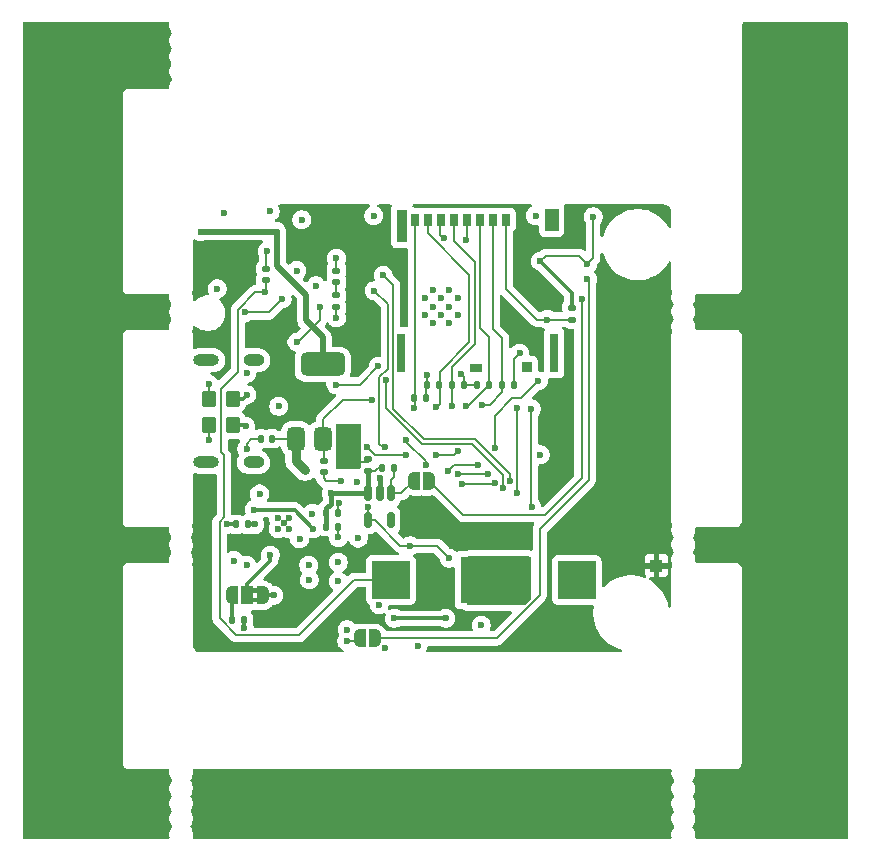
<source format=gbr>
%TF.GenerationSoftware,KiCad,Pcbnew,9.0.3*%
%TF.CreationDate,2025-09-17T23:32:25+02:00*%
%TF.ProjectId,Wear Camera,57656172-2043-4616-9d65-72612e6b6963,rev?*%
%TF.SameCoordinates,Original*%
%TF.FileFunction,Copper,L4,Bot*%
%TF.FilePolarity,Positive*%
%FSLAX46Y46*%
G04 Gerber Fmt 4.6, Leading zero omitted, Abs format (unit mm)*
G04 Created by KiCad (PCBNEW 9.0.3) date 2025-09-17 23:32:25*
%MOMM*%
%LPD*%
G01*
G04 APERTURE LIST*
G04 Aperture macros list*
%AMRoundRect*
0 Rectangle with rounded corners*
0 $1 Rounding radius*
0 $2 $3 $4 $5 $6 $7 $8 $9 X,Y pos of 4 corners*
0 Add a 4 corners polygon primitive as box body*
4,1,4,$2,$3,$4,$5,$6,$7,$8,$9,$2,$3,0*
0 Add four circle primitives for the rounded corners*
1,1,$1+$1,$2,$3*
1,1,$1+$1,$4,$5*
1,1,$1+$1,$6,$7*
1,1,$1+$1,$8,$9*
0 Add four rect primitives between the rounded corners*
20,1,$1+$1,$2,$3,$4,$5,0*
20,1,$1+$1,$4,$5,$6,$7,0*
20,1,$1+$1,$6,$7,$8,$9,0*
20,1,$1+$1,$8,$9,$2,$3,0*%
%AMFreePoly0*
4,1,23,0.500000,-0.750000,0.000000,-0.750000,0.000000,-0.745722,-0.065263,-0.745722,-0.191342,-0.711940,-0.304381,-0.646677,-0.396677,-0.554381,-0.461940,-0.441342,-0.495722,-0.315263,-0.495722,-0.250000,-0.500000,-0.250000,-0.500000,0.250000,-0.495722,0.250000,-0.495722,0.315263,-0.461940,0.441342,-0.396677,0.554381,-0.304381,0.646677,-0.191342,0.711940,-0.065263,0.745722,0.000000,0.745722,
0.000000,0.750000,0.500000,0.750000,0.500000,-0.750000,0.500000,-0.750000,$1*%
%AMFreePoly1*
4,1,23,0.000000,0.745722,0.065263,0.745722,0.191342,0.711940,0.304381,0.646677,0.396677,0.554381,0.461940,0.441342,0.495722,0.315263,0.495722,0.250000,0.500000,0.250000,0.500000,-0.250000,0.495722,-0.250000,0.495722,-0.315263,0.461940,-0.441342,0.396677,-0.554381,0.304381,-0.646677,0.191342,-0.711940,0.065263,-0.745722,0.000000,-0.745722,0.000000,-0.750000,-0.500000,-0.750000,
-0.500000,0.750000,0.000000,0.750000,0.000000,0.745722,0.000000,0.745722,$1*%
%AMFreePoly2*
4,1,23,0.550000,-0.750000,0.000000,-0.750000,0.000000,-0.745722,-0.065263,-0.745722,-0.191342,-0.711940,-0.304381,-0.646677,-0.396677,-0.554381,-0.461940,-0.441342,-0.495722,-0.315263,-0.495722,-0.250000,-0.500000,-0.250000,-0.500000,0.250000,-0.495722,0.250000,-0.495722,0.315263,-0.461940,0.441342,-0.396677,0.554381,-0.304381,0.646677,-0.191342,0.711940,-0.065263,0.745722,0.000000,0.745722,
0.000000,0.750000,0.550000,0.750000,0.550000,-0.750000,0.550000,-0.750000,$1*%
%AMFreePoly3*
4,1,23,0.000000,0.745722,0.065263,0.745722,0.191342,0.711940,0.304381,0.646677,0.396677,0.554381,0.461940,0.441342,0.495722,0.315263,0.495722,0.250000,0.500000,0.250000,0.500000,-0.250000,0.495722,-0.250000,0.495722,-0.315263,0.461940,-0.441342,0.396677,-0.554381,0.304381,-0.646677,0.191342,-0.711940,0.065263,-0.745722,0.000000,-0.745722,0.000000,-0.750000,-0.550000,-0.750000,
-0.550000,0.750000,0.000000,0.750000,0.000000,0.745722,0.000000,0.745722,$1*%
G04 Aperture macros list end*
%TA.AperFunction,EtchedComponent*%
%ADD10C,0.000000*%
%TD*%
%TA.AperFunction,ComponentPad*%
%ADD11O,2.200000X1.000000*%
%TD*%
%TA.AperFunction,ComponentPad*%
%ADD12O,1.800000X1.000000*%
%TD*%
%TA.AperFunction,HeatsinkPad*%
%ADD13C,0.600000*%
%TD*%
%TA.AperFunction,SMDPad,CuDef*%
%ADD14RoundRect,0.250000X0.350000X0.450000X-0.350000X0.450000X-0.350000X-0.450000X0.350000X-0.450000X0*%
%TD*%
%TA.AperFunction,SMDPad,CuDef*%
%ADD15RoundRect,0.375000X0.375000X-0.625000X0.375000X0.625000X-0.375000X0.625000X-0.375000X-0.625000X0*%
%TD*%
%TA.AperFunction,SMDPad,CuDef*%
%ADD16RoundRect,0.500000X1.400000X-0.500000X1.400000X0.500000X-1.400000X0.500000X-1.400000X-0.500000X0*%
%TD*%
%TA.AperFunction,SMDPad,CuDef*%
%ADD17RoundRect,0.135000X0.185000X-0.135000X0.185000X0.135000X-0.185000X0.135000X-0.185000X-0.135000X0*%
%TD*%
%TA.AperFunction,SMDPad,CuDef*%
%ADD18RoundRect,0.135000X-0.135000X-0.185000X0.135000X-0.185000X0.135000X0.185000X-0.135000X0.185000X0*%
%TD*%
%TA.AperFunction,SMDPad,CuDef*%
%ADD19RoundRect,0.140000X0.140000X0.170000X-0.140000X0.170000X-0.140000X-0.170000X0.140000X-0.170000X0*%
%TD*%
%TA.AperFunction,SMDPad,CuDef*%
%ADD20R,1.000000X1.000000*%
%TD*%
%TA.AperFunction,SMDPad,CuDef*%
%ADD21RoundRect,0.135000X0.135000X0.185000X-0.135000X0.185000X-0.135000X-0.185000X0.135000X-0.185000X0*%
%TD*%
%TA.AperFunction,SMDPad,CuDef*%
%ADD22RoundRect,0.150000X-0.150000X0.512500X-0.150000X-0.512500X0.150000X-0.512500X0.150000X0.512500X0*%
%TD*%
%TA.AperFunction,SMDPad,CuDef*%
%ADD23RoundRect,0.147500X-0.172500X0.147500X-0.172500X-0.147500X0.172500X-0.147500X0.172500X0.147500X0*%
%TD*%
%TA.AperFunction,SMDPad,CuDef*%
%ADD24R,3.180000X3.180000*%
%TD*%
%TA.AperFunction,SMDPad,CuDef*%
%ADD25R,3.960000X3.960000*%
%TD*%
%TA.AperFunction,SMDPad,CuDef*%
%ADD26FreePoly0,180.000000*%
%TD*%
%TA.AperFunction,SMDPad,CuDef*%
%ADD27FreePoly1,180.000000*%
%TD*%
%TA.AperFunction,SMDPad,CuDef*%
%ADD28RoundRect,0.140000X0.170000X-0.140000X0.170000X0.140000X-0.170000X0.140000X-0.170000X-0.140000X0*%
%TD*%
%TA.AperFunction,SMDPad,CuDef*%
%ADD29R,0.711200X1.092200*%
%TD*%
%TA.AperFunction,SMDPad,CuDef*%
%ADD30R,0.889000X0.939800*%
%TD*%
%TA.AperFunction,SMDPad,CuDef*%
%ADD31R,1.041400X0.787400*%
%TD*%
%TA.AperFunction,SMDPad,CuDef*%
%ADD32R,1.143000X1.828800*%
%TD*%
%TA.AperFunction,SMDPad,CuDef*%
%ADD33R,0.711200X3.327400*%
%TD*%
%TA.AperFunction,SMDPad,CuDef*%
%ADD34R,0.863600X2.794000*%
%TD*%
%TA.AperFunction,SMDPad,CuDef*%
%ADD35RoundRect,0.140000X-0.170000X0.140000X-0.170000X-0.140000X0.170000X-0.140000X0.170000X0.140000X0*%
%TD*%
%TA.AperFunction,SMDPad,CuDef*%
%ADD36FreePoly2,180.000000*%
%TD*%
%TA.AperFunction,SMDPad,CuDef*%
%ADD37R,1.000000X1.500000*%
%TD*%
%TA.AperFunction,SMDPad,CuDef*%
%ADD38FreePoly3,180.000000*%
%TD*%
%TA.AperFunction,ViaPad*%
%ADD39C,0.600000*%
%TD*%
%TA.AperFunction,Conductor*%
%ADD40C,0.200000*%
%TD*%
%TA.AperFunction,Conductor*%
%ADD41C,0.300000*%
%TD*%
%TA.AperFunction,Conductor*%
%ADD42C,0.400000*%
%TD*%
%TA.AperFunction,Conductor*%
%ADD43C,0.500000*%
%TD*%
%TA.AperFunction,Conductor*%
%ADD44C,0.800000*%
%TD*%
G04 APERTURE END LIST*
D10*
%TA.AperFunction,EtchedComponent*%
%TO.C,JP5*%
G36*
X82750000Y-123043800D02*
G01*
X82250000Y-123043800D01*
X82250000Y-122643800D01*
X82750000Y-122643800D01*
X82750000Y-123043800D01*
G37*
%TD.AperFunction*%
%TA.AperFunction,EtchedComponent*%
G36*
X82750000Y-123843800D02*
G01*
X82250000Y-123843800D01*
X82250000Y-123443800D01*
X82750000Y-123443800D01*
X82750000Y-123843800D01*
G37*
%TD.AperFunction*%
%TD*%
D11*
%TO.P,U9,SH1,SHIELD*%
%TO.N,unconnected-(U9-SHIELD-PadSH1)*%
X78375000Y-103323800D03*
%TO.P,U9,SH2*%
%TO.N,N/C*%
X78375000Y-111963800D03*
D12*
%TO.P,U9,SH3*%
X82375000Y-103323800D03*
%TO.P,U9,SH4*%
X82375000Y-111963800D03*
%TD*%
D13*
%TO.P,U2,41,GND*%
%TO.N,GND*%
X96865000Y-98103800D03*
X96865000Y-99503800D03*
X97565000Y-97403800D03*
X97565000Y-98803800D03*
X97565000Y-100203800D03*
X98265000Y-98103800D03*
X98265000Y-99503800D03*
X98965000Y-97403800D03*
X98965000Y-98803800D03*
X98965000Y-100203800D03*
X99665000Y-98103800D03*
X99665000Y-99503800D03*
%TD*%
D14*
%TO.P,R25,1*%
%TO.N,Net-(U9-CC2)*%
X80600000Y-108843800D03*
%TO.P,R25,2*%
%TO.N,GND*%
X78600000Y-108843800D03*
%TD*%
D15*
%TO.P,U1,1,GND*%
%TO.N,GND*%
X90550000Y-109993800D03*
%TO.P,U1,2,VO*%
%TO.N,+3V3_MCU*%
X88250000Y-109993800D03*
D16*
X88250000Y-103693800D03*
D15*
%TO.P,U1,3,VI*%
%TO.N,VBUS*%
X85950000Y-109993800D03*
%TD*%
D14*
%TO.P,R24,1*%
%TO.N,Net-(U9-CC1)*%
X80600000Y-106593800D03*
%TO.P,R24,2*%
%TO.N,GND*%
X78600000Y-106593800D03*
%TD*%
D17*
%TO.P,R4,1*%
%TO.N,SDMMC1_D2*%
X109350000Y-99903800D03*
%TO.P,R4,2*%
%TO.N,+3V3_MCU*%
X109350000Y-98883800D03*
%TD*%
D18*
%TO.P,R11,1*%
%TO.N,Net-(JP5-B)*%
X80540000Y-125293800D03*
%TO.P,R11,2*%
%TO.N,GND*%
X81560000Y-125293800D03*
%TD*%
%TO.P,R5,1*%
%TO.N,SDMMC1_D3*%
X103430000Y-105443800D03*
%TO.P,R5,2*%
%TO.N,+3V3_MCU*%
X104450000Y-105443800D03*
%TD*%
D19*
%TO.P,C22,1*%
%TO.N,VBUS*%
X83950000Y-109993800D03*
%TO.P,C22,2*%
%TO.N,GND*%
X82990000Y-109993800D03*
%TD*%
D18*
%TO.P,R12,1*%
%TO.N,VBUS*%
X88540000Y-117418800D03*
%TO.P,R12,2*%
%TO.N,Net-(D15-A)*%
X89560000Y-117418800D03*
%TD*%
D20*
%TO.P,TP2,1,1*%
%TO.N,NONET_NET*%
X116490000Y-120723800D03*
%TD*%
D21*
%TO.P,R6,1*%
%TO.N,SDMMC1_CMD*%
X102310000Y-105443800D03*
%TO.P,R6,2*%
%TO.N,+3V3_MCU*%
X101290000Y-105443800D03*
%TD*%
D18*
%TO.P,R15,1*%
%TO.N,VBUS*%
X88540000Y-116243800D03*
%TO.P,R15,2*%
%TO.N,Net-(D16-A)*%
X89560000Y-116243800D03*
%TD*%
D22*
%TO.P,U6,1,IN*%
%TO.N,VBUS*%
X92100000Y-114606300D03*
%TO.P,U6,2,GND*%
%TO.N,GND*%
X93050000Y-114606300D03*
%TO.P,U6,3,EN*%
%TO.N,Net-(JP2-B)*%
X94000000Y-114606300D03*
%TO.P,U6,4,NC*%
%TO.N,unconnected-(U6-NC-Pad4)*%
X94000000Y-116881300D03*
%TO.P,U6,5,OUT*%
%TO.N,+2V8*%
X92100000Y-116881300D03*
%TD*%
D17*
%TO.P,R13,1*%
%TO.N,Net-(U2-IO15)*%
X89400000Y-98853800D03*
%TO.P,R13,2*%
%TO.N,Net-(D2-A)*%
X89400000Y-97833800D03*
%TD*%
D21*
%TO.P,R23,1*%
%TO.N,Net-(JP2-B)*%
X94260000Y-112493800D03*
%TO.P,R23,2*%
%TO.N,VBUS*%
X93240000Y-112493800D03*
%TD*%
D23*
%TO.P,D2,1,K*%
%TO.N,GND*%
X89400000Y-95758800D03*
%TO.P,D2,2,A*%
%TO.N,Net-(D2-A)*%
X89400000Y-96728800D03*
%TD*%
D18*
%TO.P,R29,1*%
%TO.N,SDMMC1_SCK*%
X99180000Y-105443800D03*
%TO.P,R29,2*%
%TO.N,+3V3_MCU*%
X100200000Y-105443800D03*
%TD*%
D24*
%TO.P,BT1,1,+*%
%TO.N,RTC_BATT*%
X109750000Y-121943800D03*
X94010000Y-121943800D03*
D25*
%TO.P,BT1,2,-*%
%TO.N,GND*%
X101880000Y-121943800D03*
%TD*%
D26*
%TO.P,JP1,1,A*%
%TO.N,EN_1.5V*%
X92650000Y-126893800D03*
D27*
%TO.P,JP1,2,B*%
%TO.N,Net-(JP1-B)*%
X91350000Y-126893800D03*
%TD*%
D28*
%TO.P,C15,1*%
%TO.N,RTC_BATT*%
X83400000Y-96543800D03*
%TO.P,C15,2*%
%TO.N,GND*%
X83400000Y-95583800D03*
%TD*%
D26*
%TO.P,JP2,1,A*%
%TO.N,EN_2.8V*%
X97250000Y-113543800D03*
D27*
%TO.P,JP2,2,B*%
%TO.N,Net-(JP2-B)*%
X95950000Y-113543800D03*
%TD*%
D28*
%TO.P,C11,1*%
%TO.N,VBUS*%
X92100000Y-112693800D03*
%TO.P,C11,2*%
%TO.N,GND*%
X92100000Y-111733800D03*
%TD*%
D21*
%TO.P,R2,1*%
%TO.N,SDMMC1_D0*%
X98110000Y-105443800D03*
%TO.P,R2,2*%
%TO.N,+3V3_MCU*%
X97090000Y-105443800D03*
%TD*%
%TO.P,R28,1*%
%TO.N,Net-(U11-TMR)*%
X81920000Y-117243800D03*
%TO.P,R28,2*%
%TO.N,GND*%
X80900000Y-117243800D03*
%TD*%
D29*
%TO.P,J3,1,DAT2*%
%TO.N,SDMMC1_D2*%
X103725000Y-91453801D03*
%TO.P,J3,2,DAT3/CD*%
%TO.N,SDMMC1_D3*%
X102625000Y-91453801D03*
%TO.P,J3,3,CMD*%
%TO.N,SDMMC1_CMD*%
X101525000Y-91453801D03*
%TO.P,J3,4,VDD*%
%TO.N,+3V3_MCU*%
X100424999Y-91453801D03*
%TO.P,J3,5,CLK*%
%TO.N,SDMMC1_SCK*%
X99324999Y-91453801D03*
%TO.P,J3,6,VSS*%
%TO.N,GND*%
X98224999Y-91453801D03*
%TO.P,J3,7,DAT0*%
%TO.N,SDMMC1_D0*%
X97124998Y-91453801D03*
%TO.P,J3,8,DAT1*%
%TO.N,SDMMC1_D1*%
X96025000Y-91453801D03*
D30*
%TO.P,J3,9,SHIELD*%
%TO.N,unconnected-(J3-SHIELD-Pad9)*%
X105515000Y-103918800D03*
D31*
%TO.P,J3,10*%
%TO.N,N/C*%
X101250000Y-103993800D03*
D32*
%TO.P,J3,11*%
X107605000Y-91468800D03*
D33*
%TO.P,J3,12*%
X107825000Y-102718800D03*
%TO.P,J3,13*%
X94865000Y-102718800D03*
D34*
%TO.P,J3,14*%
X94945000Y-91953800D03*
%TD*%
D35*
%TO.P,C23,1*%
%TO.N,+3V3_MCU*%
X88300000Y-111833800D03*
%TO.P,C23,2*%
%TO.N,GND*%
X88300000Y-112793800D03*
%TD*%
D36*
%TO.P,JP5,1,A*%
%TO.N,Net-(J4-Pin_3)*%
X83150000Y-123243800D03*
D37*
%TO.P,JP5,2,C*%
%TO.N,TEMP*%
X81850000Y-123243800D03*
D38*
%TO.P,JP5,3,B*%
%TO.N,Net-(JP5-B)*%
X80550000Y-123243800D03*
%TD*%
D18*
%TO.P,R3,1*%
%TO.N,SDMMC1_D1*%
X95990000Y-106543800D03*
%TO.P,R3,2*%
%TO.N,+3V3_MCU*%
X97010000Y-106543800D03*
%TD*%
D39*
%TO.N,GND*%
X84500000Y-107243800D03*
X89550000Y-120443800D03*
X106250000Y-91093800D03*
X91250000Y-118393800D03*
X90850000Y-111943800D03*
X86050000Y-95743800D03*
X101650000Y-125793800D03*
X83540000Y-94103800D03*
X81800000Y-120693800D03*
X92550000Y-91093800D03*
X106650000Y-111343800D03*
X90300000Y-126143800D03*
X85387500Y-117606300D03*
X87344238Y-116318799D03*
X81800000Y-110843800D03*
X89400000Y-94693800D03*
X82887500Y-114656300D03*
X84487500Y-116706300D03*
X89750000Y-113593800D03*
X86275000Y-118468800D03*
X93047156Y-113311812D03*
X96300000Y-127543800D03*
X87100000Y-121943800D03*
X105300000Y-121193800D03*
X84950000Y-117156300D03*
X84487500Y-117606300D03*
X93000000Y-124043800D03*
X98500000Y-92993800D03*
X89800000Y-111943800D03*
X85387500Y-116706300D03*
X80100000Y-117243800D03*
X78600000Y-110093800D03*
X79900000Y-90893800D03*
X81600000Y-125993800D03*
X78600000Y-105343800D03*
X81800000Y-104443800D03*
X105350000Y-122443800D03*
X83800000Y-90743800D03*
X93479291Y-127716922D03*
X87050000Y-120693800D03*
X91100000Y-113643800D03*
X79300000Y-97293800D03*
X87675000Y-97018800D03*
X80700000Y-120293800D03*
X86450000Y-91443800D03*
X89550000Y-122043800D03*
%TO.N,+3V3_MCU*%
X88000000Y-98793800D03*
X104900000Y-102743800D03*
X92400000Y-106662853D03*
X110650000Y-95195272D03*
X111150000Y-91193800D03*
X84350000Y-92443800D03*
X77900000Y-92443800D03*
X106650000Y-94943800D03*
X99950000Y-104493800D03*
X100400000Y-93143800D03*
X86050000Y-101793800D03*
X97090000Y-104593800D03*
%TO.N,5V_USB*%
X82450000Y-115993800D03*
X87450000Y-117593800D03*
%TO.N,VBUS*%
X86750000Y-112643800D03*
X88950000Y-114618800D03*
%TO.N,Net-(D15-A)*%
X89550000Y-118343800D03*
%TO.N,Net-(D16-A)*%
X89650000Y-115393800D03*
%TO.N,SDMMC1_D0*%
X97860000Y-107293800D03*
%TO.N,SDMMC1_D1*%
X96000000Y-107393800D03*
%TO.N,SDMMC1_D2*%
X107264998Y-99893800D03*
%TO.N,SDMMC1_D3*%
X101700000Y-107093800D03*
%TO.N,SDMMC1_CMD*%
X100350000Y-107193800D03*
%TO.N,RTC_INT*%
X92950000Y-103843800D03*
X89350000Y-105393800D03*
%TO.N,RTC_BATT*%
X83350000Y-97593800D03*
%TO.N,Net-(U9-CC1)*%
X81796723Y-106262130D03*
%TO.N,Net-(U9-CC2)*%
X81700000Y-108943800D03*
%TO.N,Net-(U11-TMR)*%
X82500000Y-117243800D03*
%TO.N,DVP_Y6*%
X104700000Y-114593800D03*
X104700000Y-107343800D03*
%TO.N,CAM_HREF*%
X101350000Y-112243800D03*
X98850000Y-112743800D03*
X102800000Y-110793800D03*
X106500000Y-105093800D03*
%TO.N,DVP_PCLK*%
X104100000Y-113543800D03*
X93350000Y-96143800D03*
%TO.N,DVP_Y5*%
X105949265Y-115793065D03*
X105900000Y-107443800D03*
%TO.N,CAM_VSYNC*%
X93525000Y-110693800D03*
X92600000Y-97443800D03*
%TO.N,DVP_Y9*%
X102262500Y-112956300D03*
X99700735Y-112943065D03*
%TO.N,CAM_PWDN*%
X96950000Y-112243800D03*
X95320000Y-110093800D03*
%TO.N,SDMMC1_SCK*%
X99150000Y-107193800D03*
%TO.N,DVP_Y7*%
X103500000Y-114193800D03*
X93600000Y-105043800D03*
%TO.N,XMCLK*%
X100000000Y-113793800D03*
X102796850Y-113740650D03*
%TO.N,+2V8*%
X98950000Y-120093800D03*
X95650000Y-119043800D03*
X92034243Y-115768800D03*
%TO.N,+1V5*%
X98650000Y-125193800D03*
X94300000Y-125193800D03*
%TO.N,EN_1.5V*%
X110650000Y-96493800D03*
%TO.N,Net-(JP1-B)*%
X90262500Y-127110402D03*
%TO.N,EN_2.8V*%
X110150000Y-98143800D03*
%TO.N,USB_INT*%
X91950000Y-110643800D03*
X95300000Y-111393800D03*
X97850000Y-111343800D03*
X99700000Y-111044800D03*
%TO.N,BATT_MEASURE*%
X81650000Y-99293800D03*
X84800000Y-98143800D03*
%TO.N,Net-(U2-IO15)*%
X89400000Y-99743800D03*
%TO.N,Net-(J4-Pin_3)*%
X84100000Y-123243800D03*
%TO.N,TEMP*%
X83800000Y-119843800D03*
%TD*%
D40*
%TO.N,GND*%
X98200000Y-92693800D02*
X98200000Y-91478800D01*
D41*
X81560000Y-125953800D02*
X81600000Y-125993800D01*
D40*
X98200000Y-91478800D02*
X98224999Y-91453801D01*
D41*
X80900000Y-117243800D02*
X80100000Y-117243800D01*
D40*
X83400000Y-95583800D02*
X83400000Y-94243800D01*
X88300000Y-112793800D02*
X88300000Y-113343800D01*
D42*
X93050000Y-114606300D02*
X93050000Y-113314656D01*
D40*
X81800000Y-110393800D02*
X81800000Y-110843800D01*
X88550000Y-113593800D02*
X89750000Y-113593800D01*
X78600000Y-108843800D02*
X78600000Y-110093800D01*
X88300000Y-113343800D02*
X88550000Y-113593800D01*
X78600000Y-106593800D02*
X78600000Y-105343800D01*
D42*
X93050000Y-113314656D02*
X93047156Y-113311812D01*
D40*
X90880000Y-111913800D02*
X90850000Y-111943800D01*
D41*
X81560000Y-125293800D02*
X81560000Y-125953800D01*
D40*
X92100000Y-111913800D02*
X90880000Y-111913800D01*
X98500000Y-92993800D02*
X98200000Y-92693800D01*
X82200000Y-109993800D02*
X81800000Y-110393800D01*
X82990000Y-109993800D02*
X82200000Y-109993800D01*
X83400000Y-94243800D02*
X83540000Y-94103800D01*
X89400000Y-95758800D02*
X89400000Y-94693800D01*
%TO.N,+3V3_MCU*%
X88250000Y-108343800D02*
X89930947Y-106662853D01*
X110650000Y-95195272D02*
X111150000Y-94695272D01*
D41*
X109350000Y-97643800D02*
X109350000Y-98883800D01*
D40*
X87375000Y-100518800D02*
X88000000Y-99893800D01*
X99950000Y-104493800D02*
X100200000Y-104743800D01*
D43*
X87375000Y-100518800D02*
X86825000Y-99968800D01*
D40*
X97010000Y-106543800D02*
X97010000Y-105523800D01*
X110650000Y-95195272D02*
X109948528Y-94493800D01*
X88300000Y-110043800D02*
X88250000Y-109993800D01*
X109948528Y-94493800D02*
X107100000Y-94493800D01*
D43*
X86825000Y-99968800D02*
X86825000Y-97818800D01*
D40*
X100400000Y-93143800D02*
X100450000Y-93093800D01*
X97010000Y-105523800D02*
X97090000Y-105443800D01*
D41*
X106650000Y-94943800D02*
X109350000Y-97643800D01*
D40*
X97090000Y-104593800D02*
X97090000Y-105443800D01*
D43*
X87375000Y-100518800D02*
X88250000Y-101393800D01*
D40*
X88000000Y-99893800D02*
X88000000Y-98793800D01*
D43*
X86825000Y-97818800D02*
X84350000Y-95343800D01*
D40*
X100450000Y-91478802D02*
X100424999Y-91453801D01*
X86050000Y-101793800D02*
X86100000Y-101793800D01*
X104450000Y-103193800D02*
X104900000Y-102743800D01*
X104450000Y-105443800D02*
X104450000Y-103193800D01*
X88300000Y-111833800D02*
X88300000Y-110043800D01*
X100450000Y-93093800D02*
X100450000Y-91478802D01*
X89930947Y-106662853D02*
X92400000Y-106662853D01*
D43*
X77900000Y-92443800D02*
X84350000Y-92443800D01*
D40*
X107100000Y-94493800D02*
X106650000Y-94943800D01*
X88250000Y-109993800D02*
X88250000Y-108343800D01*
X100200000Y-105443800D02*
X101290000Y-105443800D01*
X111150000Y-94695272D02*
X111150000Y-91193800D01*
D43*
X88250000Y-101393800D02*
X88250000Y-103693800D01*
X84350000Y-95343800D02*
X84350000Y-92443800D01*
D40*
X100200000Y-104743800D02*
X100200000Y-105443800D01*
X86100000Y-101793800D02*
X87375000Y-100518800D01*
D41*
%TO.N,5V_USB*%
X85850000Y-115993800D02*
X82450000Y-115993800D01*
X87450000Y-117593800D02*
X85850000Y-115993800D01*
D42*
%TO.N,VBUS*%
X88950000Y-114618800D02*
X88950000Y-115468800D01*
D40*
X93240000Y-112493800D02*
X92900000Y-112493800D01*
D42*
X92100000Y-114606300D02*
X88962500Y-114606300D01*
D44*
X85950000Y-109993800D02*
X85950000Y-111843800D01*
D40*
X92900000Y-112493800D02*
X92700000Y-112693800D01*
X92700000Y-112693800D02*
X92100000Y-112693800D01*
D42*
X92100000Y-114606300D02*
X92100000Y-112693800D01*
X88540000Y-116243800D02*
X88540000Y-117418800D01*
X88950000Y-115468800D02*
X88540000Y-115878800D01*
X88962500Y-114606300D02*
X88950000Y-114618800D01*
X88540000Y-115878800D02*
X88540000Y-116243800D01*
D40*
X83950000Y-109993800D02*
X85950000Y-109993800D01*
D44*
X85950000Y-111843800D02*
X86750000Y-112643800D01*
D40*
%TO.N,Net-(D15-A)*%
X89550000Y-118343800D02*
X89560000Y-118333800D01*
X89560000Y-118333800D02*
X89560000Y-117418800D01*
%TO.N,Net-(D16-A)*%
X89560000Y-116243800D02*
X89560000Y-115483800D01*
X89560000Y-115483800D02*
X89650000Y-115393800D01*
%TO.N,SDMMC1_D0*%
X97860000Y-107293800D02*
X98150000Y-107003800D01*
X100650000Y-101809600D02*
X100650000Y-96093800D01*
X97124998Y-92568798D02*
X97124998Y-91453801D01*
X100650000Y-96093800D02*
X97124998Y-92568798D01*
X98150000Y-104309600D02*
X100650000Y-101809600D01*
X98150000Y-107003800D02*
X98150000Y-104309600D01*
%TO.N,SDMMC1_D1*%
X96000000Y-107393800D02*
X96025000Y-107368800D01*
X96025000Y-107368800D02*
X96025000Y-91453801D01*
%TO.N,SDMMC1_D2*%
X103725000Y-97268800D02*
X103725000Y-91453801D01*
X106350000Y-99893800D02*
X103725000Y-97268800D01*
X107264998Y-99893800D02*
X109040000Y-99893800D01*
X107264998Y-99893800D02*
X106350000Y-99893800D01*
%TO.N,SDMMC1_D3*%
X102400000Y-107093800D02*
X103430000Y-106063800D01*
X102625000Y-91453801D02*
X102625000Y-100668800D01*
X102625000Y-100668800D02*
X103430000Y-101473800D01*
X103430000Y-101473800D02*
X103430000Y-105443800D01*
X101700000Y-107093800D02*
X102400000Y-107093800D01*
X103430000Y-106063800D02*
X103430000Y-105443800D01*
%TO.N,SDMMC1_CMD*%
X100350000Y-107193800D02*
X100560000Y-107193800D01*
X102310000Y-101353800D02*
X101525000Y-100568800D01*
X101525000Y-100568800D02*
X101525000Y-91453801D01*
X102310000Y-105443800D02*
X102310000Y-101353800D01*
X100560000Y-107193800D02*
X102310000Y-105443800D01*
%TO.N,RTC_INT*%
X89350000Y-105393800D02*
X91400000Y-105393800D01*
X91400000Y-105393800D02*
X92950000Y-103843800D01*
%TO.N,RTC_BATT*%
X80900660Y-126594800D02*
X86249000Y-126594800D01*
X81049000Y-104294800D02*
X79600000Y-105743800D01*
X83400000Y-96543800D02*
X83400000Y-97543800D01*
X86249000Y-126594800D02*
X90900000Y-121943800D01*
X79850000Y-116643857D02*
X79499000Y-116994857D01*
X79499000Y-116994857D02*
X79499000Y-125193140D01*
X79499000Y-125193140D02*
X80900660Y-126594800D01*
X81049000Y-99044857D02*
X81049000Y-104294800D01*
X79600000Y-111126700D02*
X79850000Y-111376700D01*
X83400000Y-97543800D02*
X83350000Y-97593800D01*
X83350000Y-97593800D02*
X82500057Y-97593800D01*
X82500057Y-97593800D02*
X81049000Y-99044857D01*
X90900000Y-121943800D02*
X94560000Y-121943800D01*
X79600000Y-105743800D02*
X79600000Y-111126700D01*
X79850000Y-111376700D02*
X79850000Y-116643857D01*
D41*
%TO.N,Net-(U9-CC1)*%
X81465053Y-106593800D02*
X81796723Y-106262130D01*
X80600000Y-106593800D02*
X81465053Y-106593800D01*
%TO.N,Net-(U9-CC2)*%
X81600000Y-108843800D02*
X81700000Y-108943800D01*
X80600000Y-108843800D02*
X81600000Y-108843800D01*
%TO.N,Net-(U11-TMR)*%
X81920000Y-117243800D02*
X82500000Y-117243800D01*
D40*
%TO.N,DVP_Y6*%
X104700000Y-107343800D02*
X104700000Y-114593800D01*
%TO.N,CAM_HREF*%
X102800000Y-108043800D02*
X104300000Y-106543800D01*
X99350000Y-112243800D02*
X98850000Y-112743800D01*
X105050000Y-106543800D02*
X106500000Y-105093800D01*
X101350000Y-112243800D02*
X99350000Y-112243800D01*
X102800000Y-110793800D02*
X102800000Y-108043800D01*
X104300000Y-106543800D02*
X105050000Y-106543800D01*
%TO.N,DVP_PCLK*%
X101150000Y-110043800D02*
X104100000Y-112993800D01*
X104100000Y-112993800D02*
X104100000Y-113543800D01*
X93350000Y-96143800D02*
X94200000Y-96993800D01*
X94200000Y-107426700D02*
X96817100Y-110043800D01*
X94200000Y-96993800D02*
X94200000Y-107426700D01*
X96817100Y-110043800D02*
X101150000Y-110043800D01*
%TO.N,DVP_Y5*%
X105949265Y-115793065D02*
X105900000Y-115743800D01*
X105900000Y-115743800D02*
X105900000Y-107443800D01*
%TO.N,CAM_VSYNC*%
X93000000Y-104792800D02*
X93750000Y-104042800D01*
X93525000Y-110693800D02*
X93300000Y-110693800D01*
X93750000Y-98593800D02*
X92600000Y-97443800D01*
X93750000Y-104042800D02*
X93750000Y-98593800D01*
X93300000Y-110693800D02*
X93000000Y-110393800D01*
X93000000Y-110393800D02*
X93000000Y-104792800D01*
%TO.N,DVP_Y9*%
X99713970Y-112956300D02*
X102262500Y-112956300D01*
X99700735Y-112943065D02*
X99713970Y-112956300D01*
%TO.N,CAM_PWDN*%
X96950000Y-112243800D02*
X96950000Y-111893800D01*
X95320000Y-110263800D02*
X95320000Y-110093800D01*
X96950000Y-111893800D02*
X95320000Y-110263800D01*
%TO.N,SDMMC1_SCK*%
X101100000Y-101926700D02*
X99150000Y-103876700D01*
X99324999Y-93268799D02*
X101100000Y-95043800D01*
X99150000Y-103876700D02*
X99150000Y-107193800D01*
X101100000Y-95043800D02*
X101100000Y-101926700D01*
X99324999Y-91453801D02*
X99324999Y-93268799D01*
%TO.N,DVP_Y7*%
X93600000Y-105043800D02*
X93600000Y-107393800D01*
X103499000Y-113294857D02*
X103499000Y-113792743D01*
X103499000Y-113792743D02*
X103500000Y-113793743D01*
X96651000Y-110444800D02*
X100851000Y-110444800D01*
X103500000Y-113793743D02*
X103500000Y-114193800D01*
X100851000Y-110444800D02*
X103500000Y-113093800D01*
X103500000Y-113093800D02*
X103500000Y-113293857D01*
X103500000Y-113293857D02*
X103499000Y-113294857D01*
X93600000Y-107393800D02*
X96651000Y-110444800D01*
%TO.N,XMCLK*%
X100000000Y-113793800D02*
X102621850Y-113793800D01*
X102621850Y-113793800D02*
X102675000Y-113740650D01*
X102675000Y-113740650D02*
X102796850Y-113740650D01*
%TO.N,+2V8*%
X92044460Y-115768800D02*
X92100000Y-115824340D01*
X92687500Y-116881300D02*
X92100000Y-116881300D01*
X97900000Y-119043800D02*
X95650000Y-119043800D01*
X98950000Y-120093800D02*
X97900000Y-119043800D01*
X92034243Y-115768800D02*
X92044460Y-115768800D01*
X92100000Y-115824340D02*
X92100000Y-116881300D01*
X92100000Y-116881300D02*
X92637500Y-116881300D01*
X94800000Y-119043800D02*
X95650000Y-119043800D01*
X92637500Y-116881300D02*
X94800000Y-119043800D01*
D41*
%TO.N,+1V5*%
X98650000Y-125193800D02*
X94300000Y-125193800D01*
D40*
%TO.N,EN_1.5V*%
X106600000Y-123243800D02*
X102950000Y-126893800D01*
X110750000Y-96593800D02*
X110750000Y-113493800D01*
X106600000Y-117643800D02*
X106600000Y-123243800D01*
X110650000Y-96493800D02*
X110750000Y-96593800D01*
X102950000Y-126893800D02*
X92650000Y-126893800D01*
X110750000Y-113493800D02*
X106600000Y-117643800D01*
%TO.N,Net-(JP1-B)*%
X90262500Y-127110402D02*
X91333398Y-127110402D01*
X91333398Y-127110402D02*
X91350000Y-127093800D01*
%TO.N,EN_2.8V*%
X110150000Y-98143800D02*
X110150000Y-113343743D01*
X110150000Y-113343743D02*
X107049943Y-116443800D01*
X107049943Y-116443800D02*
X100150000Y-116443800D01*
X100150000Y-116443800D02*
X97250000Y-113543800D01*
%TO.N,Net-(JP2-B)*%
X94000000Y-113493800D02*
X94260000Y-113233800D01*
X94260000Y-113233800D02*
X94260000Y-112493800D01*
X94000000Y-114606300D02*
X94887500Y-114606300D01*
X94887500Y-114606300D02*
X95950000Y-113543800D01*
X94000000Y-114606300D02*
X94000000Y-113493800D01*
%TO.N,USB_INT*%
X92700000Y-111393800D02*
X91950000Y-110643800D01*
X99350000Y-111343800D02*
X97850000Y-111343800D01*
X99649000Y-111044800D02*
X99350000Y-111343800D01*
X99700000Y-111044800D02*
X99649000Y-111044800D01*
X95300000Y-111393800D02*
X92700000Y-111393800D01*
%TO.N,BATT_MEASURE*%
X83650000Y-99293800D02*
X84800000Y-98143800D01*
X81650000Y-99293800D02*
X83650000Y-99293800D01*
%TO.N,Net-(D2-A)*%
X89400000Y-96728800D02*
X89400000Y-97833800D01*
%TO.N,Net-(U2-IO15)*%
X89400000Y-99743800D02*
X89400000Y-98853800D01*
D41*
%TO.N,Net-(J4-Pin_3)*%
X83150000Y-123243800D02*
X84100000Y-123243800D01*
%TO.N,Net-(JP5-B)*%
X80550000Y-123243800D02*
X80550000Y-125283800D01*
X80550000Y-125283800D02*
X80540000Y-125293800D01*
%TO.N,TEMP*%
X81850000Y-123243800D02*
X81850000Y-122243800D01*
X83800000Y-120293800D02*
X83800000Y-119843800D01*
X81850000Y-122243800D02*
X83800000Y-120293800D01*
%TD*%
%TA.AperFunction,Conductor*%
%TO.N,GND*%
G36*
X105794542Y-119963485D02*
G01*
X105840297Y-120016289D01*
X105851494Y-120066288D01*
X105893037Y-123472907D01*
X105874171Y-123540181D01*
X105856727Y-123562100D01*
X105406016Y-124012811D01*
X105344693Y-124046296D01*
X105319473Y-124049125D01*
X100575138Y-124092651D01*
X100507920Y-124073582D01*
X100461683Y-124021200D01*
X100450000Y-123968656D01*
X100450000Y-120067800D01*
X100469685Y-120000761D01*
X100522489Y-119955006D01*
X100574000Y-119943800D01*
X105727503Y-119943800D01*
X105794542Y-119963485D01*
G37*
%TD.AperFunction*%
%TD*%
%TA.AperFunction,Conductor*%
%TO.N,GND*%
G36*
X91393039Y-108713485D02*
G01*
X91438794Y-108766289D01*
X91450000Y-108817800D01*
X91450000Y-110576041D01*
X91449500Y-110577908D01*
X91449500Y-110709692D01*
X91450000Y-110711558D01*
X91450000Y-112382300D01*
X91430315Y-112449339D01*
X91377511Y-112495094D01*
X91326000Y-112506300D01*
X89441500Y-112506300D01*
X89374461Y-112486615D01*
X89328706Y-112433811D01*
X89317500Y-112382300D01*
X89317500Y-108817800D01*
X89337185Y-108750761D01*
X89389989Y-108705006D01*
X89441500Y-108693800D01*
X91326000Y-108693800D01*
X91393039Y-108713485D01*
G37*
%TD.AperFunction*%
%TD*%
%TA.AperFunction,Conductor*%
%TO.N,NONET_NET*%
G36*
X111955703Y-94235882D02*
G01*
X111993477Y-94294660D01*
X111995391Y-94302003D01*
X112012223Y-94375753D01*
X112012227Y-94375765D01*
X112123532Y-94693854D01*
X112269752Y-94997483D01*
X112276315Y-95007928D01*
X112449054Y-95282839D01*
X112659175Y-95546323D01*
X112897477Y-95784625D01*
X113160961Y-95994746D01*
X113446314Y-96174046D01*
X113749949Y-96320269D01*
X113937289Y-96385822D01*
X114068034Y-96431572D01*
X114068046Y-96431576D01*
X114396606Y-96506567D01*
X114731492Y-96544299D01*
X114731493Y-96544300D01*
X114731496Y-96544300D01*
X115068507Y-96544300D01*
X115068507Y-96544299D01*
X115403394Y-96506567D01*
X115731954Y-96431576D01*
X116050051Y-96320269D01*
X116353686Y-96174046D01*
X116639039Y-95994746D01*
X116902523Y-95784625D01*
X117140825Y-95546323D01*
X117350946Y-95282839D01*
X117520507Y-95012984D01*
X117572841Y-94966695D01*
X117641894Y-94956047D01*
X117705743Y-94984422D01*
X117744115Y-95042811D01*
X117749500Y-95078958D01*
X117749500Y-97174108D01*
X117749500Y-97305892D01*
X117783126Y-97431388D01*
X117783609Y-97433188D01*
X117783609Y-97433189D01*
X117826206Y-97506969D01*
X117842679Y-97574869D01*
X117833381Y-97616420D01*
X117797949Y-97701964D01*
X117797948Y-97701966D01*
X117759500Y-97895256D01*
X117759500Y-97895258D01*
X117759500Y-97895259D01*
X117759500Y-98092341D01*
X117759500Y-98092343D01*
X117759499Y-98092343D01*
X117797947Y-98285629D01*
X117797950Y-98285639D01*
X117873364Y-98467706D01*
X117873370Y-98467717D01*
X117928289Y-98549910D01*
X117949166Y-98616588D01*
X117930681Y-98683968D01*
X117928289Y-98687690D01*
X117873370Y-98769882D01*
X117873364Y-98769893D01*
X117797950Y-98951960D01*
X117797947Y-98951970D01*
X117759500Y-99145256D01*
X117759500Y-99145259D01*
X117759500Y-99342341D01*
X117759500Y-99342343D01*
X117759499Y-99342343D01*
X117797947Y-99535629D01*
X117797950Y-99535639D01*
X117873364Y-99717706D01*
X117873370Y-99717717D01*
X117928289Y-99799910D01*
X117949166Y-99866588D01*
X117930681Y-99933968D01*
X117928289Y-99937690D01*
X117873370Y-100019882D01*
X117873364Y-100019893D01*
X117797950Y-100201960D01*
X117797947Y-100201970D01*
X117759500Y-100395256D01*
X117759500Y-100395259D01*
X117759500Y-100592341D01*
X117759500Y-100592343D01*
X117759499Y-100592343D01*
X117797947Y-100785628D01*
X117797948Y-100785631D01*
X117797949Y-100785635D01*
X117808135Y-100810226D01*
X117832465Y-100868966D01*
X117839932Y-100938435D01*
X117825290Y-100978417D01*
X117783609Y-101050610D01*
X117783609Y-101050611D01*
X117783609Y-101050612D01*
X117783608Y-101050614D01*
X117749500Y-101177908D01*
X117749500Y-117029692D01*
X117753414Y-117044299D01*
X117783608Y-117156987D01*
X117789382Y-117166987D01*
X117825290Y-117229181D01*
X117841763Y-117297080D01*
X117832465Y-117338632D01*
X117797949Y-117421964D01*
X117797948Y-117421966D01*
X117759500Y-117615256D01*
X117759500Y-117615257D01*
X117759500Y-117615259D01*
X117759500Y-117812341D01*
X117759500Y-117812343D01*
X117759499Y-117812343D01*
X117797947Y-118005629D01*
X117797950Y-118005639D01*
X117873364Y-118187706D01*
X117873370Y-118187717D01*
X117928289Y-118269910D01*
X117949166Y-118336588D01*
X117930681Y-118403968D01*
X117928289Y-118407690D01*
X117873370Y-118489882D01*
X117873364Y-118489893D01*
X117797950Y-118671960D01*
X117797947Y-118671970D01*
X117759500Y-118865256D01*
X117759500Y-118865259D01*
X117759500Y-119062341D01*
X117759500Y-119062343D01*
X117759499Y-119062343D01*
X117797947Y-119255629D01*
X117797950Y-119255639D01*
X117873364Y-119437706D01*
X117873370Y-119437717D01*
X117928289Y-119519910D01*
X117949166Y-119586588D01*
X117930681Y-119653968D01*
X117928289Y-119657690D01*
X117873370Y-119739882D01*
X117873364Y-119739893D01*
X117797950Y-119921960D01*
X117797947Y-119921970D01*
X117759500Y-120115256D01*
X117759500Y-120115259D01*
X117759500Y-120312341D01*
X117759500Y-120312343D01*
X117759499Y-120312343D01*
X117797947Y-120505628D01*
X117797949Y-120505636D01*
X117833960Y-120592575D01*
X117841429Y-120662045D01*
X117826786Y-120702027D01*
X117783609Y-120776810D01*
X117783609Y-120776811D01*
X117783608Y-120776813D01*
X117783608Y-120776814D01*
X117767317Y-120837614D01*
X117749500Y-120904108D01*
X117749500Y-124154536D01*
X117729815Y-124221575D01*
X117677011Y-124267330D01*
X117607853Y-124277274D01*
X117544297Y-124248249D01*
X117506523Y-124189471D01*
X117504609Y-124182128D01*
X117430262Y-123856392D01*
X117430258Y-123856380D01*
X117348585Y-123622972D01*
X117311536Y-123517092D01*
X117155566Y-123193218D01*
X116964315Y-122888844D01*
X116740188Y-122607797D01*
X116486003Y-122353612D01*
X116204956Y-122129485D01*
X115923753Y-121952793D01*
X115877463Y-121900459D01*
X115866815Y-121831406D01*
X115895190Y-121767557D01*
X115953579Y-121729185D01*
X115989726Y-121723800D01*
X116240000Y-121723800D01*
X116740000Y-121723800D01*
X117037828Y-121723800D01*
X117037844Y-121723799D01*
X117097372Y-121717398D01*
X117097379Y-121717396D01*
X117232086Y-121667154D01*
X117232093Y-121667150D01*
X117347187Y-121580990D01*
X117347190Y-121580987D01*
X117433350Y-121465893D01*
X117433354Y-121465886D01*
X117483596Y-121331179D01*
X117483598Y-121331172D01*
X117489999Y-121271644D01*
X117490000Y-121271627D01*
X117490000Y-120973800D01*
X116740000Y-120973800D01*
X116740000Y-121723800D01*
X116240000Y-121723800D01*
X116240000Y-120973800D01*
X115490000Y-120973800D01*
X115490000Y-121271644D01*
X115496401Y-121331172D01*
X115496403Y-121331179D01*
X115546645Y-121465886D01*
X115546647Y-121465889D01*
X115613020Y-121554551D01*
X115637438Y-121620016D01*
X115622587Y-121688289D01*
X115573182Y-121737695D01*
X115504909Y-121752547D01*
X115472800Y-121745905D01*
X115237408Y-121663538D01*
X115237407Y-121663537D01*
X115237405Y-121663537D01*
X114886951Y-121583548D01*
X114886935Y-121583546D01*
X114529740Y-121543300D01*
X114529736Y-121543300D01*
X114170264Y-121543300D01*
X114170259Y-121543300D01*
X113813064Y-121583546D01*
X113813048Y-121583548D01*
X113462592Y-121663537D01*
X113462580Y-121663541D01*
X113123288Y-121782265D01*
X112799420Y-121938232D01*
X112495045Y-122129484D01*
X112213997Y-122353611D01*
X112052180Y-122515429D01*
X111990857Y-122548914D01*
X111921165Y-122543930D01*
X111865232Y-122502058D01*
X111840815Y-122436594D01*
X111840499Y-122427748D01*
X111840499Y-120305929D01*
X111840498Y-120305923D01*
X111834091Y-120246317D01*
X111831460Y-120239263D01*
X111822778Y-120215983D01*
X111807848Y-120175955D01*
X115490000Y-120175955D01*
X115490000Y-120473800D01*
X116240000Y-120473800D01*
X116740000Y-120473800D01*
X117490000Y-120473800D01*
X117490000Y-120175972D01*
X117489999Y-120175955D01*
X117483598Y-120116427D01*
X117483596Y-120116420D01*
X117433354Y-119981713D01*
X117433350Y-119981706D01*
X117347190Y-119866612D01*
X117347187Y-119866609D01*
X117232093Y-119780449D01*
X117232086Y-119780445D01*
X117097379Y-119730203D01*
X117097372Y-119730201D01*
X117037844Y-119723800D01*
X116740000Y-119723800D01*
X116740000Y-120473800D01*
X116240000Y-120473800D01*
X116240000Y-119723800D01*
X115942155Y-119723800D01*
X115882627Y-119730201D01*
X115882620Y-119730203D01*
X115747913Y-119780445D01*
X115747906Y-119780449D01*
X115632812Y-119866609D01*
X115632809Y-119866612D01*
X115546649Y-119981706D01*
X115546645Y-119981713D01*
X115496403Y-120116420D01*
X115496401Y-120116427D01*
X115490000Y-120175955D01*
X111807848Y-120175955D01*
X111783797Y-120111471D01*
X111783793Y-120111464D01*
X111697547Y-119996255D01*
X111697544Y-119996252D01*
X111582335Y-119910006D01*
X111582328Y-119910002D01*
X111447482Y-119859708D01*
X111447483Y-119859708D01*
X111387883Y-119853301D01*
X111387881Y-119853300D01*
X111387873Y-119853300D01*
X111387864Y-119853300D01*
X108112129Y-119853300D01*
X108112123Y-119853301D01*
X108052516Y-119859708D01*
X107917671Y-119910002D01*
X107917664Y-119910006D01*
X107802455Y-119996252D01*
X107802452Y-119996255D01*
X107716206Y-120111464D01*
X107716202Y-120111471D01*
X107665908Y-120246317D01*
X107662304Y-120279843D01*
X107659501Y-120305923D01*
X107659500Y-120305935D01*
X107659500Y-123581670D01*
X107659501Y-123581676D01*
X107665908Y-123641283D01*
X107716202Y-123776128D01*
X107716206Y-123776135D01*
X107802452Y-123891344D01*
X107802455Y-123891347D01*
X107917664Y-123977593D01*
X107917671Y-123977597D01*
X108052517Y-124027891D01*
X108052516Y-124027891D01*
X108059444Y-124028635D01*
X108112127Y-124034300D01*
X111073641Y-124034299D01*
X111140680Y-124053984D01*
X111186435Y-124106788D01*
X111196379Y-124175946D01*
X111194536Y-124185873D01*
X111189748Y-124206852D01*
X111189747Y-124206858D01*
X111189746Y-124206864D01*
X111149500Y-124564059D01*
X111149500Y-124923540D01*
X111189746Y-125280735D01*
X111189748Y-125280751D01*
X111269737Y-125631207D01*
X111269741Y-125631219D01*
X111388465Y-125970511D01*
X111544432Y-126294379D01*
X111544434Y-126294382D01*
X111735685Y-126598756D01*
X111902891Y-126808426D01*
X111957506Y-126876912D01*
X111959812Y-126879803D01*
X112213997Y-127133988D01*
X112495044Y-127358115D01*
X112799418Y-127549366D01*
X113123292Y-127705336D01*
X113328945Y-127777297D01*
X113462580Y-127824058D01*
X113462592Y-127824062D01*
X113481637Y-127828409D01*
X113542616Y-127862517D01*
X113575474Y-127924179D01*
X113569779Y-127993816D01*
X113527339Y-128049320D01*
X113461630Y-128073068D01*
X113454045Y-128073300D01*
X97132708Y-128073300D01*
X97065669Y-128053615D01*
X97019914Y-128000811D01*
X97009970Y-127931653D01*
X97018147Y-127901848D01*
X97069735Y-127777301D01*
X97069737Y-127777297D01*
X97100500Y-127622642D01*
X97100500Y-127618300D01*
X97120185Y-127551261D01*
X97172989Y-127505506D01*
X97224500Y-127494300D01*
X102863331Y-127494300D01*
X102863347Y-127494301D01*
X102870943Y-127494301D01*
X103029054Y-127494301D01*
X103029057Y-127494301D01*
X103181785Y-127453377D01*
X103242143Y-127418529D01*
X103318716Y-127374320D01*
X103430520Y-127262516D01*
X103430520Y-127262514D01*
X103440724Y-127252311D01*
X103440727Y-127252306D01*
X107080520Y-123612516D01*
X107159577Y-123475584D01*
X107200501Y-123322857D01*
X107200501Y-123164742D01*
X107200501Y-123157147D01*
X107200500Y-123157129D01*
X107200500Y-117943896D01*
X107220185Y-117876857D01*
X107236814Y-117856220D01*
X111108506Y-113984527D01*
X111108511Y-113984524D01*
X111118714Y-113974320D01*
X111118716Y-113974320D01*
X111230520Y-113862516D01*
X111299196Y-113743565D01*
X111309577Y-113725585D01*
X111350500Y-113572858D01*
X111350500Y-113414743D01*
X111350500Y-96919116D01*
X111359939Y-96871664D01*
X111395920Y-96784797D01*
X111419737Y-96727297D01*
X111450500Y-96572642D01*
X111450500Y-96414958D01*
X111450500Y-96414955D01*
X111450499Y-96414953D01*
X111444704Y-96385822D01*
X111419737Y-96260303D01*
X111415081Y-96249063D01*
X111359397Y-96114627D01*
X111359390Y-96114614D01*
X111271789Y-95983511D01*
X111271786Y-95983507D01*
X111220496Y-95932217D01*
X111187011Y-95870894D01*
X111191995Y-95801202D01*
X111220496Y-95756855D01*
X111271786Y-95705564D01*
X111271789Y-95705561D01*
X111359394Y-95574451D01*
X111419737Y-95428769D01*
X111440780Y-95322979D01*
X111450638Y-95273423D01*
X111483023Y-95211512D01*
X111484510Y-95209996D01*
X111630520Y-95063988D01*
X111709577Y-94927056D01*
X111750501Y-94774329D01*
X111750501Y-94616214D01*
X111750501Y-94608619D01*
X111750500Y-94608601D01*
X111750500Y-94329595D01*
X111770185Y-94262556D01*
X111822989Y-94216801D01*
X111892147Y-94206857D01*
X111955703Y-94235882D01*
G37*
%TD.AperFunction*%
%TA.AperFunction,Conductor*%
G36*
X83630039Y-116663985D02*
G01*
X83675794Y-116716789D01*
X83687000Y-116768300D01*
X83687000Y-116785146D01*
X83717761Y-116939789D01*
X83717764Y-116939801D01*
X83778104Y-117085477D01*
X83778105Y-117085479D01*
X83779399Y-117087415D01*
X83779764Y-117088582D01*
X83780976Y-117090849D01*
X83780545Y-117091078D01*
X83800273Y-117154094D01*
X83781785Y-117221473D01*
X83779399Y-117225185D01*
X83778105Y-117227120D01*
X83778104Y-117227122D01*
X83717764Y-117372798D01*
X83717761Y-117372810D01*
X83687000Y-117527453D01*
X83687000Y-117685146D01*
X83717761Y-117839789D01*
X83717764Y-117839801D01*
X83778102Y-117985472D01*
X83778109Y-117985485D01*
X83865710Y-118116588D01*
X83865713Y-118116592D01*
X83977207Y-118228086D01*
X83977211Y-118228089D01*
X84108314Y-118315690D01*
X84108327Y-118315697D01*
X84224571Y-118363846D01*
X84254003Y-118376037D01*
X84394421Y-118403968D01*
X84408653Y-118406799D01*
X84408656Y-118406800D01*
X84408658Y-118406800D01*
X84566344Y-118406800D01*
X84566345Y-118406799D01*
X84720997Y-118376037D01*
X84866679Y-118315694D01*
X84868610Y-118314403D01*
X84869776Y-118314037D01*
X84872046Y-118312825D01*
X84872276Y-118313255D01*
X84935286Y-118293526D01*
X85002666Y-118312010D01*
X85006350Y-118314377D01*
X85008321Y-118315694D01*
X85008324Y-118315695D01*
X85008327Y-118315697D01*
X85124571Y-118363846D01*
X85154003Y-118376037D01*
X85294421Y-118403968D01*
X85308653Y-118406799D01*
X85308656Y-118406800D01*
X85350500Y-118406800D01*
X85417539Y-118426485D01*
X85463294Y-118479289D01*
X85474500Y-118530800D01*
X85474500Y-118547646D01*
X85505261Y-118702289D01*
X85505264Y-118702301D01*
X85565602Y-118847972D01*
X85565609Y-118847985D01*
X85653210Y-118979088D01*
X85653213Y-118979092D01*
X85764707Y-119090586D01*
X85764711Y-119090589D01*
X85895814Y-119178190D01*
X85895827Y-119178197D01*
X86001603Y-119222010D01*
X86041503Y-119238537D01*
X86177703Y-119265629D01*
X86196153Y-119269299D01*
X86196156Y-119269300D01*
X86196158Y-119269300D01*
X86353844Y-119269300D01*
X86353845Y-119269299D01*
X86508497Y-119238537D01*
X86654179Y-119178194D01*
X86785289Y-119090589D01*
X86896789Y-118979089D01*
X86984394Y-118847979D01*
X87044737Y-118702297D01*
X87075500Y-118547642D01*
X87075500Y-118486584D01*
X87095185Y-118419545D01*
X87147989Y-118373790D01*
X87217147Y-118363846D01*
X87223692Y-118364967D01*
X87371155Y-118394300D01*
X87371158Y-118394300D01*
X87528844Y-118394300D01*
X87528845Y-118394299D01*
X87683497Y-118363537D01*
X87800785Y-118314955D01*
X87829172Y-118303197D01*
X87829172Y-118303196D01*
X87829179Y-118303194D01*
X87960289Y-118215589D01*
X87978032Y-118197845D01*
X88039353Y-118164359D01*
X88109045Y-118169342D01*
X88128836Y-118178794D01*
X88150603Y-118191667D01*
X88150605Y-118191667D01*
X88150607Y-118191669D01*
X88150609Y-118191669D01*
X88150610Y-118191670D01*
X88304791Y-118236464D01*
X88304794Y-118236464D01*
X88304796Y-118236465D01*
X88340819Y-118239300D01*
X88625500Y-118239299D01*
X88692539Y-118258983D01*
X88738294Y-118311787D01*
X88749500Y-118363299D01*
X88749500Y-118422646D01*
X88780261Y-118577289D01*
X88780264Y-118577301D01*
X88840602Y-118722972D01*
X88840609Y-118722985D01*
X88928210Y-118854088D01*
X88928213Y-118854092D01*
X89039707Y-118965586D01*
X89039711Y-118965589D01*
X89170814Y-119053190D01*
X89170827Y-119053197D01*
X89316498Y-119113535D01*
X89316503Y-119113537D01*
X89471153Y-119144299D01*
X89471156Y-119144300D01*
X89471158Y-119144300D01*
X89628844Y-119144300D01*
X89628845Y-119144299D01*
X89783497Y-119113537D01*
X89929179Y-119053194D01*
X90060289Y-118965589D01*
X90171789Y-118854089D01*
X90259394Y-118722979D01*
X90275084Y-118685100D01*
X90318922Y-118630698D01*
X90385215Y-118608632D01*
X90452915Y-118625910D01*
X90500527Y-118677046D01*
X90504205Y-118685100D01*
X90540604Y-118772975D01*
X90540609Y-118772985D01*
X90628210Y-118904088D01*
X90628213Y-118904092D01*
X90739707Y-119015586D01*
X90739711Y-119015589D01*
X90870814Y-119103190D01*
X90870827Y-119103197D01*
X90970060Y-119144300D01*
X91016503Y-119163537D01*
X91171153Y-119194299D01*
X91171156Y-119194300D01*
X91171158Y-119194300D01*
X91328844Y-119194300D01*
X91328845Y-119194299D01*
X91483497Y-119163537D01*
X91629179Y-119103194D01*
X91760289Y-119015589D01*
X91871789Y-118904089D01*
X91959394Y-118772979D01*
X92019737Y-118627297D01*
X92050500Y-118472642D01*
X92050500Y-118314958D01*
X92050500Y-118314955D01*
X92026140Y-118192492D01*
X92032367Y-118122900D01*
X92075230Y-118067723D01*
X92141120Y-118044478D01*
X92147757Y-118044300D01*
X92315686Y-118044300D01*
X92315694Y-118044300D01*
X92352569Y-118041398D01*
X92352571Y-118041397D01*
X92352573Y-118041397D01*
X92426654Y-118019874D01*
X92510398Y-117995544D01*
X92651865Y-117911881D01*
X92651868Y-117911877D01*
X92658026Y-117907101D01*
X92659838Y-117909437D01*
X92708951Y-117882596D01*
X92778645Y-117887554D01*
X92823036Y-117916071D01*
X94315139Y-119408174D01*
X94315149Y-119408185D01*
X94319479Y-119412515D01*
X94319480Y-119412516D01*
X94431284Y-119524320D01*
X94515558Y-119572975D01*
X94568215Y-119603377D01*
X94601520Y-119612301D01*
X94611243Y-119616811D01*
X94629775Y-119633062D01*
X94650821Y-119645890D01*
X94655582Y-119655692D01*
X94663776Y-119662877D01*
X94670580Y-119686567D01*
X94681350Y-119708737D01*
X94680056Y-119719556D01*
X94683065Y-119730031D01*
X94675981Y-119753640D01*
X94673055Y-119778113D01*
X94666116Y-119786515D01*
X94662985Y-119796954D01*
X94644262Y-119812984D01*
X94628570Y-119831990D01*
X94618190Y-119835308D01*
X94609912Y-119842396D01*
X94585495Y-119845759D01*
X94562018Y-119853265D01*
X94559067Y-119853300D01*
X92372129Y-119853300D01*
X92372123Y-119853301D01*
X92312516Y-119859708D01*
X92177671Y-119910002D01*
X92177664Y-119910006D01*
X92062455Y-119996252D01*
X92062452Y-119996255D01*
X91976206Y-120111464D01*
X91976202Y-120111471D01*
X91925908Y-120246317D01*
X91922304Y-120279843D01*
X91919501Y-120305923D01*
X91919500Y-120305935D01*
X91919500Y-121219300D01*
X91899815Y-121286339D01*
X91847011Y-121332094D01*
X91795500Y-121343300D01*
X90979057Y-121343300D01*
X90820942Y-121343300D01*
X90668215Y-121384223D01*
X90642300Y-121399185D01*
X90635355Y-121403195D01*
X90635354Y-121403194D01*
X90531287Y-121463277D01*
X90531282Y-121463281D01*
X90419478Y-121575086D01*
X90419476Y-121575088D01*
X90394489Y-121600074D01*
X90333166Y-121633558D01*
X90263474Y-121628572D01*
X90207541Y-121586699D01*
X90203723Y-121581304D01*
X90171789Y-121533511D01*
X90171787Y-121533508D01*
X90060292Y-121422013D01*
X90060288Y-121422010D01*
X89947881Y-121346902D01*
X89903076Y-121293290D01*
X89894369Y-121223965D01*
X89924523Y-121160937D01*
X89947881Y-121140698D01*
X90042669Y-121077362D01*
X90060289Y-121065589D01*
X90171789Y-120954089D01*
X90259394Y-120822979D01*
X90319737Y-120677297D01*
X90350500Y-120522642D01*
X90350500Y-120364958D01*
X90350500Y-120364955D01*
X90350499Y-120364953D01*
X90347273Y-120348735D01*
X90319737Y-120210303D01*
X90319735Y-120210298D01*
X90259397Y-120064627D01*
X90259390Y-120064614D01*
X90171789Y-119933511D01*
X90171786Y-119933507D01*
X90060292Y-119822013D01*
X90060288Y-119822010D01*
X89929185Y-119734409D01*
X89929172Y-119734402D01*
X89783501Y-119674064D01*
X89783489Y-119674061D01*
X89628845Y-119643300D01*
X89628842Y-119643300D01*
X89471158Y-119643300D01*
X89471155Y-119643300D01*
X89316510Y-119674061D01*
X89316498Y-119674064D01*
X89170827Y-119734402D01*
X89170814Y-119734409D01*
X89039711Y-119822010D01*
X89039707Y-119822013D01*
X88928213Y-119933507D01*
X88928210Y-119933511D01*
X88840609Y-120064614D01*
X88840602Y-120064627D01*
X88780264Y-120210298D01*
X88780261Y-120210310D01*
X88749500Y-120364953D01*
X88749500Y-120522646D01*
X88780261Y-120677289D01*
X88780264Y-120677301D01*
X88840602Y-120822972D01*
X88840609Y-120822985D01*
X88928210Y-120954088D01*
X88928213Y-120954092D01*
X89039707Y-121065586D01*
X89039711Y-121065589D01*
X89152118Y-121140698D01*
X89196923Y-121194310D01*
X89205630Y-121263635D01*
X89175475Y-121326663D01*
X89152118Y-121346902D01*
X89039711Y-121422010D01*
X89039707Y-121422013D01*
X88928213Y-121533507D01*
X88928210Y-121533511D01*
X88840609Y-121664614D01*
X88840602Y-121664627D01*
X88780264Y-121810298D01*
X88780261Y-121810310D01*
X88749500Y-121964953D01*
X88749500Y-122122646D01*
X88780261Y-122277289D01*
X88780264Y-122277301D01*
X88840602Y-122422972D01*
X88840609Y-122422985D01*
X88928210Y-122554088D01*
X88928213Y-122554092D01*
X89039708Y-122665587D01*
X89039711Y-122665589D01*
X89087482Y-122697509D01*
X89132286Y-122751119D01*
X89140995Y-122820444D01*
X89110841Y-122883471D01*
X89106272Y-122888291D01*
X86036584Y-125957981D01*
X85975261Y-125991466D01*
X85948903Y-125994300D01*
X82518046Y-125994300D01*
X82451007Y-125974615D01*
X82405252Y-125921811D01*
X82396429Y-125894491D01*
X82380734Y-125815589D01*
X82369737Y-125760303D01*
X82330714Y-125666095D01*
X82323246Y-125596626D01*
X82326201Y-125584042D01*
X82327665Y-125579004D01*
X82330500Y-125542981D01*
X82330499Y-125044620D01*
X82327665Y-125008596D01*
X82282869Y-124854407D01*
X82201135Y-124716202D01*
X82201133Y-124716200D01*
X82201130Y-124716196D01*
X82190914Y-124705980D01*
X82181684Y-124689077D01*
X82168391Y-124675141D01*
X82165285Y-124659044D01*
X82157429Y-124644657D01*
X82158802Y-124625447D01*
X82155154Y-124606537D01*
X82161243Y-124591317D01*
X82162413Y-124574965D01*
X82173955Y-124559546D01*
X82181109Y-124541667D01*
X82194460Y-124532155D01*
X82204285Y-124519032D01*
X82222328Y-124512302D01*
X82238015Y-124501127D01*
X82264022Y-124496751D01*
X82269749Y-124494615D01*
X82272670Y-124494441D01*
X82275638Y-124494299D01*
X82397872Y-124494299D01*
X82457483Y-124487891D01*
X82464529Y-124485262D01*
X82481082Y-124484471D01*
X82488653Y-124486306D01*
X82504651Y-124485591D01*
X82600000Y-124499300D01*
X82600003Y-124499300D01*
X83215819Y-124499300D01*
X83215826Y-124499300D01*
X83346662Y-124482075D01*
X83473829Y-124448000D01*
X83595743Y-124397501D01*
X83709757Y-124331675D01*
X83814449Y-124251341D01*
X83907541Y-124158249D01*
X83957753Y-124092811D01*
X84014182Y-124051610D01*
X84056128Y-124044300D01*
X84178844Y-124044300D01*
X84178845Y-124044299D01*
X84333497Y-124013537D01*
X84479179Y-123953194D01*
X84610289Y-123865589D01*
X84721789Y-123754089D01*
X84809394Y-123622979D01*
X84813728Y-123612517D01*
X84869735Y-123477301D01*
X84869737Y-123477297D01*
X84900500Y-123322642D01*
X84900500Y-123164958D01*
X84900500Y-123164955D01*
X84900499Y-123164953D01*
X84869738Y-123010310D01*
X84869737Y-123010303D01*
X84869735Y-123010298D01*
X84809397Y-122864627D01*
X84809390Y-122864614D01*
X84721789Y-122733511D01*
X84721786Y-122733507D01*
X84610292Y-122622013D01*
X84610288Y-122622010D01*
X84479185Y-122534409D01*
X84479172Y-122534402D01*
X84333501Y-122474064D01*
X84333489Y-122474061D01*
X84178845Y-122443300D01*
X84178842Y-122443300D01*
X84056128Y-122443300D01*
X83989089Y-122423615D01*
X83957753Y-122394788D01*
X83926157Y-122353612D01*
X83907541Y-122329351D01*
X83814449Y-122236259D01*
X83814444Y-122236255D01*
X83709767Y-122155932D01*
X83709749Y-122155920D01*
X83595751Y-122090103D01*
X83595750Y-122090102D01*
X83473829Y-122039600D01*
X83346658Y-122005524D01*
X83296888Y-121998972D01*
X83232992Y-121970705D01*
X83194521Y-121912380D01*
X83193690Y-121842516D01*
X83225391Y-121788354D01*
X84305276Y-120708470D01*
X84367761Y-120614953D01*
X86249500Y-120614953D01*
X86249500Y-120772646D01*
X86280261Y-120927289D01*
X86280264Y-120927301D01*
X86340602Y-121072972D01*
X86340609Y-121072985D01*
X86428210Y-121204088D01*
X86428213Y-121204092D01*
X86480240Y-121256119D01*
X86513725Y-121317442D01*
X86508741Y-121387134D01*
X86481999Y-121428747D01*
X86482072Y-121428807D01*
X86481559Y-121429430D01*
X86480247Y-121431474D01*
X86478215Y-121433506D01*
X86478208Y-121433514D01*
X86390609Y-121564614D01*
X86390602Y-121564627D01*
X86330264Y-121710298D01*
X86330261Y-121710310D01*
X86299500Y-121864953D01*
X86299500Y-122022646D01*
X86330261Y-122177289D01*
X86330264Y-122177301D01*
X86390602Y-122322972D01*
X86390609Y-122322985D01*
X86478210Y-122454088D01*
X86478213Y-122454092D01*
X86589707Y-122565586D01*
X86589711Y-122565589D01*
X86720814Y-122653190D01*
X86720827Y-122653197D01*
X86866498Y-122713535D01*
X86866503Y-122713537D01*
X87021153Y-122744299D01*
X87021156Y-122744300D01*
X87021158Y-122744300D01*
X87178844Y-122744300D01*
X87178845Y-122744299D01*
X87333497Y-122713537D01*
X87479179Y-122653194D01*
X87610289Y-122565589D01*
X87721789Y-122454089D01*
X87809394Y-122322979D01*
X87869737Y-122177297D01*
X87900500Y-122022642D01*
X87900500Y-121864958D01*
X87900500Y-121864955D01*
X87900499Y-121864953D01*
X87893826Y-121831406D01*
X87869737Y-121710303D01*
X87850368Y-121663541D01*
X87809397Y-121564627D01*
X87809390Y-121564614D01*
X87721789Y-121433511D01*
X87721786Y-121433507D01*
X87669759Y-121381480D01*
X87636274Y-121320157D01*
X87641258Y-121250465D01*
X87668002Y-121208854D01*
X87667928Y-121208793D01*
X87668454Y-121208151D01*
X87669764Y-121206113D01*
X87671789Y-121204089D01*
X87759394Y-121072979D01*
X87819737Y-120927297D01*
X87850500Y-120772642D01*
X87850500Y-120614958D01*
X87850500Y-120614955D01*
X87850499Y-120614953D01*
X87828754Y-120505635D01*
X87819737Y-120460303D01*
X87807504Y-120430769D01*
X87759397Y-120314627D01*
X87759390Y-120314614D01*
X87671789Y-120183511D01*
X87671786Y-120183507D01*
X87560292Y-120072013D01*
X87560288Y-120072010D01*
X87429185Y-119984409D01*
X87429172Y-119984402D01*
X87283501Y-119924064D01*
X87283489Y-119924061D01*
X87128845Y-119893300D01*
X87128842Y-119893300D01*
X86971158Y-119893300D01*
X86971155Y-119893300D01*
X86816510Y-119924061D01*
X86816498Y-119924064D01*
X86670827Y-119984402D01*
X86670814Y-119984409D01*
X86539711Y-120072010D01*
X86539707Y-120072013D01*
X86428213Y-120183507D01*
X86428210Y-120183511D01*
X86340609Y-120314614D01*
X86340602Y-120314627D01*
X86280264Y-120460298D01*
X86280261Y-120460310D01*
X86249500Y-120614953D01*
X84367761Y-120614953D01*
X84376465Y-120601927D01*
X84425501Y-120483544D01*
X84442714Y-120397011D01*
X84450500Y-120357871D01*
X84450500Y-120348735D01*
X84470185Y-120281696D01*
X84471366Y-120279890D01*
X84509394Y-120222979D01*
X84569737Y-120077297D01*
X84600500Y-119922642D01*
X84600500Y-119764958D01*
X84600500Y-119764955D01*
X84600499Y-119764953D01*
X84593586Y-119730201D01*
X84569737Y-119610303D01*
X84559012Y-119584411D01*
X84509397Y-119464627D01*
X84509390Y-119464614D01*
X84421789Y-119333511D01*
X84421786Y-119333507D01*
X84310292Y-119222013D01*
X84310288Y-119222010D01*
X84179185Y-119134409D01*
X84179172Y-119134402D01*
X84033501Y-119074064D01*
X84033489Y-119074061D01*
X83878845Y-119043300D01*
X83878842Y-119043300D01*
X83721158Y-119043300D01*
X83721155Y-119043300D01*
X83566510Y-119074061D01*
X83566498Y-119074064D01*
X83420827Y-119134402D01*
X83420814Y-119134409D01*
X83289711Y-119222010D01*
X83289707Y-119222013D01*
X83178213Y-119333507D01*
X83178210Y-119333511D01*
X83090609Y-119464614D01*
X83090602Y-119464627D01*
X83030264Y-119610298D01*
X83030261Y-119610310D01*
X82999500Y-119764953D01*
X82999500Y-119764958D01*
X82999500Y-119922642D01*
X82999500Y-119922644D01*
X82999499Y-119922644D01*
X83028331Y-120067584D01*
X83022104Y-120137176D01*
X82994395Y-120179457D01*
X82743083Y-120430769D01*
X82681760Y-120464254D01*
X82612068Y-120459270D01*
X82556135Y-120417398D01*
X82540841Y-120390540D01*
X82509397Y-120314627D01*
X82509390Y-120314614D01*
X82421789Y-120183511D01*
X82421786Y-120183507D01*
X82310292Y-120072013D01*
X82310288Y-120072010D01*
X82179185Y-119984409D01*
X82179172Y-119984402D01*
X82033501Y-119924064D01*
X82033489Y-119924061D01*
X81878845Y-119893300D01*
X81878842Y-119893300D01*
X81721158Y-119893300D01*
X81721155Y-119893300D01*
X81566511Y-119924060D01*
X81566506Y-119924062D01*
X81566504Y-119924062D01*
X81566503Y-119924063D01*
X81566501Y-119924064D01*
X81542406Y-119934044D01*
X81472936Y-119941510D01*
X81410458Y-119910233D01*
X81391855Y-119888372D01*
X81321789Y-119783510D01*
X81210292Y-119672013D01*
X81210288Y-119672010D01*
X81079185Y-119584409D01*
X81079172Y-119584402D01*
X80933501Y-119524064D01*
X80933489Y-119524061D01*
X80778845Y-119493300D01*
X80778842Y-119493300D01*
X80621158Y-119493300D01*
X80621155Y-119493300D01*
X80466510Y-119524061D01*
X80466498Y-119524064D01*
X80320827Y-119584402D01*
X80320811Y-119584411D01*
X80292389Y-119603402D01*
X80225712Y-119624279D01*
X80158332Y-119605794D01*
X80111642Y-119553814D01*
X80099500Y-119500299D01*
X80099500Y-118161846D01*
X80107503Y-118134590D01*
X80112480Y-118106614D01*
X80117220Y-118101497D01*
X80119185Y-118094807D01*
X80140652Y-118076204D01*
X80159965Y-118055360D01*
X80168495Y-118052079D01*
X80171989Y-118049052D01*
X80192539Y-118041773D01*
X80195890Y-118040908D01*
X80333497Y-118013537D01*
X80385359Y-117992054D01*
X80393789Y-117989881D01*
X80420348Y-117990764D01*
X80446764Y-117987924D01*
X80457738Y-117992008D01*
X80463621Y-117992204D01*
X80469879Y-117996526D01*
X80487867Y-118003221D01*
X80510607Y-118016669D01*
X80521639Y-118019874D01*
X80664791Y-118061464D01*
X80664794Y-118061464D01*
X80664796Y-118061465D01*
X80700819Y-118064300D01*
X81099180Y-118064299D01*
X81135204Y-118061465D01*
X81289393Y-118016669D01*
X81346882Y-117982669D01*
X81414602Y-117965488D01*
X81473117Y-117982669D01*
X81530607Y-118016669D01*
X81530610Y-118016669D01*
X81530612Y-118016671D01*
X81684791Y-118061464D01*
X81684794Y-118061464D01*
X81684796Y-118061465D01*
X81720819Y-118064300D01*
X82119180Y-118064299D01*
X82155204Y-118061465D01*
X82269279Y-118028322D01*
X82328062Y-118025782D01*
X82370430Y-118034209D01*
X82421156Y-118044300D01*
X82421158Y-118044300D01*
X82578844Y-118044300D01*
X82578845Y-118044299D01*
X82733497Y-118013537D01*
X82879179Y-117953194D01*
X83010289Y-117865589D01*
X83121789Y-117754089D01*
X83209394Y-117622979D01*
X83269737Y-117477297D01*
X83300500Y-117322642D01*
X83300500Y-117164958D01*
X83300500Y-117164955D01*
X83300499Y-117164953D01*
X83293653Y-117130534D01*
X83269737Y-117010303D01*
X83256939Y-116979406D01*
X83209397Y-116864627D01*
X83209389Y-116864612D01*
X83191067Y-116837192D01*
X83170188Y-116770515D01*
X83188672Y-116703134D01*
X83240650Y-116656444D01*
X83294168Y-116644300D01*
X83563000Y-116644300D01*
X83630039Y-116663985D01*
G37*
%TD.AperFunction*%
%TA.AperFunction,Conductor*%
G36*
X95670762Y-114759948D02*
G01*
X95753338Y-114782075D01*
X95884174Y-114799300D01*
X95884181Y-114799300D01*
X96450000Y-114799300D01*
X96521940Y-114794155D01*
X96559259Y-114783196D01*
X96611841Y-114779436D01*
X96750000Y-114799300D01*
X96750003Y-114799300D01*
X97315819Y-114799300D01*
X97315826Y-114799300D01*
X97446662Y-114782075D01*
X97529235Y-114759949D01*
X97599083Y-114761612D01*
X97649008Y-114792043D01*
X99665139Y-116808174D01*
X99665149Y-116808185D01*
X99669479Y-116812515D01*
X99669480Y-116812516D01*
X99781284Y-116924320D01*
X99781286Y-116924321D01*
X99781290Y-116924324D01*
X99876698Y-116979407D01*
X99918216Y-117003377D01*
X100010831Y-117028193D01*
X100070942Y-117044300D01*
X100070943Y-117044300D01*
X106050902Y-117044300D01*
X106117941Y-117063985D01*
X106163696Y-117116789D01*
X106173640Y-117185947D01*
X106152999Y-117238672D01*
X106146581Y-117247982D01*
X106119480Y-117275084D01*
X106078512Y-117346044D01*
X106076041Y-117350323D01*
X106076036Y-117350331D01*
X106040423Y-117412014D01*
X106035553Y-117430191D01*
X105999499Y-117564743D01*
X105999499Y-117564745D01*
X105999499Y-117732846D01*
X105999500Y-117732859D01*
X105999500Y-119334303D01*
X105979815Y-119401342D01*
X105927011Y-119447097D01*
X105857854Y-119457041D01*
X105727503Y-119438300D01*
X100574000Y-119438300D01*
X100573991Y-119438300D01*
X100573990Y-119438301D01*
X100466549Y-119449852D01*
X100466537Y-119449854D01*
X100417758Y-119460466D01*
X100391399Y-119463300D01*
X99852129Y-119463300D01*
X99852123Y-119463301D01*
X99792516Y-119469708D01*
X99657671Y-119520002D01*
X99649890Y-119524252D01*
X99649181Y-119522953D01*
X99592771Y-119543985D01*
X99524500Y-119529125D01*
X99496260Y-119507981D01*
X99460292Y-119472013D01*
X99460288Y-119472010D01*
X99329185Y-119384409D01*
X99329172Y-119384402D01*
X99183501Y-119324064D01*
X99183491Y-119324061D01*
X99028149Y-119293161D01*
X98966238Y-119260776D01*
X98964660Y-119259225D01*
X98387590Y-118682155D01*
X98387588Y-118682152D01*
X98268717Y-118563281D01*
X98268716Y-118563280D01*
X98181904Y-118513160D01*
X98181904Y-118513159D01*
X98181900Y-118513158D01*
X98131785Y-118484223D01*
X97979057Y-118443299D01*
X97820943Y-118443299D01*
X97813347Y-118443299D01*
X97813331Y-118443300D01*
X96229766Y-118443300D01*
X96162727Y-118423615D01*
X96160875Y-118422402D01*
X96029185Y-118334409D01*
X96029172Y-118334402D01*
X95883501Y-118274064D01*
X95883489Y-118274061D01*
X95728845Y-118243300D01*
X95728842Y-118243300D01*
X95571158Y-118243300D01*
X95571155Y-118243300D01*
X95416510Y-118274061D01*
X95416498Y-118274064D01*
X95270827Y-118334402D01*
X95270816Y-118334408D01*
X95157025Y-118410441D01*
X95090348Y-118431318D01*
X95022968Y-118412833D01*
X95000454Y-118395019D01*
X94622272Y-118016837D01*
X94588787Y-117955514D01*
X94593771Y-117885822D01*
X94622272Y-117841475D01*
X94668076Y-117795670D01*
X94668081Y-117795665D01*
X94751744Y-117654198D01*
X94797598Y-117496369D01*
X94800500Y-117459494D01*
X94800500Y-116303106D01*
X94797598Y-116266231D01*
X94780299Y-116206689D01*
X94751745Y-116108406D01*
X94751744Y-116108403D01*
X94751744Y-116108402D01*
X94668081Y-115966935D01*
X94668079Y-115966933D01*
X94668076Y-115966929D01*
X94551870Y-115850723D01*
X94551867Y-115850721D01*
X94551865Y-115850719D01*
X94551549Y-115850532D01*
X94551353Y-115850322D01*
X94545702Y-115845939D01*
X94546409Y-115845027D01*
X94503866Y-115799464D01*
X94491362Y-115730723D01*
X94518006Y-115666133D01*
X94545921Y-115641944D01*
X94545702Y-115641661D01*
X94550911Y-115637620D01*
X94551550Y-115637067D01*
X94551865Y-115636881D01*
X94668081Y-115520665D01*
X94751744Y-115379198D01*
X94773825Y-115303197D01*
X94775856Y-115296206D01*
X94813462Y-115237320D01*
X94876934Y-115208114D01*
X94894932Y-115206801D01*
X94966554Y-115206801D01*
X94966557Y-115206801D01*
X95119285Y-115165877D01*
X95191686Y-115124076D01*
X95256216Y-115086820D01*
X95368020Y-114975016D01*
X95368020Y-114975014D01*
X95378224Y-114964811D01*
X95378228Y-114964806D01*
X95550993Y-114792040D01*
X95561526Y-114786289D01*
X95569170Y-114777032D01*
X95591624Y-114769854D01*
X95612314Y-114758557D01*
X95625950Y-114758881D01*
X95635723Y-114755758D01*
X95670762Y-114759948D01*
G37*
%TD.AperFunction*%
%TA.AperFunction,Conductor*%
G36*
X108737443Y-100513985D02*
G01*
X108758085Y-100530619D01*
X108772396Y-100544930D01*
X108772400Y-100544933D01*
X108772402Y-100544935D01*
X108910607Y-100626669D01*
X108946655Y-100637142D01*
X109064791Y-100671464D01*
X109064794Y-100671464D01*
X109064796Y-100671465D01*
X109100819Y-100674300D01*
X109425500Y-100674299D01*
X109492539Y-100693983D01*
X109538294Y-100746787D01*
X109549500Y-100798299D01*
X109549500Y-113043645D01*
X109529815Y-113110684D01*
X109513181Y-113131326D01*
X106943755Y-115700752D01*
X106882432Y-115734237D01*
X106812740Y-115729253D01*
X106756807Y-115687381D01*
X106734457Y-115637262D01*
X106719003Y-115559575D01*
X106719002Y-115559568D01*
X106714650Y-115549062D01*
X106658662Y-115413892D01*
X106658655Y-115413879D01*
X106571054Y-115282776D01*
X106571051Y-115282772D01*
X106536819Y-115248540D01*
X106503334Y-115187217D01*
X106500500Y-115160859D01*
X106500500Y-112268300D01*
X106520185Y-112201261D01*
X106572989Y-112155506D01*
X106624500Y-112144300D01*
X106728844Y-112144300D01*
X106728845Y-112144299D01*
X106883497Y-112113537D01*
X107029179Y-112053194D01*
X107160289Y-111965589D01*
X107271789Y-111854089D01*
X107359394Y-111722979D01*
X107419737Y-111577297D01*
X107450500Y-111422642D01*
X107450500Y-111264958D01*
X107450500Y-111264955D01*
X107450499Y-111264953D01*
X107434926Y-111186663D01*
X107419737Y-111110303D01*
X107406062Y-111077289D01*
X107359397Y-110964627D01*
X107359390Y-110964614D01*
X107271789Y-110833511D01*
X107271786Y-110833507D01*
X107160292Y-110722013D01*
X107160288Y-110722010D01*
X107029185Y-110634409D01*
X107029172Y-110634402D01*
X106883501Y-110574064D01*
X106883489Y-110574061D01*
X106728845Y-110543300D01*
X106728842Y-110543300D01*
X106624500Y-110543300D01*
X106557461Y-110523615D01*
X106511706Y-110470811D01*
X106500500Y-110419300D01*
X106500500Y-108023565D01*
X106520185Y-107956526D01*
X106521398Y-107954674D01*
X106542185Y-107923565D01*
X106609394Y-107822979D01*
X106613593Y-107812843D01*
X106630102Y-107772985D01*
X106669737Y-107677297D01*
X106700500Y-107522642D01*
X106700500Y-107364958D01*
X106700500Y-107364955D01*
X106700499Y-107364953D01*
X106700137Y-107363131D01*
X106669737Y-107210303D01*
X106664060Y-107196597D01*
X106609397Y-107064627D01*
X106609390Y-107064614D01*
X106521789Y-106933511D01*
X106521786Y-106933507D01*
X106410292Y-106822013D01*
X106410288Y-106822010D01*
X106279185Y-106734409D01*
X106279172Y-106734402D01*
X106133501Y-106674064D01*
X106133491Y-106674061D01*
X106056979Y-106658842D01*
X105995068Y-106626457D01*
X105960494Y-106565741D01*
X105964234Y-106495972D01*
X105993489Y-106449545D01*
X106514665Y-105928370D01*
X106575984Y-105894888D01*
X106578151Y-105894437D01*
X106578840Y-105894300D01*
X106578842Y-105894300D01*
X106733497Y-105863537D01*
X106879179Y-105803194D01*
X107010289Y-105715589D01*
X107121789Y-105604089D01*
X107209394Y-105472979D01*
X107215191Y-105458985D01*
X107250037Y-105374858D01*
X107269737Y-105327297D01*
X107300500Y-105172642D01*
X107300500Y-105014958D01*
X107300500Y-105008866D01*
X107302866Y-105008866D01*
X107313928Y-104950514D01*
X107361990Y-104899801D01*
X107424312Y-104882999D01*
X108228472Y-104882999D01*
X108288083Y-104876591D01*
X108422931Y-104826296D01*
X108538146Y-104740046D01*
X108624396Y-104624831D01*
X108674691Y-104489983D01*
X108681100Y-104430373D01*
X108681099Y-101007228D01*
X108674691Y-100947617D01*
X108674269Y-100946486D01*
X108624397Y-100812771D01*
X108624393Y-100812764D01*
X108534446Y-100692611D01*
X108529738Y-100679990D01*
X108520918Y-100669811D01*
X108517766Y-100647894D01*
X108510028Y-100627147D01*
X108512890Y-100613985D01*
X108510974Y-100600653D01*
X108520172Y-100580511D01*
X108524879Y-100558874D01*
X108534403Y-100549349D01*
X108539999Y-100537097D01*
X108558626Y-100525126D01*
X108574284Y-100509468D01*
X108588727Y-100505781D01*
X108598777Y-100499323D01*
X108633712Y-100494300D01*
X108670404Y-100494300D01*
X108737443Y-100513985D01*
G37*
%TD.AperFunction*%
%TA.AperFunction,Conductor*%
G36*
X77443391Y-93101457D02*
G01*
X77486432Y-93130216D01*
X77520821Y-93153194D01*
X77520823Y-93153195D01*
X77520827Y-93153197D01*
X77620060Y-93194300D01*
X77666503Y-93213537D01*
X77821153Y-93244299D01*
X77821156Y-93244300D01*
X77821158Y-93244300D01*
X77978844Y-93244300D01*
X77978845Y-93244299D01*
X78055152Y-93229120D01*
X78133488Y-93213539D01*
X78133489Y-93213538D01*
X78133497Y-93213537D01*
X78157155Y-93203737D01*
X78204604Y-93194300D01*
X83051527Y-93194300D01*
X83118566Y-93213985D01*
X83164321Y-93266789D01*
X83174265Y-93335947D01*
X83145240Y-93399503D01*
X83120418Y-93421402D01*
X83029711Y-93482010D01*
X83029707Y-93482013D01*
X82918213Y-93593507D01*
X82918210Y-93593511D01*
X82830609Y-93724614D01*
X82830602Y-93724627D01*
X82770264Y-93870298D01*
X82770261Y-93870310D01*
X82739500Y-94024953D01*
X82739500Y-94182646D01*
X82768731Y-94329595D01*
X82770263Y-94337297D01*
X82786192Y-94375754D01*
X82790061Y-94385093D01*
X82799500Y-94432546D01*
X82799500Y-94917133D01*
X82779815Y-94984172D01*
X82763181Y-95004814D01*
X82719887Y-95048107D01*
X82719881Y-95048115D01*
X82637505Y-95187406D01*
X82637504Y-95187409D01*
X82592357Y-95342802D01*
X82592356Y-95342808D01*
X82589500Y-95379102D01*
X82589500Y-95788497D01*
X82592356Y-95824791D01*
X82592357Y-95824797D01*
X82637504Y-95980191D01*
X82637506Y-95980197D01*
X82649620Y-96000680D01*
X82666801Y-96068404D01*
X82649620Y-96126920D01*
X82637506Y-96147402D01*
X82637504Y-96147408D01*
X82592357Y-96302802D01*
X82592356Y-96302808D01*
X82589500Y-96339102D01*
X82589500Y-96748497D01*
X82592356Y-96784791D01*
X82606858Y-96834706D01*
X82606658Y-96904575D01*
X82568715Y-96963245D01*
X82505077Y-96992088D01*
X82487781Y-96993300D01*
X82420997Y-96993300D01*
X82383678Y-97003299D01*
X82383679Y-97003300D01*
X82268271Y-97034223D01*
X82268266Y-97034226D01*
X82131347Y-97113275D01*
X82131339Y-97113281D01*
X80568481Y-98676139D01*
X80568479Y-98676142D01*
X80558573Y-98693300D01*
X80537540Y-98729731D01*
X80489423Y-98813072D01*
X80448499Y-98965800D01*
X80448499Y-98965802D01*
X80448499Y-99133903D01*
X80448500Y-99133916D01*
X80448500Y-103994702D01*
X80428815Y-104061741D01*
X80412181Y-104082383D01*
X79504441Y-104990122D01*
X79443118Y-105023607D01*
X79373426Y-105018623D01*
X79317493Y-104976751D01*
X79312933Y-104969582D01*
X79312779Y-104969686D01*
X79221789Y-104833511D01*
X79221786Y-104833507D01*
X79110292Y-104722013D01*
X79110288Y-104722010D01*
X78979185Y-104634409D01*
X78979172Y-104634402D01*
X78833501Y-104574064D01*
X78833489Y-104574061D01*
X78812656Y-104569917D01*
X78750745Y-104537532D01*
X78716171Y-104476817D01*
X78719910Y-104407047D01*
X78760776Y-104350375D01*
X78825795Y-104324794D01*
X78836847Y-104324300D01*
X79073543Y-104324300D01*
X79203582Y-104298432D01*
X79266835Y-104285851D01*
X79448914Y-104210432D01*
X79612782Y-104100939D01*
X79752139Y-103961582D01*
X79861632Y-103797714D01*
X79937051Y-103615635D01*
X79967090Y-103464621D01*
X79975500Y-103422343D01*
X79975500Y-103225256D01*
X79937052Y-103031970D01*
X79937051Y-103031969D01*
X79937051Y-103031965D01*
X79937049Y-103031960D01*
X79861635Y-102849892D01*
X79861628Y-102849879D01*
X79752139Y-102686018D01*
X79752136Y-102686014D01*
X79612785Y-102546663D01*
X79612781Y-102546660D01*
X79448920Y-102437171D01*
X79448907Y-102437164D01*
X79266839Y-102361750D01*
X79266829Y-102361747D01*
X79073543Y-102323300D01*
X79073541Y-102323300D01*
X77676459Y-102323300D01*
X77676457Y-102323300D01*
X77483170Y-102361747D01*
X77483165Y-102361749D01*
X77421951Y-102387104D01*
X77352482Y-102394571D01*
X77290003Y-102363296D01*
X77254351Y-102303206D01*
X77250500Y-102272542D01*
X77250500Y-101187910D01*
X77250500Y-101187908D01*
X77216392Y-101060614D01*
X77216390Y-101060610D01*
X77174709Y-100988416D01*
X77158236Y-100920516D01*
X77167534Y-100878965D01*
X77202051Y-100795635D01*
X77222544Y-100692611D01*
X77240500Y-100602343D01*
X77240500Y-100515689D01*
X77260185Y-100448650D01*
X77312989Y-100402895D01*
X77382147Y-100392951D01*
X77445703Y-100421976D01*
X77452181Y-100428008D01*
X77522490Y-100498317D01*
X77713567Y-100637143D01*
X77804167Y-100683306D01*
X77924003Y-100744366D01*
X77924005Y-100744366D01*
X77924008Y-100744368D01*
X78044412Y-100783489D01*
X78148631Y-100817353D01*
X78381903Y-100854300D01*
X78381908Y-100854300D01*
X78618097Y-100854300D01*
X78851368Y-100817353D01*
X78865491Y-100812764D01*
X79075992Y-100744368D01*
X79286433Y-100637143D01*
X79477510Y-100498317D01*
X79644517Y-100331310D01*
X79783343Y-100140233D01*
X79890568Y-99929792D01*
X79963553Y-99705168D01*
X79969922Y-99664955D01*
X80000500Y-99471897D01*
X80000500Y-99235702D01*
X79963553Y-99002431D01*
X79890566Y-98777803D01*
X79827530Y-98654089D01*
X79783343Y-98567367D01*
X79644517Y-98376290D01*
X79522074Y-98253847D01*
X79488589Y-98192524D01*
X79493573Y-98122832D01*
X79535445Y-98066899D01*
X79562301Y-98051605D01*
X79628794Y-98024064D01*
X79679173Y-98003197D01*
X79679176Y-98003195D01*
X79679179Y-98003194D01*
X79810289Y-97915589D01*
X79921789Y-97804089D01*
X80009394Y-97672979D01*
X80069737Y-97527297D01*
X80100500Y-97372642D01*
X80100500Y-97214958D01*
X80100500Y-97214955D01*
X80100499Y-97214953D01*
X80098217Y-97203482D01*
X80069737Y-97060303D01*
X80058936Y-97034226D01*
X80009397Y-96914627D01*
X80009390Y-96914614D01*
X79921789Y-96783511D01*
X79921786Y-96783507D01*
X79810292Y-96672013D01*
X79810288Y-96672010D01*
X79679185Y-96584409D01*
X79679172Y-96584402D01*
X79533501Y-96524064D01*
X79533489Y-96524061D01*
X79378845Y-96493300D01*
X79378842Y-96493300D01*
X79221158Y-96493300D01*
X79221155Y-96493300D01*
X79066510Y-96524061D01*
X79066498Y-96524064D01*
X78920827Y-96584402D01*
X78920814Y-96584409D01*
X78789711Y-96672010D01*
X78789707Y-96672013D01*
X78678213Y-96783507D01*
X78678210Y-96783511D01*
X78590609Y-96914614D01*
X78590602Y-96914627D01*
X78530264Y-97060298D01*
X78530261Y-97060310D01*
X78499500Y-97214953D01*
X78499500Y-97372646D01*
X78530261Y-97527289D01*
X78530264Y-97527301D01*
X78592937Y-97678608D01*
X78591228Y-97679315D01*
X78603709Y-97739244D01*
X78578711Y-97804489D01*
X78522408Y-97845862D01*
X78480108Y-97853300D01*
X78381903Y-97853300D01*
X78148631Y-97890246D01*
X77924003Y-97963233D01*
X77713566Y-98070457D01*
X77522491Y-98209282D01*
X77432973Y-98298800D01*
X77371649Y-98332284D01*
X77301958Y-98327300D01*
X77246024Y-98285428D01*
X77221608Y-98219963D01*
X77223675Y-98186926D01*
X77240500Y-98102343D01*
X77240500Y-97905256D01*
X77205278Y-97728190D01*
X77202051Y-97711965D01*
X77166617Y-97626420D01*
X77159149Y-97556955D01*
X77173790Y-97516973D01*
X77216392Y-97443186D01*
X77250500Y-97315892D01*
X77250500Y-93204559D01*
X77270185Y-93137520D01*
X77322989Y-93091765D01*
X77392147Y-93081821D01*
X77443391Y-93101457D01*
G37*
%TD.AperFunction*%
%TA.AperFunction,Conductor*%
G36*
X103430703Y-97824184D02*
G01*
X103437180Y-97830215D01*
X105981284Y-100374320D01*
X105981286Y-100374321D01*
X105981290Y-100374324D01*
X106117892Y-100453190D01*
X106118216Y-100453377D01*
X106270943Y-100494301D01*
X106270945Y-100494301D01*
X106436654Y-100494301D01*
X106436670Y-100494300D01*
X106685232Y-100494300D01*
X106752271Y-100513985D01*
X106754123Y-100515198D01*
X106885812Y-100603190D01*
X106885825Y-100603197D01*
X106965608Y-100636244D01*
X107020012Y-100680085D01*
X107042077Y-100746379D01*
X107028381Y-100804339D01*
X107028703Y-100804459D01*
X107027749Y-100807014D01*
X107026991Y-100810226D01*
X107025605Y-100812763D01*
X106975308Y-100947617D01*
X106968901Y-101007216D01*
X106968901Y-101007223D01*
X106968900Y-101007235D01*
X106968900Y-104235991D01*
X106949215Y-104303030D01*
X106896411Y-104348785D01*
X106827253Y-104358729D01*
X106797448Y-104350552D01*
X106733497Y-104324063D01*
X106733489Y-104324061D01*
X106578846Y-104293300D01*
X106572782Y-104292703D01*
X106573040Y-104290081D01*
X106516961Y-104273615D01*
X106471206Y-104220811D01*
X106460000Y-104169300D01*
X106459999Y-103401029D01*
X106459998Y-103401023D01*
X106453591Y-103341416D01*
X106403297Y-103206571D01*
X106403293Y-103206564D01*
X106317047Y-103091355D01*
X106317044Y-103091352D01*
X106201835Y-103005106D01*
X106201828Y-103005102D01*
X106066982Y-102954808D01*
X106066983Y-102954808D01*
X106007383Y-102948401D01*
X106007381Y-102948400D01*
X106007373Y-102948400D01*
X106007365Y-102948400D01*
X105824500Y-102948400D01*
X105757461Y-102928715D01*
X105711706Y-102875911D01*
X105700500Y-102824400D01*
X105700500Y-102664955D01*
X105700499Y-102664953D01*
X105686445Y-102594300D01*
X105669737Y-102510303D01*
X105658300Y-102482691D01*
X105609397Y-102364627D01*
X105609390Y-102364614D01*
X105521789Y-102233511D01*
X105521786Y-102233507D01*
X105410292Y-102122013D01*
X105410288Y-102122010D01*
X105279185Y-102034409D01*
X105279172Y-102034402D01*
X105133501Y-101974064D01*
X105133489Y-101974061D01*
X104978845Y-101943300D01*
X104978842Y-101943300D01*
X104821158Y-101943300D01*
X104821155Y-101943300D01*
X104666510Y-101974061D01*
X104666498Y-101974064D01*
X104520827Y-102034402D01*
X104520814Y-102034409D01*
X104389711Y-102122010D01*
X104389707Y-102122013D01*
X104278213Y-102233507D01*
X104278208Y-102233513D01*
X104257601Y-102264354D01*
X104203988Y-102309159D01*
X104134663Y-102317865D01*
X104071636Y-102287709D01*
X104034918Y-102228266D01*
X104030500Y-102195462D01*
X104030500Y-101562859D01*
X104030501Y-101562846D01*
X104030501Y-101394745D01*
X104030501Y-101394743D01*
X103989577Y-101242015D01*
X103956015Y-101183884D01*
X103956015Y-101183883D01*
X103910524Y-101105090D01*
X103910521Y-101105086D01*
X103910520Y-101105084D01*
X103798716Y-100993280D01*
X103798715Y-100993279D01*
X103794385Y-100988949D01*
X103794374Y-100988939D01*
X103261819Y-100456384D01*
X103228334Y-100395061D01*
X103225500Y-100368703D01*
X103225500Y-97917897D01*
X103245185Y-97850858D01*
X103297989Y-97805103D01*
X103367147Y-97795159D01*
X103430703Y-97824184D01*
G37*
%TD.AperFunction*%
%TA.AperFunction,Conductor*%
G36*
X105894137Y-90163985D02*
G01*
X105939892Y-90216789D01*
X105949836Y-90285947D01*
X105920811Y-90349503D01*
X105874549Y-90382862D01*
X105870821Y-90384405D01*
X105870814Y-90384409D01*
X105739711Y-90472010D01*
X105739707Y-90472013D01*
X105628213Y-90583507D01*
X105628210Y-90583511D01*
X105540609Y-90714614D01*
X105540602Y-90714627D01*
X105480264Y-90860298D01*
X105480261Y-90860310D01*
X105449500Y-91014953D01*
X105449500Y-91172646D01*
X105480261Y-91327289D01*
X105480264Y-91327301D01*
X105540602Y-91472972D01*
X105540609Y-91472985D01*
X105628210Y-91604088D01*
X105628213Y-91604092D01*
X105739707Y-91715586D01*
X105739711Y-91715589D01*
X105870814Y-91803190D01*
X105870827Y-91803197D01*
X105966999Y-91843032D01*
X106016503Y-91863537D01*
X106146489Y-91889393D01*
X106171153Y-91894299D01*
X106171156Y-91894300D01*
X106171158Y-91894300D01*
X106328843Y-91894300D01*
X106340052Y-91892070D01*
X106384809Y-91883167D01*
X106454398Y-91889393D01*
X106509576Y-91932255D01*
X106532822Y-91998145D01*
X106533000Y-92004784D01*
X106533000Y-92431070D01*
X106533001Y-92431076D01*
X106539408Y-92490683D01*
X106589702Y-92625528D01*
X106589706Y-92625535D01*
X106675952Y-92740744D01*
X106675955Y-92740747D01*
X106791164Y-92826993D01*
X106791171Y-92826997D01*
X106926017Y-92877291D01*
X106926016Y-92877291D01*
X106932944Y-92878035D01*
X106985627Y-92883700D01*
X108224372Y-92883699D01*
X108283983Y-92877291D01*
X108418831Y-92826996D01*
X108534046Y-92740746D01*
X108620296Y-92625531D01*
X108670591Y-92490683D01*
X108677000Y-92431073D01*
X108676999Y-90506528D01*
X108670591Y-90446917D01*
X108670591Y-90446916D01*
X108620134Y-90311633D01*
X108615150Y-90241941D01*
X108648635Y-90180618D01*
X108709959Y-90147134D01*
X108736316Y-90144300D01*
X117034108Y-90144300D01*
X117093040Y-90144300D01*
X117106922Y-90145079D01*
X117230646Y-90159020D01*
X117257710Y-90165197D01*
X117368624Y-90204008D01*
X117393632Y-90216051D01*
X117493126Y-90278566D01*
X117514836Y-90295879D01*
X117597920Y-90378963D01*
X117615233Y-90400673D01*
X117677746Y-90500163D01*
X117689793Y-90525179D01*
X117728601Y-90636085D01*
X117734780Y-90663156D01*
X117748720Y-90786876D01*
X117749500Y-90800760D01*
X117749500Y-92008641D01*
X117729815Y-92075680D01*
X117677011Y-92121435D01*
X117607853Y-92131379D01*
X117544297Y-92102354D01*
X117520506Y-92074613D01*
X117407207Y-91894300D01*
X117350946Y-91804761D01*
X117140825Y-91541277D01*
X116902523Y-91302975D01*
X116639039Y-91092854D01*
X116353686Y-90913554D01*
X116353683Y-90913552D01*
X116050054Y-90767332D01*
X115731965Y-90656027D01*
X115731953Y-90656023D01*
X115403397Y-90581033D01*
X115403381Y-90581031D01*
X115068508Y-90543300D01*
X115068504Y-90543300D01*
X114731496Y-90543300D01*
X114731491Y-90543300D01*
X114396618Y-90581031D01*
X114396602Y-90581033D01*
X114068046Y-90656023D01*
X114068034Y-90656027D01*
X113749945Y-90767332D01*
X113446316Y-90913552D01*
X113160962Y-91092853D01*
X112897477Y-91302974D01*
X112659174Y-91541277D01*
X112449053Y-91804762D01*
X112269752Y-92090116D01*
X112123532Y-92393745D01*
X112012227Y-92711834D01*
X112012223Y-92711846D01*
X111995391Y-92785596D01*
X111961283Y-92846575D01*
X111899621Y-92879433D01*
X111829984Y-92873738D01*
X111774480Y-92831298D01*
X111750732Y-92765588D01*
X111750500Y-92758004D01*
X111750500Y-91773565D01*
X111770185Y-91706526D01*
X111771398Y-91704674D01*
X111785854Y-91683040D01*
X111859394Y-91572979D01*
X111919737Y-91427297D01*
X111950500Y-91272642D01*
X111950500Y-91114958D01*
X111950500Y-91114955D01*
X111950499Y-91114953D01*
X111940486Y-91064614D01*
X111919737Y-90960303D01*
X111919735Y-90960298D01*
X111859397Y-90814627D01*
X111859390Y-90814614D01*
X111771789Y-90683511D01*
X111771786Y-90683507D01*
X111660292Y-90572013D01*
X111660288Y-90572010D01*
X111529185Y-90484409D01*
X111529172Y-90484402D01*
X111383501Y-90424064D01*
X111383489Y-90424061D01*
X111228845Y-90393300D01*
X111228842Y-90393300D01*
X111071158Y-90393300D01*
X111071155Y-90393300D01*
X110916510Y-90424061D01*
X110916498Y-90424064D01*
X110770827Y-90484402D01*
X110770814Y-90484409D01*
X110639711Y-90572010D01*
X110639707Y-90572013D01*
X110528213Y-90683507D01*
X110528210Y-90683511D01*
X110440609Y-90814614D01*
X110440602Y-90814627D01*
X110380264Y-90960298D01*
X110380261Y-90960310D01*
X110349500Y-91114953D01*
X110349500Y-91272646D01*
X110380261Y-91427289D01*
X110380264Y-91427301D01*
X110440602Y-91572972D01*
X110440609Y-91572985D01*
X110528602Y-91704674D01*
X110549480Y-91771351D01*
X110549500Y-91773565D01*
X110549500Y-93946174D01*
X110529815Y-94013213D01*
X110477011Y-94058968D01*
X110407853Y-94068912D01*
X110355819Y-94048744D01*
X110346116Y-94042152D01*
X110317244Y-94013280D01*
X110230432Y-93963160D01*
X110180313Y-93934223D01*
X110027585Y-93893299D01*
X109869471Y-93893299D01*
X109861875Y-93893299D01*
X109861859Y-93893300D01*
X107179057Y-93893300D01*
X107020943Y-93893300D01*
X106868215Y-93934223D01*
X106868214Y-93934223D01*
X106868212Y-93934224D01*
X106868209Y-93934225D01*
X106818096Y-93963159D01*
X106818095Y-93963160D01*
X106789158Y-93979866D01*
X106731286Y-94013278D01*
X106635337Y-94109227D01*
X106574014Y-94142711D01*
X106571848Y-94143162D01*
X106416508Y-94174061D01*
X106416498Y-94174064D01*
X106270827Y-94234402D01*
X106270814Y-94234409D01*
X106139711Y-94322010D01*
X106139707Y-94322013D01*
X106028213Y-94433507D01*
X106028210Y-94433511D01*
X105940609Y-94564614D01*
X105940602Y-94564627D01*
X105880264Y-94710298D01*
X105880261Y-94710310D01*
X105849500Y-94864953D01*
X105849500Y-95022646D01*
X105880261Y-95177289D01*
X105880264Y-95177301D01*
X105940602Y-95322972D01*
X105940609Y-95322985D01*
X106028210Y-95454088D01*
X106028213Y-95454092D01*
X106139707Y-95565586D01*
X106139711Y-95565589D01*
X106270814Y-95653190D01*
X106270827Y-95653197D01*
X106358230Y-95689399D01*
X106416503Y-95713537D01*
X106483580Y-95726879D01*
X106545490Y-95759263D01*
X106547069Y-95760815D01*
X108663181Y-97876927D01*
X108696666Y-97938250D01*
X108699500Y-97964608D01*
X108699500Y-98264204D01*
X108679815Y-98331243D01*
X108663181Y-98351885D01*
X108658869Y-98356196D01*
X108658863Y-98356204D01*
X108577131Y-98494406D01*
X108577129Y-98494411D01*
X108532335Y-98648591D01*
X108532334Y-98648597D01*
X108529500Y-98684611D01*
X108529500Y-99082969D01*
X108529501Y-99082991D01*
X108532098Y-99116002D01*
X108532335Y-99119004D01*
X108533804Y-99124061D01*
X108536897Y-99134707D01*
X108536696Y-99204577D01*
X108498753Y-99263246D01*
X108435114Y-99292088D01*
X108417820Y-99293300D01*
X107844764Y-99293300D01*
X107777725Y-99273615D01*
X107775873Y-99272402D01*
X107644183Y-99184409D01*
X107644170Y-99184402D01*
X107498499Y-99124064D01*
X107498487Y-99124061D01*
X107343843Y-99093300D01*
X107343840Y-99093300D01*
X107186156Y-99093300D01*
X107186153Y-99093300D01*
X107031508Y-99124061D01*
X107031496Y-99124064D01*
X106885825Y-99184402D01*
X106885812Y-99184409D01*
X106754123Y-99272402D01*
X106736076Y-99278052D01*
X106720167Y-99288277D01*
X106689205Y-99292728D01*
X106687445Y-99293280D01*
X106685232Y-99293300D01*
X106650098Y-99293300D01*
X106583059Y-99273615D01*
X106562417Y-99256981D01*
X104361819Y-97056383D01*
X104328334Y-96995060D01*
X104325500Y-96968702D01*
X104325500Y-92503842D01*
X104345185Y-92436803D01*
X104375188Y-92404576D01*
X104438146Y-92357447D01*
X104524396Y-92242232D01*
X104574691Y-92107384D01*
X104581100Y-92047774D01*
X104581099Y-90859829D01*
X104574691Y-90800218D01*
X104572297Y-90793800D01*
X104524397Y-90665372D01*
X104524393Y-90665365D01*
X104438147Y-90550156D01*
X104438144Y-90550153D01*
X104322935Y-90463907D01*
X104322928Y-90463903D01*
X104188082Y-90413609D01*
X104188083Y-90413609D01*
X104128483Y-90407202D01*
X104128481Y-90407201D01*
X104128473Y-90407201D01*
X104128464Y-90407201D01*
X103321529Y-90407201D01*
X103321523Y-90407202D01*
X103261918Y-90413609D01*
X103218331Y-90429866D01*
X103148639Y-90434849D01*
X103131668Y-90429865D01*
X103088090Y-90413612D01*
X103088079Y-90413609D01*
X103028483Y-90407202D01*
X103028481Y-90407201D01*
X103028473Y-90407201D01*
X103028464Y-90407201D01*
X102221529Y-90407201D01*
X102221523Y-90407202D01*
X102161918Y-90413609D01*
X102118331Y-90429866D01*
X102048639Y-90434849D01*
X102031668Y-90429865D01*
X101988090Y-90413612D01*
X101988079Y-90413609D01*
X101928483Y-90407202D01*
X101928481Y-90407201D01*
X101928473Y-90407201D01*
X101928464Y-90407201D01*
X101121529Y-90407201D01*
X101121523Y-90407202D01*
X101061917Y-90413609D01*
X101018330Y-90429866D01*
X100948638Y-90434849D01*
X100931667Y-90429865D01*
X100888084Y-90413610D01*
X100888082Y-90413609D01*
X100828482Y-90407202D01*
X100828480Y-90407201D01*
X100828472Y-90407201D01*
X100828463Y-90407201D01*
X100021528Y-90407201D01*
X100021522Y-90407202D01*
X99961917Y-90413609D01*
X99918330Y-90429866D01*
X99848638Y-90434849D01*
X99831667Y-90429865D01*
X99788089Y-90413612D01*
X99788078Y-90413609D01*
X99728482Y-90407202D01*
X99728480Y-90407201D01*
X99728472Y-90407201D01*
X99728463Y-90407201D01*
X98921528Y-90407201D01*
X98921522Y-90407202D01*
X98861917Y-90413609D01*
X98818330Y-90429866D01*
X98748638Y-90434849D01*
X98731667Y-90429865D01*
X98688089Y-90413612D01*
X98688078Y-90413609D01*
X98628482Y-90407202D01*
X98628480Y-90407201D01*
X98628472Y-90407201D01*
X98628463Y-90407201D01*
X97821528Y-90407201D01*
X97821522Y-90407202D01*
X97761916Y-90413609D01*
X97718329Y-90429866D01*
X97648637Y-90434849D01*
X97631666Y-90429865D01*
X97588083Y-90413610D01*
X97588081Y-90413609D01*
X97528481Y-90407202D01*
X97528479Y-90407201D01*
X97528471Y-90407201D01*
X97528462Y-90407201D01*
X96721527Y-90407201D01*
X96721521Y-90407202D01*
X96661914Y-90413609D01*
X96618331Y-90429865D01*
X96548639Y-90434849D01*
X96531666Y-90429865D01*
X96488082Y-90413609D01*
X96488083Y-90413609D01*
X96428483Y-90407202D01*
X96428481Y-90407201D01*
X96428473Y-90407201D01*
X96428465Y-90407201D01*
X95941278Y-90407201D01*
X95920029Y-90400961D01*
X95897939Y-90399381D01*
X95887157Y-90391309D01*
X95874239Y-90387516D01*
X95859739Y-90370782D01*
X95842007Y-90357507D01*
X95831397Y-90338074D01*
X95828484Y-90334712D01*
X95825094Y-90326529D01*
X95819537Y-90311628D01*
X95814556Y-90241936D01*
X95848044Y-90180615D01*
X95909369Y-90147133D01*
X95935721Y-90144300D01*
X105827098Y-90144300D01*
X105894137Y-90163985D01*
G37*
%TD.AperFunction*%
%TD*%
%TA.AperFunction,NonConductor*%
G36*
X92137912Y-90147475D02*
G01*
X92149117Y-90146271D01*
X92170835Y-90157142D01*
X92194137Y-90163985D01*
X92201516Y-90172501D01*
X92211596Y-90177547D01*
X92223990Y-90198437D01*
X92239892Y-90216789D01*
X92241495Y-90227942D01*
X92247247Y-90237636D01*
X92246379Y-90261909D01*
X92249836Y-90285947D01*
X92245154Y-90296198D01*
X92244752Y-90307461D01*
X92230900Y-90327409D01*
X92220811Y-90349503D01*
X92210295Y-90357085D01*
X92204902Y-90364853D01*
X92174549Y-90382862D01*
X92170821Y-90384405D01*
X92170814Y-90384409D01*
X92039711Y-90472010D01*
X92039707Y-90472013D01*
X91928213Y-90583507D01*
X91928210Y-90583511D01*
X91840609Y-90714614D01*
X91840602Y-90714627D01*
X91780264Y-90860298D01*
X91780261Y-90860310D01*
X91749500Y-91014953D01*
X91749500Y-91172646D01*
X91780261Y-91327289D01*
X91780264Y-91327301D01*
X91840602Y-91472972D01*
X91840609Y-91472985D01*
X91928210Y-91604088D01*
X91928213Y-91604092D01*
X92039707Y-91715586D01*
X92039711Y-91715589D01*
X92170814Y-91803190D01*
X92170827Y-91803197D01*
X92266999Y-91843032D01*
X92316503Y-91863537D01*
X92446489Y-91889393D01*
X92471153Y-91894299D01*
X92471156Y-91894300D01*
X92471158Y-91894300D01*
X92628844Y-91894300D01*
X92628845Y-91894299D01*
X92783497Y-91863537D01*
X92919942Y-91807020D01*
X92929172Y-91803197D01*
X92929172Y-91803196D01*
X92929179Y-91803194D01*
X93060289Y-91715589D01*
X93171789Y-91604089D01*
X93259394Y-91472979D01*
X93319737Y-91327297D01*
X93350500Y-91172642D01*
X93350500Y-91014958D01*
X93350500Y-91014955D01*
X93350499Y-91014953D01*
X93319737Y-90860303D01*
X93304138Y-90822644D01*
X93259397Y-90714627D01*
X93259390Y-90714614D01*
X93171789Y-90583511D01*
X93171786Y-90583507D01*
X93060292Y-90472013D01*
X93060288Y-90472010D01*
X92929185Y-90384409D01*
X92929178Y-90384405D01*
X92925451Y-90382862D01*
X92871047Y-90339022D01*
X92848981Y-90272728D01*
X92866259Y-90205029D01*
X92917395Y-90157417D01*
X92972902Y-90144300D01*
X93954279Y-90144300D01*
X94021318Y-90163985D01*
X94067073Y-90216789D01*
X94077017Y-90285947D01*
X94070461Y-90311633D01*
X94019108Y-90449317D01*
X94012701Y-90508916D01*
X94012700Y-90508935D01*
X94012700Y-93398670D01*
X94012701Y-93398676D01*
X94019108Y-93458283D01*
X94069402Y-93593128D01*
X94069406Y-93593135D01*
X94155652Y-93708344D01*
X94155655Y-93708347D01*
X94270864Y-93794593D01*
X94270871Y-93794597D01*
X94405717Y-93844891D01*
X94405716Y-93844891D01*
X94412644Y-93845635D01*
X94465327Y-93851300D01*
X95300500Y-93851299D01*
X95367539Y-93870983D01*
X95413294Y-93923787D01*
X95424500Y-93975299D01*
X95424500Y-100433329D01*
X95404815Y-100500368D01*
X95352011Y-100546123D01*
X95287248Y-100556618D01*
X95268473Y-100554600D01*
X95268467Y-100554600D01*
X94924500Y-100554600D01*
X94857461Y-100534915D01*
X94811706Y-100482111D01*
X94800500Y-100430600D01*
X94800500Y-97082860D01*
X94800501Y-97082847D01*
X94800501Y-96914744D01*
X94797776Y-96904575D01*
X94759577Y-96762016D01*
X94743634Y-96734402D01*
X94680524Y-96625090D01*
X94680518Y-96625082D01*
X94184573Y-96129137D01*
X94151088Y-96067814D01*
X94150637Y-96065647D01*
X94150270Y-96063800D01*
X94119737Y-95910303D01*
X94103876Y-95872011D01*
X94059397Y-95764627D01*
X94059390Y-95764614D01*
X93971789Y-95633511D01*
X93971786Y-95633507D01*
X93860292Y-95522013D01*
X93860288Y-95522010D01*
X93729185Y-95434409D01*
X93729172Y-95434402D01*
X93583501Y-95374064D01*
X93583489Y-95374061D01*
X93428845Y-95343300D01*
X93428842Y-95343300D01*
X93271158Y-95343300D01*
X93271155Y-95343300D01*
X93116510Y-95374061D01*
X93116498Y-95374064D01*
X92970827Y-95434402D01*
X92970814Y-95434409D01*
X92839711Y-95522010D01*
X92839707Y-95522013D01*
X92728213Y-95633507D01*
X92728210Y-95633511D01*
X92640609Y-95764614D01*
X92640602Y-95764627D01*
X92580264Y-95910298D01*
X92580261Y-95910310D01*
X92549500Y-96064953D01*
X92549500Y-96222646D01*
X92580261Y-96377289D01*
X92580264Y-96377301D01*
X92619826Y-96472813D01*
X92627295Y-96542282D01*
X92596019Y-96604761D01*
X92535930Y-96640413D01*
X92527102Y-96641965D01*
X92527132Y-96642111D01*
X92366510Y-96674061D01*
X92366498Y-96674064D01*
X92220827Y-96734402D01*
X92220814Y-96734409D01*
X92089711Y-96822010D01*
X92089707Y-96822013D01*
X91978213Y-96933507D01*
X91978210Y-96933511D01*
X91890609Y-97064614D01*
X91890602Y-97064627D01*
X91830264Y-97210298D01*
X91830261Y-97210310D01*
X91799500Y-97364953D01*
X91799500Y-97522646D01*
X91830261Y-97677289D01*
X91830264Y-97677301D01*
X91890602Y-97822972D01*
X91890609Y-97822985D01*
X91978210Y-97954088D01*
X91978213Y-97954092D01*
X92089707Y-98065586D01*
X92089711Y-98065589D01*
X92220814Y-98153190D01*
X92220827Y-98153197D01*
X92356230Y-98209282D01*
X92366503Y-98213537D01*
X92415047Y-98223193D01*
X92521849Y-98244438D01*
X92583760Y-98276823D01*
X92585339Y-98278374D01*
X93113181Y-98806216D01*
X93146666Y-98867539D01*
X93149500Y-98893897D01*
X93149500Y-102919300D01*
X93129815Y-102986339D01*
X93077011Y-103032094D01*
X93025500Y-103043300D01*
X92871155Y-103043300D01*
X92716510Y-103074061D01*
X92716498Y-103074064D01*
X92570827Y-103134402D01*
X92570814Y-103134409D01*
X92439711Y-103222010D01*
X92439707Y-103222013D01*
X92328213Y-103333507D01*
X92328210Y-103333511D01*
X92240609Y-103464614D01*
X92240602Y-103464627D01*
X92180264Y-103610298D01*
X92180261Y-103610308D01*
X92149361Y-103765650D01*
X92116976Y-103827561D01*
X92115425Y-103829139D01*
X91187584Y-104756981D01*
X91126261Y-104790466D01*
X91099903Y-104793300D01*
X90670291Y-104793300D01*
X90603252Y-104773615D01*
X90557497Y-104720811D01*
X90547553Y-104651653D01*
X90560382Y-104611889D01*
X90583909Y-104566849D01*
X90639886Y-104371218D01*
X90650500Y-104251837D01*
X90650499Y-103135764D01*
X90639886Y-103016382D01*
X90583909Y-102820751D01*
X90489698Y-102640393D01*
X90427030Y-102563537D01*
X90361109Y-102482690D01*
X90216315Y-102364627D01*
X90203407Y-102354102D01*
X90023049Y-102259891D01*
X90023048Y-102259890D01*
X90023045Y-102259889D01*
X89897570Y-102223987D01*
X89827418Y-102203914D01*
X89827415Y-102203913D01*
X89827413Y-102203913D01*
X89754631Y-102197442D01*
X89708037Y-102193300D01*
X89708033Y-102193300D01*
X89124500Y-102193300D01*
X89057461Y-102173615D01*
X89011706Y-102120811D01*
X89000500Y-102069300D01*
X89000500Y-101319879D01*
X88971659Y-101174892D01*
X88971658Y-101174891D01*
X88971658Y-101174887D01*
X88924324Y-101060612D01*
X88915085Y-101038307D01*
X88905568Y-101024064D01*
X88879523Y-100985084D01*
X88832952Y-100915384D01*
X88832950Y-100915382D01*
X88832948Y-100915379D01*
X88417983Y-100500414D01*
X88417482Y-100499496D01*
X88416573Y-100498981D01*
X88400771Y-100468893D01*
X88384498Y-100439091D01*
X88384572Y-100438049D01*
X88384086Y-100437123D01*
X88387059Y-100403272D01*
X88389482Y-100369399D01*
X88390138Y-100368219D01*
X88390200Y-100367522D01*
X88392392Y-100364171D01*
X88407615Y-100336823D01*
X88412422Y-100330613D01*
X88480520Y-100262516D01*
X88525616Y-100184405D01*
X88530754Y-100177770D01*
X88552527Y-100162014D01*
X88571981Y-100143465D01*
X88580408Y-100141840D01*
X88587359Y-100136811D01*
X88614193Y-100135328D01*
X88640588Y-100130241D01*
X88648554Y-100133430D01*
X88657122Y-100132957D01*
X88680498Y-100146218D01*
X88705453Y-100156208D01*
X88713572Y-100164980D01*
X88717894Y-100167432D01*
X88720586Y-100172559D01*
X88731905Y-100184788D01*
X88778213Y-100254092D01*
X88889707Y-100365586D01*
X88889711Y-100365589D01*
X89020814Y-100453190D01*
X89020827Y-100453197D01*
X89134710Y-100500368D01*
X89166503Y-100513537D01*
X89285389Y-100537185D01*
X89321153Y-100544299D01*
X89321156Y-100544300D01*
X89321158Y-100544300D01*
X89478844Y-100544300D01*
X89478845Y-100544299D01*
X89633497Y-100513537D01*
X89779179Y-100453194D01*
X89910289Y-100365589D01*
X90021789Y-100254089D01*
X90109394Y-100122979D01*
X90169737Y-99977297D01*
X90200500Y-99822642D01*
X90200500Y-99664958D01*
X90200500Y-99664955D01*
X90200499Y-99664953D01*
X90176764Y-99545629D01*
X90169737Y-99510303D01*
X90129669Y-99413571D01*
X90122201Y-99344103D01*
X90137498Y-99302999D01*
X90172869Y-99243193D01*
X90207479Y-99124064D01*
X90217664Y-99089008D01*
X90217665Y-99089002D01*
X90220499Y-99052988D01*
X90220500Y-99052981D01*
X90220499Y-98654620D01*
X90217665Y-98618596D01*
X90172869Y-98464407D01*
X90138869Y-98406917D01*
X90121688Y-98339198D01*
X90138869Y-98280682D01*
X90172869Y-98223193D01*
X90173029Y-98222644D01*
X90217664Y-98069008D01*
X90217665Y-98069002D01*
X90220500Y-98032981D01*
X90220499Y-97634620D01*
X90217665Y-97598596D01*
X90172869Y-97444407D01*
X90118444Y-97352379D01*
X90101261Y-97284655D01*
X90118442Y-97226142D01*
X90171931Y-97135697D01*
X90178446Y-97113275D01*
X90217608Y-96978479D01*
X90217609Y-96978473D01*
X90218378Y-96968702D01*
X90220500Y-96941740D01*
X90220500Y-96515860D01*
X90217609Y-96479125D01*
X90217093Y-96477348D01*
X90171933Y-96321907D01*
X90171932Y-96321906D01*
X90171931Y-96321905D01*
X90171931Y-96321903D01*
X90163070Y-96306920D01*
X90145887Y-96239199D01*
X90163070Y-96180679D01*
X90171931Y-96165697D01*
X90171932Y-96165692D01*
X90171933Y-96165692D01*
X90217608Y-96008479D01*
X90217609Y-96008473D01*
X90218689Y-95994746D01*
X90220500Y-95971740D01*
X90220500Y-95545860D01*
X90217609Y-95509125D01*
X90216376Y-95504880D01*
X90171933Y-95351907D01*
X90171931Y-95351904D01*
X90171931Y-95351903D01*
X90094773Y-95221436D01*
X90077591Y-95153713D01*
X90098406Y-95089423D01*
X90109394Y-95072979D01*
X90169737Y-94927297D01*
X90200500Y-94772642D01*
X90200500Y-94614958D01*
X90200500Y-94614955D01*
X90200499Y-94614953D01*
X90199239Y-94608619D01*
X90169737Y-94460303D01*
X90169735Y-94460298D01*
X90109397Y-94314627D01*
X90109390Y-94314614D01*
X90021789Y-94183511D01*
X90021786Y-94183507D01*
X89910292Y-94072013D01*
X89910288Y-94072010D01*
X89779185Y-93984409D01*
X89779172Y-93984402D01*
X89633501Y-93924064D01*
X89633489Y-93924061D01*
X89478845Y-93893300D01*
X89478842Y-93893300D01*
X89321158Y-93893300D01*
X89321155Y-93893300D01*
X89166510Y-93924061D01*
X89166498Y-93924064D01*
X89020827Y-93984402D01*
X89020814Y-93984409D01*
X88889711Y-94072010D01*
X88889707Y-94072013D01*
X88778213Y-94183507D01*
X88778210Y-94183511D01*
X88690609Y-94314614D01*
X88690602Y-94314627D01*
X88630264Y-94460298D01*
X88630261Y-94460310D01*
X88599500Y-94614953D01*
X88599500Y-94772646D01*
X88630261Y-94927289D01*
X88630264Y-94927301D01*
X88690602Y-95072972D01*
X88690609Y-95072985D01*
X88701595Y-95089426D01*
X88722473Y-95156103D01*
X88705225Y-95221438D01*
X88628068Y-95351904D01*
X88628066Y-95351907D01*
X88582391Y-95509120D01*
X88582390Y-95509126D01*
X88579500Y-95545852D01*
X88579500Y-95971747D01*
X88582390Y-96008473D01*
X88582391Y-96008479D01*
X88628067Y-96165694D01*
X88636931Y-96180683D01*
X88654110Y-96248408D01*
X88636931Y-96306917D01*
X88628067Y-96321905D01*
X88582391Y-96479120D01*
X88582390Y-96479126D01*
X88579500Y-96515852D01*
X88579500Y-96522843D01*
X88559815Y-96589882D01*
X88507011Y-96635637D01*
X88437853Y-96645581D01*
X88374297Y-96616556D01*
X88352398Y-96591734D01*
X88296789Y-96508511D01*
X88296786Y-96508507D01*
X88185292Y-96397013D01*
X88185288Y-96397010D01*
X88054185Y-96309409D01*
X88054172Y-96309402D01*
X87908501Y-96249064D01*
X87908489Y-96249061D01*
X87753845Y-96218300D01*
X87753842Y-96218300D01*
X87596158Y-96218300D01*
X87596155Y-96218300D01*
X87441510Y-96249061D01*
X87441498Y-96249064D01*
X87295827Y-96309402D01*
X87295814Y-96309409D01*
X87164711Y-96397010D01*
X87164707Y-96397013D01*
X87053213Y-96508507D01*
X87053210Y-96508511D01*
X86965609Y-96639614D01*
X86965600Y-96639631D01*
X86960931Y-96650903D01*
X86940350Y-96676439D01*
X86920683Y-96702711D01*
X86918529Y-96703514D01*
X86917087Y-96705304D01*
X86885959Y-96715662D01*
X86855219Y-96727128D01*
X86852972Y-96726639D01*
X86850792Y-96727365D01*
X86819005Y-96719250D01*
X86786946Y-96712276D01*
X86784492Y-96710439D01*
X86783093Y-96710082D01*
X86758692Y-96691125D01*
X86584404Y-96516837D01*
X86550919Y-96455514D01*
X86555903Y-96385822D01*
X86584404Y-96341475D01*
X86671786Y-96254092D01*
X86671789Y-96254089D01*
X86759394Y-96122979D01*
X86762854Y-96114627D01*
X86773067Y-96089966D01*
X86819737Y-95977297D01*
X86850500Y-95822642D01*
X86850500Y-95664958D01*
X86850500Y-95664955D01*
X86850499Y-95664953D01*
X86832497Y-95574451D01*
X86819737Y-95510303D01*
X86819735Y-95510298D01*
X86759397Y-95364627D01*
X86759390Y-95364614D01*
X86671789Y-95233511D01*
X86671786Y-95233507D01*
X86560292Y-95122013D01*
X86560288Y-95122010D01*
X86429185Y-95034409D01*
X86429172Y-95034402D01*
X86283501Y-94974064D01*
X86283489Y-94974061D01*
X86128845Y-94943300D01*
X86128842Y-94943300D01*
X85971158Y-94943300D01*
X85971155Y-94943300D01*
X85816510Y-94974061D01*
X85816498Y-94974064D01*
X85670827Y-95034402D01*
X85670814Y-95034409D01*
X85539711Y-95122010D01*
X85452325Y-95209396D01*
X85444378Y-95213734D01*
X85438954Y-95220981D01*
X85414194Y-95230215D01*
X85391001Y-95242880D01*
X85381972Y-95242234D01*
X85373490Y-95245398D01*
X85347669Y-95239781D01*
X85321310Y-95237896D01*
X85312256Y-95232077D01*
X85305217Y-95230546D01*
X85276963Y-95209395D01*
X85136819Y-95069251D01*
X85103334Y-95007928D01*
X85100500Y-94981570D01*
X85100500Y-92748404D01*
X85109939Y-92700951D01*
X85119737Y-92677297D01*
X85150500Y-92522642D01*
X85150500Y-92364958D01*
X85150500Y-92364955D01*
X85150499Y-92364953D01*
X85126088Y-92242231D01*
X85119737Y-92210303D01*
X85077107Y-92107384D01*
X85059397Y-92064627D01*
X85059390Y-92064614D01*
X84971789Y-91933511D01*
X84971786Y-91933507D01*
X84860292Y-91822013D01*
X84860288Y-91822010D01*
X84729185Y-91734409D01*
X84729172Y-91734402D01*
X84583501Y-91674064D01*
X84583489Y-91674061D01*
X84428845Y-91643300D01*
X84428842Y-91643300D01*
X84303439Y-91643300D01*
X84277513Y-91635687D01*
X84250802Y-91631574D01*
X84244485Y-91625989D01*
X84236400Y-91623615D01*
X84218708Y-91603197D01*
X84198458Y-91585293D01*
X84196163Y-91577179D01*
X84190645Y-91570811D01*
X84186799Y-91544066D01*
X84179445Y-91518060D01*
X84181900Y-91509996D01*
X84180701Y-91501653D01*
X84191926Y-91477071D01*
X84199799Y-91451221D01*
X84207087Y-91443875D01*
X84209726Y-91438097D01*
X84223178Y-91424780D01*
X84228622Y-91420157D01*
X84310289Y-91365589D01*
X84310925Y-91364953D01*
X85649500Y-91364953D01*
X85649500Y-91522646D01*
X85680261Y-91677289D01*
X85680264Y-91677301D01*
X85740602Y-91822972D01*
X85740609Y-91822985D01*
X85828210Y-91954088D01*
X85828213Y-91954092D01*
X85939707Y-92065586D01*
X85939711Y-92065589D01*
X86070814Y-92153190D01*
X86070827Y-92153197D01*
X86208683Y-92210298D01*
X86216503Y-92213537D01*
X86360757Y-92242231D01*
X86371153Y-92244299D01*
X86371156Y-92244300D01*
X86371158Y-92244300D01*
X86528844Y-92244300D01*
X86528845Y-92244299D01*
X86683497Y-92213537D01*
X86829179Y-92153194D01*
X86960289Y-92065589D01*
X87071789Y-91954089D01*
X87159394Y-91822979D01*
X87219737Y-91677297D01*
X87250500Y-91522642D01*
X87250500Y-91364958D01*
X87250500Y-91364955D01*
X87250499Y-91364953D01*
X87219737Y-91210303D01*
X87204138Y-91172644D01*
X87159397Y-91064627D01*
X87159390Y-91064614D01*
X87071789Y-90933511D01*
X87071786Y-90933507D01*
X86960292Y-90822013D01*
X86960288Y-90822010D01*
X86829185Y-90734409D01*
X86829172Y-90734402D01*
X86683501Y-90674064D01*
X86683489Y-90674061D01*
X86528845Y-90643300D01*
X86528842Y-90643300D01*
X86371158Y-90643300D01*
X86371155Y-90643300D01*
X86216510Y-90674061D01*
X86216498Y-90674064D01*
X86070827Y-90734402D01*
X86070814Y-90734409D01*
X85939711Y-90822010D01*
X85939707Y-90822013D01*
X85828213Y-90933507D01*
X85828210Y-90933511D01*
X85740609Y-91064614D01*
X85740602Y-91064627D01*
X85680264Y-91210298D01*
X85680261Y-91210310D01*
X85649500Y-91364953D01*
X84310925Y-91364953D01*
X84421789Y-91254089D01*
X84509394Y-91122979D01*
X84512719Y-91114953D01*
X84554137Y-91014958D01*
X84569737Y-90977297D01*
X84600500Y-90822642D01*
X84600500Y-90664958D01*
X84600500Y-90664955D01*
X84600499Y-90664953D01*
X84599573Y-90660298D01*
X84569737Y-90510303D01*
X84569167Y-90508927D01*
X84509397Y-90364627D01*
X84509389Y-90364612D01*
X84491067Y-90337192D01*
X84470188Y-90270515D01*
X84488672Y-90203134D01*
X84540650Y-90156444D01*
X84594168Y-90144300D01*
X92127098Y-90144300D01*
X92137912Y-90147475D01*
G37*
%TD.AperFunction*%
%TA.AperFunction,NonConductor*%
G36*
X85761595Y-97823011D02*
G01*
X85787917Y-97843085D01*
X86038181Y-98093348D01*
X86071666Y-98154671D01*
X86074500Y-98181029D01*
X86074500Y-100042718D01*
X86074500Y-100042720D01*
X86074499Y-100042720D01*
X86103340Y-100187707D01*
X86103343Y-100187717D01*
X86159913Y-100324290D01*
X86159914Y-100324291D01*
X86159916Y-100324295D01*
X86168287Y-100336823D01*
X86173282Y-100344298D01*
X86173283Y-100344301D01*
X86242046Y-100447214D01*
X86242052Y-100447221D01*
X86332016Y-100537185D01*
X86365501Y-100598508D01*
X86360517Y-100668200D01*
X86332016Y-100712547D01*
X86087582Y-100956982D01*
X86026262Y-100990466D01*
X85999903Y-100993300D01*
X85971155Y-100993300D01*
X85816510Y-101024061D01*
X85816498Y-101024064D01*
X85670827Y-101084402D01*
X85670814Y-101084409D01*
X85539711Y-101172010D01*
X85539707Y-101172013D01*
X85428213Y-101283507D01*
X85428210Y-101283511D01*
X85340609Y-101414614D01*
X85340602Y-101414627D01*
X85280264Y-101560298D01*
X85280261Y-101560310D01*
X85249500Y-101714953D01*
X85249500Y-101872646D01*
X85280261Y-102027289D01*
X85280264Y-102027301D01*
X85340602Y-102172972D01*
X85340609Y-102172985D01*
X85428210Y-102304088D01*
X85428213Y-102304092D01*
X85539707Y-102415586D01*
X85539711Y-102415589D01*
X85670814Y-102503190D01*
X85670827Y-102503197D01*
X85775758Y-102546660D01*
X85816503Y-102563537D01*
X85866066Y-102573395D01*
X85927974Y-102605779D01*
X85962549Y-102666494D01*
X85958810Y-102736263D01*
X85951782Y-102752423D01*
X85916090Y-102820752D01*
X85877732Y-102954809D01*
X85863341Y-103005106D01*
X85860114Y-103016383D01*
X85860113Y-103016386D01*
X85853448Y-103091354D01*
X85849621Y-103134409D01*
X85849500Y-103135766D01*
X85849500Y-104251828D01*
X85849501Y-104251834D01*
X85860113Y-104371215D01*
X85916089Y-104566845D01*
X85916090Y-104566847D01*
X85916091Y-104566849D01*
X86010302Y-104747207D01*
X86010304Y-104747209D01*
X86138890Y-104904909D01*
X86199209Y-104954092D01*
X86296593Y-105033498D01*
X86476951Y-105127709D01*
X86672582Y-105183686D01*
X86791963Y-105194300D01*
X88425500Y-105194299D01*
X88492539Y-105213984D01*
X88538294Y-105266787D01*
X88549500Y-105318299D01*
X88549500Y-105472646D01*
X88580261Y-105627289D01*
X88580264Y-105627301D01*
X88640602Y-105772972D01*
X88640609Y-105772985D01*
X88728210Y-105904088D01*
X88728213Y-105904092D01*
X88839707Y-106015586D01*
X88839711Y-106015589D01*
X88970814Y-106103190D01*
X88970827Y-106103197D01*
X89053933Y-106137620D01*
X89116503Y-106163537D01*
X89271158Y-106194300D01*
X89276427Y-106195348D01*
X89338338Y-106227733D01*
X89372912Y-106288448D01*
X89369173Y-106358218D01*
X89339917Y-106404646D01*
X87881286Y-107863278D01*
X87769481Y-107975082D01*
X87769479Y-107975085D01*
X87724385Y-108053192D01*
X87724384Y-108053193D01*
X87690423Y-108112014D01*
X87690423Y-108112015D01*
X87649499Y-108264743D01*
X87649499Y-108264745D01*
X87649499Y-108426884D01*
X87629814Y-108493923D01*
X87577010Y-108539678D01*
X87572889Y-108541374D01*
X87400707Y-108626767D01*
X87400704Y-108626769D01*
X87252278Y-108746077D01*
X87252277Y-108746078D01*
X87196647Y-108815286D01*
X87139304Y-108855205D01*
X87069482Y-108857785D01*
X87009349Y-108822206D01*
X87003353Y-108815286D01*
X86947722Y-108746078D01*
X86947721Y-108746077D01*
X86799295Y-108626769D01*
X86799292Y-108626767D01*
X86628697Y-108542160D01*
X86443892Y-108496200D01*
X86422506Y-108494750D01*
X86401123Y-108493300D01*
X86401120Y-108493300D01*
X85498877Y-108493300D01*
X85498874Y-108493301D01*
X85456113Y-108496199D01*
X85456112Y-108496199D01*
X85271303Y-108542160D01*
X85100707Y-108626767D01*
X85100704Y-108626769D01*
X84952278Y-108746077D01*
X84952277Y-108746078D01*
X84832969Y-108894504D01*
X84832967Y-108894507D01*
X84748360Y-109065102D01*
X84702399Y-109249915D01*
X84702147Y-109251520D01*
X84701836Y-109252177D01*
X84701082Y-109255211D01*
X84700474Y-109255059D01*
X84672300Y-109314694D01*
X84613036Y-109351702D01*
X84543173Y-109350796D01*
X84491965Y-109319961D01*
X84485687Y-109313683D01*
X84485686Y-109313682D01*
X84485684Y-109313681D01*
X84377854Y-109249911D01*
X84346395Y-109231306D01*
X84346394Y-109231305D01*
X84346393Y-109231305D01*
X84346390Y-109231304D01*
X84190997Y-109186157D01*
X84190991Y-109186156D01*
X84154697Y-109183300D01*
X84154690Y-109183300D01*
X83745310Y-109183300D01*
X83745302Y-109183300D01*
X83709008Y-109186156D01*
X83709002Y-109186157D01*
X83553608Y-109231304D01*
X83553602Y-109231306D01*
X83533120Y-109243420D01*
X83465396Y-109260601D01*
X83406880Y-109243420D01*
X83386397Y-109231306D01*
X83386391Y-109231304D01*
X83230997Y-109186157D01*
X83230991Y-109186156D01*
X83194697Y-109183300D01*
X83194690Y-109183300D01*
X82785310Y-109183300D01*
X82785302Y-109183300D01*
X82749008Y-109186156D01*
X82749002Y-109186157D01*
X82646777Y-109215857D01*
X82576907Y-109215658D01*
X82518237Y-109177716D01*
X82489394Y-109114077D01*
X82490565Y-109072589D01*
X82500500Y-109022644D01*
X82500500Y-108864955D01*
X82500499Y-108864953D01*
X82491996Y-108822206D01*
X82469737Y-108710303D01*
X82435137Y-108626770D01*
X82409397Y-108564627D01*
X82409390Y-108564614D01*
X82321789Y-108433511D01*
X82321786Y-108433507D01*
X82210292Y-108322013D01*
X82210288Y-108322010D01*
X82079185Y-108234409D01*
X82079172Y-108234402D01*
X81933501Y-108174064D01*
X81933489Y-108174061D01*
X81778845Y-108143300D01*
X81778842Y-108143300D01*
X81745908Y-108143300D01*
X81678869Y-108123615D01*
X81640363Y-108079528D01*
X81638605Y-108080613D01*
X81634812Y-108074463D01*
X81542712Y-107925144D01*
X81424049Y-107806481D01*
X81390564Y-107745158D01*
X81395548Y-107675466D01*
X81424049Y-107631119D01*
X81480715Y-107574453D01*
X81542712Y-107512456D01*
X81634814Y-107363134D01*
X81669036Y-107259858D01*
X81708807Y-107202415D01*
X81718563Y-107195289D01*
X81728401Y-107188812D01*
X81773180Y-107170265D01*
X81776377Y-107168129D01*
X81781130Y-107164953D01*
X83699500Y-107164953D01*
X83699500Y-107322646D01*
X83730261Y-107477289D01*
X83730264Y-107477301D01*
X83790602Y-107622972D01*
X83790609Y-107622985D01*
X83878210Y-107754088D01*
X83878213Y-107754092D01*
X83989707Y-107865586D01*
X83989711Y-107865589D01*
X84120814Y-107953190D01*
X84120827Y-107953197D01*
X84266498Y-108013535D01*
X84266503Y-108013537D01*
X84421153Y-108044299D01*
X84421156Y-108044300D01*
X84421158Y-108044300D01*
X84578844Y-108044300D01*
X84578845Y-108044299D01*
X84733497Y-108013537D01*
X84879179Y-107953194D01*
X85010289Y-107865589D01*
X85121789Y-107754089D01*
X85209394Y-107622979D01*
X85269737Y-107477297D01*
X85300500Y-107322642D01*
X85300500Y-107164958D01*
X85300500Y-107164955D01*
X85300499Y-107164953D01*
X85280543Y-107064627D01*
X85269737Y-107010303D01*
X85253676Y-106971527D01*
X85209397Y-106864627D01*
X85209390Y-106864614D01*
X85121789Y-106733511D01*
X85121786Y-106733507D01*
X85010292Y-106622013D01*
X85010288Y-106622010D01*
X84879185Y-106534409D01*
X84879172Y-106534402D01*
X84733501Y-106474064D01*
X84733489Y-106474061D01*
X84578845Y-106443300D01*
X84578842Y-106443300D01*
X84421158Y-106443300D01*
X84421155Y-106443300D01*
X84266510Y-106474061D01*
X84266498Y-106474064D01*
X84120827Y-106534402D01*
X84120814Y-106534409D01*
X83989711Y-106622010D01*
X83989707Y-106622013D01*
X83878213Y-106733507D01*
X83878210Y-106733511D01*
X83790609Y-106864614D01*
X83790602Y-106864627D01*
X83730264Y-107010298D01*
X83730261Y-107010310D01*
X83699500Y-107164953D01*
X81781130Y-107164953D01*
X81879722Y-107099077D01*
X81908598Y-107070199D01*
X81919155Y-107063251D01*
X81940960Y-107056588D01*
X81960970Y-107045661D01*
X81963040Y-107045229D01*
X82030220Y-107031867D01*
X82175902Y-106971524D01*
X82307012Y-106883919D01*
X82418512Y-106772419D01*
X82506117Y-106641309D01*
X82566460Y-106495627D01*
X82597223Y-106340972D01*
X82597223Y-106183288D01*
X82597223Y-106183285D01*
X82597222Y-106183283D01*
X82573167Y-106062352D01*
X82566460Y-106028633D01*
X82561056Y-106015586D01*
X82506120Y-105882957D01*
X82506113Y-105882944D01*
X82418512Y-105751841D01*
X82418509Y-105751837D01*
X82307015Y-105640343D01*
X82307011Y-105640340D01*
X82175908Y-105552739D01*
X82175895Y-105552732D01*
X82030224Y-105492394D01*
X82030215Y-105492392D01*
X81942318Y-105474907D01*
X81880408Y-105442521D01*
X81845834Y-105381805D01*
X81849575Y-105312036D01*
X81890442Y-105255364D01*
X81942316Y-105231674D01*
X82033497Y-105213537D01*
X82146166Y-105166867D01*
X82179172Y-105153197D01*
X82179172Y-105153196D01*
X82179179Y-105153194D01*
X82310289Y-105065589D01*
X82421789Y-104954089D01*
X82509394Y-104822979D01*
X82569737Y-104677297D01*
X82600500Y-104522642D01*
X82600500Y-104448300D01*
X82620185Y-104381261D01*
X82672989Y-104335506D01*
X82724500Y-104324300D01*
X82873543Y-104324300D01*
X83003582Y-104298432D01*
X83066835Y-104285851D01*
X83248914Y-104210432D01*
X83412782Y-104100939D01*
X83552139Y-103961582D01*
X83661632Y-103797714D01*
X83737051Y-103615635D01*
X83767090Y-103464621D01*
X83775500Y-103422343D01*
X83775500Y-103225256D01*
X83737052Y-103031970D01*
X83737051Y-103031969D01*
X83737051Y-103031965D01*
X83737049Y-103031960D01*
X83661635Y-102849892D01*
X83661628Y-102849879D01*
X83552139Y-102686018D01*
X83552136Y-102686014D01*
X83412785Y-102546663D01*
X83412781Y-102546660D01*
X83248920Y-102437171D01*
X83248907Y-102437164D01*
X83066839Y-102361750D01*
X83066829Y-102361747D01*
X82873543Y-102323300D01*
X82873541Y-102323300D01*
X81876459Y-102323300D01*
X81876454Y-102323300D01*
X81797691Y-102338967D01*
X81728099Y-102332740D01*
X81672922Y-102289877D01*
X81649678Y-102223987D01*
X81649500Y-102217350D01*
X81649500Y-100211846D01*
X81669185Y-100144807D01*
X81721989Y-100099052D01*
X81749309Y-100090229D01*
X81778848Y-100084352D01*
X81883497Y-100063537D01*
X82029179Y-100003194D01*
X82117817Y-99943968D01*
X82160875Y-99915198D01*
X82227553Y-99894320D01*
X82229766Y-99894300D01*
X83563331Y-99894300D01*
X83563347Y-99894301D01*
X83570943Y-99894301D01*
X83729054Y-99894301D01*
X83729057Y-99894301D01*
X83881785Y-99853377D01*
X83948328Y-99814958D01*
X83954926Y-99811149D01*
X84018709Y-99774324D01*
X84018708Y-99774324D01*
X84018716Y-99774320D01*
X84130520Y-99662516D01*
X84130520Y-99662514D01*
X84140724Y-99652311D01*
X84140727Y-99652306D01*
X84814665Y-98978370D01*
X84875984Y-98944888D01*
X84878151Y-98944437D01*
X84878840Y-98944300D01*
X84878842Y-98944300D01*
X85033497Y-98913537D01*
X85179179Y-98853194D01*
X85310289Y-98765589D01*
X85421789Y-98654089D01*
X85509394Y-98522979D01*
X85569737Y-98377297D01*
X85600500Y-98222642D01*
X85600500Y-98064958D01*
X85600500Y-98064955D01*
X85584847Y-97986268D01*
X85578619Y-97954956D01*
X85584846Y-97885367D01*
X85627708Y-97830189D01*
X85693598Y-97806944D01*
X85761595Y-97823011D01*
G37*
%TD.AperFunction*%
%TA.AperFunction,NonConductor*%
G36*
X81169383Y-110046784D02*
G01*
X81220268Y-110094664D01*
X81237188Y-110162454D01*
X81233067Y-110189466D01*
X81209020Y-110279208D01*
X81180933Y-110327864D01*
X81182076Y-110328802D01*
X81178210Y-110333512D01*
X81090609Y-110464615D01*
X81090602Y-110464627D01*
X81030264Y-110610298D01*
X81030261Y-110610310D01*
X80999500Y-110764953D01*
X80999500Y-110922646D01*
X81030261Y-111077289D01*
X81030264Y-111077301D01*
X81090602Y-111222972D01*
X81090609Y-111222985D01*
X81132625Y-111285866D01*
X81153503Y-111352544D01*
X81135018Y-111419924D01*
X81132626Y-111423646D01*
X81088373Y-111489877D01*
X81088364Y-111489893D01*
X81012950Y-111671960D01*
X81012947Y-111671970D01*
X80974500Y-111865256D01*
X80974500Y-111865259D01*
X80974500Y-112062341D01*
X80974500Y-112062343D01*
X80974499Y-112062343D01*
X81012947Y-112255629D01*
X81012950Y-112255639D01*
X81088364Y-112437707D01*
X81088371Y-112437720D01*
X81197860Y-112601581D01*
X81197863Y-112601585D01*
X81337214Y-112740936D01*
X81337218Y-112740939D01*
X81501079Y-112850428D01*
X81501092Y-112850435D01*
X81621952Y-112900496D01*
X81683165Y-112925851D01*
X81683169Y-112925851D01*
X81683170Y-112925852D01*
X81876456Y-112964300D01*
X81876459Y-112964300D01*
X82873543Y-112964300D01*
X83003582Y-112938432D01*
X83066835Y-112925851D01*
X83248914Y-112850432D01*
X83412782Y-112740939D01*
X83552139Y-112601582D01*
X83661632Y-112437714D01*
X83737051Y-112255635D01*
X83755371Y-112163537D01*
X83775500Y-112062343D01*
X83775500Y-111865256D01*
X83737052Y-111671970D01*
X83737051Y-111671969D01*
X83737051Y-111671965D01*
X83725178Y-111643300D01*
X83661635Y-111489892D01*
X83661628Y-111489879D01*
X83552139Y-111326018D01*
X83552136Y-111326014D01*
X83412785Y-111186663D01*
X83412781Y-111186660D01*
X83248920Y-111077171D01*
X83248911Y-111077166D01*
X83163857Y-111041936D01*
X83109454Y-110998095D01*
X83087389Y-110931801D01*
X83104668Y-110864101D01*
X83155806Y-110816491D01*
X83201581Y-110803757D01*
X83230993Y-110801443D01*
X83230995Y-110801442D01*
X83230997Y-110801442D01*
X83332297Y-110772011D01*
X83386395Y-110756294D01*
X83406879Y-110744179D01*
X83474601Y-110726996D01*
X83533119Y-110744179D01*
X83553605Y-110756294D01*
X83553607Y-110756294D01*
X83553608Y-110756295D01*
X83709002Y-110801442D01*
X83709005Y-110801442D01*
X83709007Y-110801443D01*
X83745310Y-110804300D01*
X83745318Y-110804300D01*
X84154682Y-110804300D01*
X84154690Y-110804300D01*
X84190993Y-110801443D01*
X84190995Y-110801442D01*
X84190997Y-110801442D01*
X84292297Y-110772011D01*
X84346395Y-110756294D01*
X84485687Y-110673917D01*
X84491965Y-110667638D01*
X84553285Y-110634153D01*
X84622977Y-110639134D01*
X84678912Y-110681003D01*
X84700636Y-110732499D01*
X84701082Y-110732389D01*
X84701788Y-110735231D01*
X84702146Y-110736078D01*
X84702397Y-110737677D01*
X84702400Y-110737689D01*
X84745884Y-110912542D01*
X84748360Y-110922496D01*
X84832967Y-111093092D01*
X84832969Y-111093095D01*
X84937378Y-111222985D01*
X84952278Y-111241522D01*
X85003187Y-111282443D01*
X85043106Y-111339785D01*
X85049500Y-111379090D01*
X85049500Y-111932496D01*
X85083454Y-112103194D01*
X85084105Y-112106466D01*
X85107745Y-112163537D01*
X85151987Y-112270347D01*
X85209085Y-112355800D01*
X85212646Y-112361130D01*
X85212647Y-112361131D01*
X85250537Y-112417838D01*
X86175960Y-113343261D01*
X86175964Y-113343264D01*
X86323446Y-113441809D01*
X86323452Y-113441812D01*
X86323453Y-113441813D01*
X86487334Y-113509695D01*
X86646271Y-113541309D01*
X86661303Y-113544299D01*
X86661307Y-113544300D01*
X86661308Y-113544300D01*
X86838693Y-113544300D01*
X86838694Y-113544299D01*
X87012666Y-113509695D01*
X87176547Y-113441813D01*
X87324036Y-113343264D01*
X87402023Y-113265276D01*
X87463344Y-113231793D01*
X87533036Y-113236777D01*
X87585979Y-113274812D01*
X87591761Y-113281935D01*
X87619883Y-113329487D01*
X87675513Y-113385117D01*
X87679565Y-113390109D01*
X87687696Y-113409545D01*
X87703064Y-113436162D01*
X87740423Y-113575585D01*
X87764526Y-113617331D01*
X87764527Y-113617335D01*
X87819475Y-113712509D01*
X87819481Y-113712517D01*
X87938349Y-113831385D01*
X87938355Y-113831390D01*
X88065139Y-113958174D01*
X88065149Y-113958185D01*
X88069479Y-113962515D01*
X88069480Y-113962516D01*
X88181284Y-114074320D01*
X88181286Y-114074321D01*
X88181287Y-114074322D01*
X88190235Y-114079488D01*
X88238452Y-114130054D01*
X88251676Y-114198661D01*
X88242798Y-114234328D01*
X88180264Y-114385298D01*
X88180261Y-114385310D01*
X88149500Y-114539953D01*
X88149500Y-114697646D01*
X88180261Y-114852289D01*
X88180264Y-114852301D01*
X88240061Y-114996664D01*
X88241687Y-115004840D01*
X88244477Y-115009181D01*
X88249500Y-115044116D01*
X88249500Y-115127280D01*
X88229815Y-115194319D01*
X88213181Y-115214961D01*
X87995888Y-115432253D01*
X87995887Y-115432254D01*
X87919224Y-115546990D01*
X87914350Y-115558757D01*
X87870507Y-115613159D01*
X87804212Y-115635222D01*
X87736513Y-115617941D01*
X87730903Y-115614406D01*
X87723422Y-115609408D01*
X87723410Y-115609401D01*
X87577739Y-115549063D01*
X87577727Y-115549060D01*
X87423083Y-115518299D01*
X87423080Y-115518299D01*
X87265396Y-115518299D01*
X87265393Y-115518299D01*
X87110748Y-115549060D01*
X87110736Y-115549063D01*
X86965065Y-115609401D01*
X86965052Y-115609408D01*
X86833949Y-115697009D01*
X86833945Y-115697012D01*
X86741233Y-115789725D01*
X86679910Y-115823210D01*
X86610218Y-115818226D01*
X86565871Y-115789725D01*
X86264674Y-115488527D01*
X86264673Y-115488526D01*
X86264669Y-115488523D01*
X86158127Y-115417335D01*
X86149800Y-115413886D01*
X86039744Y-115368299D01*
X86015804Y-115363537D01*
X86008314Y-115362047D01*
X85914071Y-115343300D01*
X85914069Y-115343300D01*
X83623203Y-115343300D01*
X83556164Y-115323615D01*
X83510409Y-115270811D01*
X83500465Y-115201653D01*
X83520101Y-115150409D01*
X83596890Y-115035485D01*
X83596891Y-115035483D01*
X83596894Y-115035479D01*
X83657237Y-114889797D01*
X83688000Y-114735142D01*
X83688000Y-114577458D01*
X83688000Y-114577455D01*
X83687999Y-114577453D01*
X83685231Y-114563537D01*
X83657237Y-114422803D01*
X83654087Y-114415198D01*
X83596897Y-114277127D01*
X83596890Y-114277114D01*
X83509289Y-114146011D01*
X83509286Y-114146007D01*
X83397792Y-114034513D01*
X83397788Y-114034510D01*
X83266685Y-113946909D01*
X83266672Y-113946902D01*
X83121001Y-113886564D01*
X83120989Y-113886561D01*
X82966345Y-113855800D01*
X82966342Y-113855800D01*
X82808658Y-113855800D01*
X82808655Y-113855800D01*
X82654010Y-113886561D01*
X82653998Y-113886564D01*
X82508327Y-113946902D01*
X82508314Y-113946909D01*
X82377211Y-114034510D01*
X82377207Y-114034513D01*
X82265713Y-114146007D01*
X82265710Y-114146011D01*
X82178109Y-114277114D01*
X82178102Y-114277127D01*
X82117764Y-114422798D01*
X82117761Y-114422810D01*
X82087000Y-114577453D01*
X82087000Y-114735146D01*
X82117761Y-114889789D01*
X82117764Y-114889801D01*
X82178102Y-115035472D01*
X82178108Y-115035483D01*
X82201178Y-115070010D01*
X82222055Y-115136688D01*
X82203570Y-115204068D01*
X82151590Y-115250757D01*
X82145528Y-115253461D01*
X82070824Y-115284404D01*
X82070814Y-115284409D01*
X81939711Y-115372010D01*
X81939707Y-115372013D01*
X81828213Y-115483507D01*
X81828210Y-115483511D01*
X81740609Y-115614614D01*
X81740602Y-115614627D01*
X81680264Y-115760298D01*
X81680261Y-115760310D01*
X81649500Y-115914953D01*
X81649500Y-116072646D01*
X81680261Y-116227289D01*
X81680264Y-116227301D01*
X81701284Y-116278048D01*
X81702267Y-116287199D01*
X81706946Y-116295128D01*
X81705943Y-116321387D01*
X81708753Y-116347518D01*
X81704632Y-116355750D01*
X81704281Y-116364947D01*
X81689241Y-116386496D01*
X81677477Y-116409997D01*
X81668500Y-116416212D01*
X81664293Y-116422242D01*
X81646262Y-116431612D01*
X81633895Y-116440177D01*
X81627719Y-116442717D01*
X81530607Y-116470931D01*
X81465435Y-116509472D01*
X81457172Y-116512872D01*
X81430946Y-116515626D01*
X81405395Y-116522109D01*
X81395867Y-116519311D01*
X81387685Y-116520171D01*
X81372152Y-116512348D01*
X81346881Y-116504928D01*
X81289395Y-116470932D01*
X81289388Y-116470929D01*
X81135208Y-116426135D01*
X81135202Y-116426134D01*
X81099181Y-116423300D01*
X80700830Y-116423300D01*
X80700808Y-116423301D01*
X80664797Y-116426134D01*
X80609094Y-116442318D01*
X80539225Y-116442118D01*
X80480555Y-116404175D01*
X80451712Y-116340537D01*
X80450500Y-116323241D01*
X80450500Y-111297643D01*
X80449335Y-111293296D01*
X80449334Y-111293292D01*
X80435462Y-111241521D01*
X80430494Y-111222979D01*
X80409577Y-111144916D01*
X80389977Y-111110968D01*
X80330524Y-111007990D01*
X80330521Y-111007986D01*
X80330520Y-111007984D01*
X80236818Y-110914282D01*
X80203334Y-110852958D01*
X80200500Y-110826601D01*
X80200500Y-110168299D01*
X80220185Y-110101260D01*
X80272989Y-110055505D01*
X80324500Y-110044299D01*
X81000002Y-110044299D01*
X81000008Y-110044299D01*
X81100690Y-110034014D01*
X81169383Y-110046784D01*
G37*
%TD.AperFunction*%
%TA.AperFunction,NonConductor*%
G36*
X77421950Y-112900495D02*
G01*
X77483165Y-112925851D01*
X77483169Y-112925851D01*
X77483170Y-112925852D01*
X77676456Y-112964300D01*
X77676459Y-112964300D01*
X79073542Y-112964300D01*
X79101308Y-112958777D01*
X79170899Y-112965004D01*
X79226077Y-113007866D01*
X79249322Y-113073756D01*
X79249500Y-113080394D01*
X79249500Y-116343759D01*
X79229815Y-116410798D01*
X79213181Y-116431440D01*
X79018481Y-116626139D01*
X79018479Y-116626141D01*
X78996631Y-116663985D01*
X78981414Y-116690342D01*
X78939423Y-116763072D01*
X78898499Y-116915800D01*
X78898499Y-116915802D01*
X78898499Y-117083903D01*
X78898500Y-117083916D01*
X78898500Y-125106470D01*
X78898499Y-125106488D01*
X78898499Y-125272194D01*
X78898498Y-125272194D01*
X78939423Y-125424925D01*
X78968358Y-125475040D01*
X78968359Y-125475044D01*
X78968360Y-125475044D01*
X79017587Y-125560310D01*
X79018479Y-125561854D01*
X79018481Y-125561857D01*
X79137349Y-125680725D01*
X79137354Y-125680729D01*
X80531944Y-127075320D01*
X80531946Y-127075321D01*
X80531950Y-127075324D01*
X80633561Y-127133988D01*
X80668876Y-127154377D01*
X80821603Y-127195301D01*
X80821605Y-127195301D01*
X80987314Y-127195301D01*
X80987330Y-127195300D01*
X86162331Y-127195300D01*
X86162347Y-127195301D01*
X86169943Y-127195301D01*
X86328054Y-127195301D01*
X86328057Y-127195301D01*
X86480785Y-127154377D01*
X86530904Y-127125439D01*
X86617716Y-127075320D01*
X86729520Y-126963516D01*
X86729520Y-126963514D01*
X86739728Y-126953307D01*
X86739729Y-126953304D01*
X91112416Y-122580619D01*
X91173739Y-122547134D01*
X91200097Y-122544300D01*
X91795501Y-122544300D01*
X91862540Y-122563985D01*
X91908295Y-122616789D01*
X91919501Y-122668300D01*
X91919501Y-123581676D01*
X91925908Y-123641283D01*
X91976202Y-123776128D01*
X91976206Y-123776135D01*
X92036278Y-123856380D01*
X92062454Y-123891346D01*
X92149811Y-123956742D01*
X92191682Y-124012675D01*
X92199500Y-124056008D01*
X92199500Y-124122646D01*
X92230261Y-124277289D01*
X92230264Y-124277301D01*
X92290602Y-124422972D01*
X92290609Y-124422985D01*
X92378210Y-124554088D01*
X92378213Y-124554092D01*
X92489707Y-124665586D01*
X92489711Y-124665589D01*
X92620814Y-124753190D01*
X92620827Y-124753197D01*
X92766498Y-124813535D01*
X92766503Y-124813537D01*
X92921153Y-124844299D01*
X92921156Y-124844300D01*
X92921158Y-124844300D01*
X93078844Y-124844300D01*
X93078845Y-124844299D01*
X93233497Y-124813537D01*
X93289120Y-124790497D01*
X93384808Y-124750863D01*
X93385426Y-124752356D01*
X93446155Y-124739703D01*
X93511402Y-124764694D01*
X93552781Y-124820993D01*
X93557153Y-124890726D01*
X93550785Y-124910755D01*
X93530264Y-124960298D01*
X93530261Y-124960310D01*
X93499500Y-125114953D01*
X93499500Y-125272646D01*
X93530261Y-125427289D01*
X93530264Y-125427301D01*
X93590602Y-125572972D01*
X93590609Y-125572985D01*
X93678210Y-125704088D01*
X93678213Y-125704092D01*
X93789707Y-125815586D01*
X93789711Y-125815589D01*
X93920814Y-125903190D01*
X93920827Y-125903197D01*
X94066498Y-125963535D01*
X94066503Y-125963537D01*
X94206911Y-125991466D01*
X94221153Y-125994299D01*
X94221156Y-125994300D01*
X94221158Y-125994300D01*
X94378844Y-125994300D01*
X94378845Y-125994299D01*
X94533497Y-125963537D01*
X94679179Y-125903194D01*
X94736044Y-125865197D01*
X94802721Y-125844320D01*
X94804935Y-125844300D01*
X98145065Y-125844300D01*
X98212104Y-125863985D01*
X98213909Y-125865166D01*
X98270821Y-125903194D01*
X98270823Y-125903195D01*
X98270827Y-125903197D01*
X98416498Y-125963535D01*
X98416503Y-125963537D01*
X98556911Y-125991466D01*
X98571153Y-125994299D01*
X98571156Y-125994300D01*
X98571158Y-125994300D01*
X98728844Y-125994300D01*
X98728845Y-125994299D01*
X98883497Y-125963537D01*
X99029179Y-125903194D01*
X99160289Y-125815589D01*
X99271789Y-125704089D01*
X99359394Y-125572979D01*
X99419737Y-125427297D01*
X99450500Y-125272642D01*
X99450500Y-125114958D01*
X99450500Y-125114955D01*
X99450499Y-125114953D01*
X99429343Y-125008596D01*
X99419737Y-124960303D01*
X99419735Y-124960298D01*
X99359397Y-124814627D01*
X99359390Y-124814614D01*
X99271789Y-124683511D01*
X99271786Y-124683507D01*
X99160292Y-124572013D01*
X99160288Y-124572010D01*
X99029185Y-124484409D01*
X99029172Y-124484402D01*
X98883501Y-124424064D01*
X98883489Y-124424061D01*
X98728845Y-124393300D01*
X98728842Y-124393300D01*
X98571158Y-124393300D01*
X98571155Y-124393300D01*
X98416510Y-124424061D01*
X98416498Y-124424064D01*
X98270827Y-124484402D01*
X98270820Y-124484406D01*
X98245796Y-124501127D01*
X98213955Y-124522402D01*
X98147279Y-124543280D01*
X98145065Y-124543300D01*
X94804935Y-124543300D01*
X94737896Y-124523615D01*
X94736090Y-124522433D01*
X94679179Y-124484406D01*
X94679172Y-124484402D01*
X94533501Y-124424064D01*
X94533489Y-124424061D01*
X94378845Y-124393300D01*
X94378842Y-124393300D01*
X94221158Y-124393300D01*
X94221155Y-124393300D01*
X94066510Y-124424061D01*
X94066498Y-124424064D01*
X93915192Y-124486737D01*
X93914575Y-124485249D01*
X93853807Y-124497893D01*
X93788567Y-124472882D01*
X93747205Y-124416571D01*
X93742854Y-124346837D01*
X93749215Y-124326841D01*
X93769737Y-124277297D01*
X93783747Y-124206864D01*
X93798220Y-124134107D01*
X93830605Y-124072196D01*
X93891321Y-124037622D01*
X93919837Y-124034299D01*
X95647871Y-124034299D01*
X95647872Y-124034299D01*
X95707483Y-124027891D01*
X95842331Y-123977596D01*
X95957546Y-123891346D01*
X96043796Y-123776131D01*
X96094091Y-123641283D01*
X96100500Y-123581673D01*
X96100499Y-120305928D01*
X96094091Y-120246317D01*
X96094090Y-120246315D01*
X96043797Y-120111471D01*
X96043793Y-120111464D01*
X95957547Y-119996255D01*
X95948354Y-119989373D01*
X95928551Y-119962918D01*
X95907924Y-119937120D01*
X95907712Y-119935080D01*
X95906483Y-119933438D01*
X95904125Y-119900463D01*
X95900722Y-119867623D01*
X95901646Y-119865793D01*
X95901500Y-119863747D01*
X95917344Y-119834731D01*
X95932236Y-119805264D01*
X95934162Y-119803931D01*
X95934986Y-119802424D01*
X95959802Y-119783223D01*
X95967231Y-119778853D01*
X96029179Y-119753194D01*
X96160289Y-119665589D01*
X96160977Y-119664900D01*
X96166902Y-119661416D01*
X96197479Y-119653736D01*
X96227553Y-119644320D01*
X96229766Y-119644300D01*
X97599903Y-119644300D01*
X97666942Y-119663985D01*
X97687584Y-119680619D01*
X98115425Y-120108460D01*
X98148910Y-120169783D01*
X98149361Y-120171949D01*
X98180261Y-120327291D01*
X98180264Y-120327301D01*
X98240602Y-120472972D01*
X98240609Y-120472985D01*
X98328210Y-120604088D01*
X98328213Y-120604092D01*
X98439707Y-120715586D01*
X98439711Y-120715589D01*
X98570814Y-120803190D01*
X98570827Y-120803197D01*
X98716498Y-120863535D01*
X98716503Y-120863537D01*
X98871153Y-120894299D01*
X98871156Y-120894300D01*
X98871158Y-120894300D01*
X99028844Y-120894300D01*
X99028845Y-120894299D01*
X99183497Y-120863537D01*
X99228050Y-120845082D01*
X99297515Y-120837614D01*
X99359995Y-120868888D01*
X99395648Y-120928977D01*
X99399500Y-120959644D01*
X99399500Y-123971670D01*
X99399501Y-123971676D01*
X99405908Y-124031283D01*
X99456202Y-124166128D01*
X99456206Y-124166135D01*
X99542452Y-124281344D01*
X99542455Y-124281347D01*
X99657664Y-124367593D01*
X99657671Y-124367597D01*
X99702618Y-124384361D01*
X99792517Y-124417891D01*
X99852127Y-124424300D01*
X100102378Y-124424299D01*
X100169417Y-124443983D01*
X100182714Y-124453842D01*
X100204783Y-124472614D01*
X100238536Y-124501324D01*
X100238537Y-124501324D01*
X100238538Y-124501325D01*
X100369959Y-124559892D01*
X100437177Y-124578961D01*
X100437178Y-124578961D01*
X100437180Y-124578961D01*
X100437183Y-124578962D01*
X100444857Y-124580029D01*
X100445398Y-124580066D01*
X100579775Y-124598130D01*
X104128496Y-124565572D01*
X104195713Y-124584641D01*
X104241950Y-124637023D01*
X104252528Y-124706087D01*
X104224087Y-124769907D01*
X104217314Y-124777248D01*
X102737584Y-126256981D01*
X102710656Y-126271684D01*
X102684838Y-126288277D01*
X102678637Y-126289168D01*
X102676261Y-126290466D01*
X102649903Y-126293300D01*
X102495134Y-126293300D01*
X102428095Y-126273615D01*
X102382340Y-126220811D01*
X102372396Y-126151653D01*
X102380573Y-126121847D01*
X102396232Y-126084043D01*
X102419737Y-126027297D01*
X102450500Y-125872642D01*
X102450500Y-125714958D01*
X102450500Y-125714955D01*
X102450499Y-125714953D01*
X102443906Y-125681806D01*
X102419737Y-125560303D01*
X102384422Y-125475044D01*
X102359397Y-125414627D01*
X102359390Y-125414614D01*
X102271789Y-125283511D01*
X102271786Y-125283507D01*
X102160292Y-125172013D01*
X102160288Y-125172010D01*
X102029185Y-125084409D01*
X102029172Y-125084402D01*
X101883501Y-125024064D01*
X101883489Y-125024061D01*
X101728845Y-124993300D01*
X101728842Y-124993300D01*
X101571158Y-124993300D01*
X101571155Y-124993300D01*
X101416510Y-125024061D01*
X101416498Y-125024064D01*
X101270827Y-125084402D01*
X101270814Y-125084409D01*
X101139711Y-125172010D01*
X101139707Y-125172013D01*
X101028213Y-125283507D01*
X101028210Y-125283511D01*
X100940609Y-125414614D01*
X100940602Y-125414627D01*
X100880264Y-125560298D01*
X100880261Y-125560310D01*
X100849500Y-125714953D01*
X100849500Y-125872646D01*
X100880261Y-126027289D01*
X100880263Y-126027297D01*
X100919427Y-126121847D01*
X100926896Y-126191317D01*
X100895621Y-126253796D01*
X100835532Y-126289448D01*
X100804866Y-126293300D01*
X93676006Y-126293300D01*
X93608967Y-126273615D01*
X93563212Y-126220811D01*
X93561444Y-126216751D01*
X93553701Y-126198057D01*
X93553697Y-126198049D01*
X93487879Y-126084050D01*
X93487875Y-126084043D01*
X93473230Y-126064958D01*
X93407544Y-125979355D01*
X93407541Y-125979351D01*
X93314449Y-125886259D01*
X93314444Y-125886255D01*
X93209767Y-125805932D01*
X93209749Y-125805920D01*
X93095751Y-125740103D01*
X93095750Y-125740102D01*
X92973829Y-125689600D01*
X92881089Y-125664750D01*
X92846662Y-125655525D01*
X92846661Y-125655524D01*
X92846658Y-125655524D01*
X92715833Y-125638300D01*
X92715826Y-125638300D01*
X92150000Y-125638300D01*
X92149997Y-125638300D01*
X92078061Y-125643444D01*
X92078056Y-125643445D01*
X92040735Y-125654403D01*
X91988158Y-125658163D01*
X91850001Y-125638300D01*
X91850000Y-125638300D01*
X91284174Y-125638300D01*
X91284166Y-125638300D01*
X91153338Y-125655525D01*
X91055255Y-125681806D01*
X90985405Y-125680143D01*
X90927543Y-125640980D01*
X90923887Y-125636067D01*
X90921786Y-125633507D01*
X90810292Y-125522013D01*
X90810288Y-125522010D01*
X90679185Y-125434409D01*
X90679172Y-125434402D01*
X90533501Y-125374064D01*
X90533489Y-125374061D01*
X90378845Y-125343300D01*
X90378842Y-125343300D01*
X90221158Y-125343300D01*
X90221155Y-125343300D01*
X90066510Y-125374061D01*
X90066498Y-125374064D01*
X89920827Y-125434402D01*
X89920814Y-125434409D01*
X89789711Y-125522010D01*
X89789707Y-125522013D01*
X89678213Y-125633507D01*
X89678210Y-125633511D01*
X89590609Y-125764614D01*
X89590602Y-125764627D01*
X89530264Y-125910298D01*
X89530261Y-125910310D01*
X89499500Y-126064953D01*
X89499500Y-126222646D01*
X89530261Y-126377289D01*
X89530264Y-126377301D01*
X89590602Y-126522971D01*
X89590608Y-126522982D01*
X89595397Y-126530149D01*
X89616274Y-126596827D01*
X89597789Y-126664207D01*
X89595396Y-126667929D01*
X89553112Y-126731211D01*
X89553102Y-126731229D01*
X89492764Y-126876900D01*
X89492761Y-126876912D01*
X89462000Y-127031555D01*
X89462000Y-127189248D01*
X89492761Y-127343891D01*
X89492764Y-127343903D01*
X89553102Y-127489574D01*
X89553109Y-127489587D01*
X89640710Y-127620690D01*
X89640713Y-127620694D01*
X89752207Y-127732188D01*
X89752211Y-127732191D01*
X89883314Y-127819792D01*
X89883327Y-127819799D01*
X89919396Y-127834739D01*
X89973800Y-127878579D01*
X89995865Y-127944873D01*
X89978586Y-128012573D01*
X89927449Y-128060184D01*
X89871944Y-128073300D01*
X77906960Y-128073300D01*
X77893078Y-128072520D01*
X77845085Y-128067112D01*
X77769356Y-128058580D01*
X77742285Y-128052401D01*
X77631379Y-128013593D01*
X77606363Y-128001546D01*
X77506873Y-127939033D01*
X77485163Y-127921720D01*
X77402079Y-127838636D01*
X77384766Y-127816926D01*
X77322251Y-127717432D01*
X77310208Y-127692424D01*
X77271397Y-127581510D01*
X77265220Y-127554446D01*
X77251280Y-127430722D01*
X77250500Y-127416839D01*
X77250500Y-120904110D01*
X77250500Y-120904108D01*
X77216392Y-120776814D01*
X77175624Y-120706202D01*
X77159152Y-120638305D01*
X77168450Y-120596755D01*
X77202051Y-120515635D01*
X77225647Y-120397011D01*
X77240500Y-120322343D01*
X77240500Y-120125256D01*
X77202052Y-119931970D01*
X77202051Y-119931969D01*
X77202051Y-119931965D01*
X77198778Y-119924063D01*
X77126635Y-119749892D01*
X77126633Y-119749888D01*
X77126632Y-119749886D01*
X77099137Y-119708737D01*
X77071711Y-119667691D01*
X77050833Y-119601014D01*
X77069317Y-119533634D01*
X77071711Y-119529909D01*
X77096172Y-119493300D01*
X77126632Y-119447714D01*
X77202051Y-119265635D01*
X77228154Y-119134409D01*
X77240500Y-119072343D01*
X77240500Y-118875256D01*
X77202052Y-118681970D01*
X77202051Y-118681969D01*
X77202051Y-118681965D01*
X77202049Y-118681960D01*
X77126635Y-118499892D01*
X77126633Y-118499888D01*
X77126632Y-118499886D01*
X77116166Y-118484223D01*
X77071711Y-118417691D01*
X77050833Y-118351014D01*
X77069317Y-118283634D01*
X77071711Y-118279909D01*
X77098845Y-118239300D01*
X77126632Y-118197714D01*
X77129136Y-118191670D01*
X77155108Y-118128967D01*
X77202051Y-118015635D01*
X77223640Y-117907101D01*
X77240500Y-117822343D01*
X77240500Y-117625256D01*
X77240499Y-117625251D01*
X77202052Y-117431971D01*
X77202051Y-117431967D01*
X77202051Y-117431965D01*
X77167533Y-117348631D01*
X77160065Y-117279165D01*
X77174706Y-117239187D01*
X77216392Y-117166986D01*
X77250500Y-117039692D01*
X77250500Y-113015057D01*
X77270185Y-112948018D01*
X77322989Y-112902263D01*
X77392147Y-112892319D01*
X77421950Y-112900495D01*
G37*
%TD.AperFunction*%
%TA.AperFunction,NonConductor*%
G36*
X132642539Y-74728985D02*
G01*
X132688294Y-74781789D01*
X132699500Y-74833300D01*
X132699500Y-143724300D01*
X132679815Y-143791339D01*
X132627011Y-143837094D01*
X132575500Y-143848300D01*
X119863903Y-143848300D01*
X119796864Y-143828615D01*
X119751109Y-143775811D01*
X119741165Y-143706653D01*
X119742286Y-143700108D01*
X119760500Y-143608543D01*
X119760500Y-143411456D01*
X119722052Y-143218170D01*
X119722051Y-143218169D01*
X119722051Y-143218165D01*
X119709623Y-143188160D01*
X119646635Y-143036092D01*
X119646628Y-143036079D01*
X119561643Y-142908891D01*
X119540765Y-142842214D01*
X119559249Y-142774834D01*
X119561643Y-142771109D01*
X119646628Y-142643920D01*
X119646628Y-142643919D01*
X119646632Y-142643914D01*
X119722051Y-142461835D01*
X119760500Y-142268541D01*
X119760500Y-142071459D01*
X119760500Y-142071456D01*
X119722052Y-141878170D01*
X119722051Y-141878169D01*
X119722051Y-141878165D01*
X119709623Y-141848160D01*
X119646635Y-141696092D01*
X119646633Y-141696088D01*
X119646632Y-141696086D01*
X119626589Y-141666089D01*
X119585029Y-141603891D01*
X119564151Y-141537214D01*
X119582635Y-141469834D01*
X119585029Y-141466109D01*
X119605074Y-141436109D01*
X119646632Y-141373914D01*
X119722051Y-141191835D01*
X119760500Y-140998541D01*
X119760500Y-140801459D01*
X119760500Y-140801456D01*
X119722052Y-140608170D01*
X119722051Y-140608169D01*
X119722051Y-140608165D01*
X119709623Y-140578160D01*
X119646635Y-140426092D01*
X119646628Y-140426079D01*
X119578348Y-140323891D01*
X119557470Y-140257213D01*
X119575955Y-140189833D01*
X119578348Y-140186109D01*
X119646628Y-140083920D01*
X119646629Y-140083918D01*
X119646632Y-140083914D01*
X119722051Y-139901835D01*
X119760500Y-139708541D01*
X119760500Y-139511459D01*
X119760500Y-139511456D01*
X119722052Y-139318170D01*
X119722051Y-139318169D01*
X119722051Y-139318165D01*
X119709623Y-139288160D01*
X119646635Y-139136092D01*
X119646628Y-139136079D01*
X119561643Y-139008891D01*
X119540765Y-138942214D01*
X119559249Y-138874834D01*
X119561643Y-138871109D01*
X119646628Y-138743920D01*
X119646628Y-138743919D01*
X119646632Y-138743914D01*
X119722051Y-138561835D01*
X119760500Y-138368541D01*
X119760500Y-138171459D01*
X119760500Y-138171456D01*
X119760499Y-138171454D01*
X119745897Y-138098042D01*
X119752124Y-138028451D01*
X119794987Y-137973273D01*
X119860877Y-137950029D01*
X119867516Y-137949851D01*
X123134060Y-137950487D01*
X123134108Y-137950500D01*
X123198977Y-137950500D01*
X123210113Y-137950502D01*
X123265790Y-137950513D01*
X123265790Y-137950512D01*
X123265795Y-137950513D01*
X123265800Y-137950511D01*
X123265887Y-137950500D01*
X123265892Y-137950500D01*
X123327947Y-137933872D01*
X123327947Y-137933874D01*
X123327963Y-137933867D01*
X123393095Y-137916430D01*
X123393101Y-137916426D01*
X123393125Y-137916420D01*
X123393157Y-137916407D01*
X123393180Y-137916393D01*
X123393186Y-137916392D01*
X123449319Y-137883982D01*
X123449338Y-137883978D01*
X123449336Y-137883974D01*
X123467076Y-137873735D01*
X123507236Y-137850560D01*
X123507240Y-137850555D01*
X123507276Y-137850535D01*
X123507280Y-137850532D01*
X123507309Y-137850502D01*
X123507314Y-137850500D01*
X123553838Y-137803976D01*
X123600440Y-137757392D01*
X123600447Y-137757378D01*
X123600487Y-137757325D01*
X123600500Y-137757314D01*
X123633874Y-137699507D01*
X123666144Y-137643639D01*
X123666372Y-137643254D01*
X123666389Y-137643190D01*
X123666392Y-137643186D01*
X123678737Y-137597112D01*
X123683817Y-137578156D01*
X123683822Y-137578137D01*
X123690488Y-137553276D01*
X123700487Y-137515989D01*
X123700487Y-137515986D01*
X123700500Y-137515891D01*
X123700500Y-137450097D01*
X123700513Y-137384205D01*
X123700500Y-137384156D01*
X123700500Y-120904108D01*
X123666392Y-120776814D01*
X123663984Y-120772644D01*
X123654494Y-120756206D01*
X123600500Y-120662686D01*
X123507314Y-120569500D01*
X123426161Y-120522646D01*
X123393187Y-120503608D01*
X123318283Y-120483538D01*
X123265892Y-120469500D01*
X123265891Y-120469500D01*
X119880334Y-120469500D01*
X119813295Y-120449815D01*
X119767540Y-120397011D01*
X119757596Y-120327853D01*
X119758716Y-120321310D01*
X119760048Y-120314614D01*
X119760500Y-120312341D01*
X119760500Y-120115259D01*
X119760500Y-120115256D01*
X119722052Y-119921970D01*
X119722051Y-119921969D01*
X119722051Y-119921965D01*
X119719009Y-119914621D01*
X119646635Y-119739892D01*
X119646633Y-119739888D01*
X119646632Y-119739886D01*
X119602649Y-119674061D01*
X119591711Y-119657691D01*
X119570833Y-119591014D01*
X119589317Y-119523634D01*
X119591711Y-119519909D01*
X119623716Y-119472010D01*
X119646632Y-119437714D01*
X119722051Y-119255635D01*
X119737456Y-119178190D01*
X119760500Y-119062343D01*
X119760500Y-118865256D01*
X119722052Y-118671970D01*
X119722051Y-118671969D01*
X119722051Y-118671965D01*
X119682839Y-118577297D01*
X119646635Y-118489892D01*
X119646633Y-118489888D01*
X119646632Y-118489886D01*
X119615504Y-118443300D01*
X119591711Y-118407691D01*
X119570833Y-118341014D01*
X119589317Y-118273634D01*
X119591711Y-118269909D01*
X119628006Y-118215589D01*
X119646632Y-118187714D01*
X119722051Y-118005635D01*
X119740448Y-117913147D01*
X119760500Y-117812343D01*
X119760500Y-117615257D01*
X119759950Y-117612493D01*
X119760082Y-117611014D01*
X119759903Y-117609194D01*
X119760248Y-117609160D01*
X119766177Y-117542901D01*
X119809039Y-117487723D01*
X119874929Y-117464478D01*
X119881567Y-117464300D01*
X123265890Y-117464300D01*
X123265892Y-117464300D01*
X123393186Y-117430192D01*
X123507314Y-117364300D01*
X123600500Y-117271114D01*
X123666392Y-117156986D01*
X123700500Y-117029692D01*
X123700500Y-101177908D01*
X123666392Y-101050614D01*
X123600500Y-100936486D01*
X123507314Y-100843300D01*
X123439832Y-100804339D01*
X123393187Y-100777408D01*
X123329539Y-100760354D01*
X123265892Y-100743300D01*
X123265891Y-100743300D01*
X119881567Y-100743300D01*
X119814528Y-100723615D01*
X119768773Y-100670811D01*
X119758829Y-100601653D01*
X119759950Y-100595107D01*
X119760500Y-100592342D01*
X119760500Y-100395256D01*
X119722052Y-100201970D01*
X119722051Y-100201969D01*
X119722051Y-100201965D01*
X119707747Y-100167432D01*
X119646635Y-100019892D01*
X119646633Y-100019888D01*
X119646632Y-100019886D01*
X119635476Y-100003190D01*
X119591711Y-99937691D01*
X119570833Y-99871014D01*
X119589317Y-99803634D01*
X119591711Y-99799909D01*
X119608810Y-99774318D01*
X119646632Y-99717714D01*
X119722051Y-99535635D01*
X119746331Y-99413573D01*
X119760500Y-99342343D01*
X119760500Y-99145256D01*
X119722052Y-98951970D01*
X119722051Y-98951969D01*
X119722051Y-98951965D01*
X119683367Y-98858573D01*
X119646635Y-98769892D01*
X119646633Y-98769888D01*
X119646632Y-98769886D01*
X119619801Y-98729731D01*
X119591711Y-98687691D01*
X119570833Y-98621014D01*
X119589317Y-98553634D01*
X119591711Y-98549909D01*
X119618742Y-98509454D01*
X119646632Y-98467714D01*
X119722051Y-98285635D01*
X119742859Y-98181029D01*
X119760500Y-98092343D01*
X119760500Y-97895258D01*
X119759194Y-97888693D01*
X119765420Y-97819102D01*
X119808282Y-97763924D01*
X119874172Y-97740678D01*
X119880811Y-97740500D01*
X123265890Y-97740500D01*
X123265892Y-97740500D01*
X123393186Y-97706392D01*
X123507314Y-97640500D01*
X123600500Y-97547314D01*
X123666392Y-97433186D01*
X123700500Y-97305892D01*
X123700500Y-89709662D01*
X123720185Y-89642623D01*
X123736819Y-89621981D01*
X123765000Y-89593800D01*
X123765000Y-74833300D01*
X123784685Y-74766261D01*
X123837489Y-74720506D01*
X123889000Y-74709300D01*
X132575500Y-74709300D01*
X132642539Y-74728985D01*
G37*
%TD.AperFunction*%
%TA.AperFunction,NonConductor*%
G36*
X117652596Y-137949420D02*
G01*
X117719631Y-137969118D01*
X117765375Y-138021930D01*
X117775305Y-138091091D01*
X117774189Y-138097610D01*
X117765468Y-138141454D01*
X117759500Y-138171459D01*
X117759500Y-138368541D01*
X117759500Y-138368543D01*
X117759499Y-138368543D01*
X117797947Y-138561829D01*
X117797950Y-138561839D01*
X117873364Y-138743907D01*
X117873371Y-138743920D01*
X117958356Y-138871109D01*
X117979234Y-138937787D01*
X117960749Y-139005167D01*
X117958356Y-139008891D01*
X117873371Y-139136079D01*
X117873364Y-139136092D01*
X117797950Y-139318160D01*
X117797947Y-139318170D01*
X117759500Y-139511456D01*
X117759500Y-139511459D01*
X117759500Y-139708541D01*
X117759500Y-139708543D01*
X117759499Y-139708543D01*
X117797947Y-139901829D01*
X117797950Y-139901839D01*
X117873364Y-140083907D01*
X117873370Y-140083918D01*
X117941652Y-140186110D01*
X117962529Y-140252787D01*
X117944044Y-140320167D01*
X117941652Y-140323890D01*
X117873370Y-140426081D01*
X117873364Y-140426092D01*
X117797950Y-140608160D01*
X117797947Y-140608170D01*
X117759500Y-140801456D01*
X117759500Y-140801459D01*
X117759500Y-140998541D01*
X117759500Y-140998543D01*
X117759499Y-140998543D01*
X117797947Y-141191829D01*
X117797950Y-141191839D01*
X117873365Y-141373907D01*
X117873368Y-141373914D01*
X117914925Y-141436109D01*
X117934971Y-141466110D01*
X117955848Y-141532787D01*
X117937363Y-141600167D01*
X117934971Y-141603890D01*
X117873366Y-141696089D01*
X117797950Y-141878160D01*
X117797947Y-141878170D01*
X117759500Y-142071456D01*
X117759500Y-142071459D01*
X117759500Y-142268541D01*
X117759500Y-142268543D01*
X117759499Y-142268543D01*
X117797947Y-142461829D01*
X117797950Y-142461839D01*
X117873364Y-142643907D01*
X117873371Y-142643920D01*
X117958356Y-142771109D01*
X117979234Y-142837787D01*
X117960749Y-142905167D01*
X117958356Y-142908891D01*
X117873371Y-143036079D01*
X117873364Y-143036092D01*
X117797950Y-143218160D01*
X117797947Y-143218170D01*
X117759500Y-143411456D01*
X117759500Y-143411459D01*
X117759500Y-143608541D01*
X117759500Y-143608543D01*
X117759499Y-143608543D01*
X117777714Y-143700108D01*
X117771487Y-143769700D01*
X117728624Y-143824877D01*
X117662735Y-143848122D01*
X117656097Y-143848300D01*
X77337936Y-143848300D01*
X77270897Y-143828615D01*
X77225142Y-143775811D01*
X77215198Y-143706653D01*
X77216319Y-143700109D01*
X77240499Y-143578545D01*
X77240500Y-143578543D01*
X77240500Y-143381456D01*
X77202052Y-143188170D01*
X77202051Y-143188169D01*
X77202051Y-143188165D01*
X77139061Y-143036092D01*
X77126635Y-143006092D01*
X77126628Y-143006079D01*
X77041643Y-142878891D01*
X77020765Y-142812214D01*
X77039249Y-142744834D01*
X77041643Y-142741109D01*
X77126628Y-142613920D01*
X77126628Y-142613919D01*
X77126632Y-142613914D01*
X77202051Y-142431835D01*
X77240500Y-142238541D01*
X77240500Y-142041459D01*
X77240500Y-142041456D01*
X77202052Y-141848170D01*
X77202051Y-141848169D01*
X77202051Y-141848165D01*
X77139060Y-141696089D01*
X77126635Y-141666092D01*
X77126633Y-141666088D01*
X77126632Y-141666086D01*
X77065029Y-141573891D01*
X77044151Y-141507214D01*
X77062635Y-141439834D01*
X77065029Y-141436109D01*
X77106591Y-141373907D01*
X77126632Y-141343914D01*
X77202051Y-141161835D01*
X77240500Y-140968541D01*
X77240500Y-140771459D01*
X77240500Y-140771456D01*
X77202052Y-140578170D01*
X77202051Y-140578169D01*
X77202051Y-140578165D01*
X77139061Y-140426092D01*
X77126635Y-140396092D01*
X77126628Y-140396079D01*
X77058348Y-140293891D01*
X77037470Y-140227213D01*
X77055955Y-140159833D01*
X77058348Y-140156109D01*
X77126628Y-140053920D01*
X77126629Y-140053918D01*
X77126632Y-140053914D01*
X77202051Y-139871835D01*
X77240500Y-139678541D01*
X77240500Y-139481459D01*
X77240500Y-139481456D01*
X77202052Y-139288170D01*
X77202051Y-139288169D01*
X77202051Y-139288165D01*
X77139061Y-139136092D01*
X77126635Y-139106092D01*
X77126628Y-139106079D01*
X77041643Y-138978891D01*
X77020765Y-138912214D01*
X77039249Y-138844834D01*
X77041643Y-138841109D01*
X77126628Y-138713920D01*
X77126628Y-138713919D01*
X77126632Y-138713914D01*
X77202051Y-138531835D01*
X77240500Y-138338541D01*
X77240500Y-138141459D01*
X77240500Y-138141456D01*
X77240499Y-138141454D01*
X77230219Y-138089770D01*
X77236446Y-138020179D01*
X77279309Y-137965001D01*
X77345199Y-137941757D01*
X77351834Y-137941579D01*
X117652596Y-137949420D01*
G37*
%TD.AperFunction*%
%TA.AperFunction,NonConductor*%
G36*
X75197646Y-74728985D02*
G01*
X75243401Y-74781789D01*
X75253345Y-74850947D01*
X75252224Y-74857492D01*
X75239500Y-74921456D01*
X75239500Y-74921459D01*
X75239500Y-75118541D01*
X75239500Y-75118543D01*
X75239499Y-75118543D01*
X75277947Y-75311829D01*
X75277950Y-75311839D01*
X75353364Y-75493907D01*
X75353371Y-75493920D01*
X75418311Y-75591109D01*
X75439189Y-75657787D01*
X75420704Y-75725167D01*
X75418311Y-75728891D01*
X75353371Y-75826079D01*
X75353364Y-75826092D01*
X75277950Y-76008160D01*
X75277947Y-76008170D01*
X75239500Y-76201456D01*
X75239500Y-76201459D01*
X75239500Y-76398541D01*
X75239500Y-76398543D01*
X75239499Y-76398543D01*
X75277947Y-76591829D01*
X75277950Y-76591839D01*
X75353364Y-76773907D01*
X75353370Y-76773918D01*
X75421652Y-76876110D01*
X75442529Y-76942787D01*
X75424044Y-77010167D01*
X75421652Y-77013890D01*
X75353370Y-77116081D01*
X75353364Y-77116092D01*
X75277950Y-77298160D01*
X75277947Y-77298170D01*
X75239500Y-77491456D01*
X75239500Y-77491459D01*
X75239500Y-77688541D01*
X75239500Y-77688543D01*
X75239499Y-77688543D01*
X75277947Y-77881829D01*
X75277950Y-77881839D01*
X75353366Y-78063910D01*
X75353368Y-78063914D01*
X75397352Y-78129740D01*
X75414971Y-78156110D01*
X75435848Y-78222787D01*
X75417363Y-78290167D01*
X75414971Y-78293890D01*
X75353366Y-78386089D01*
X75277950Y-78568160D01*
X75277947Y-78568170D01*
X75239500Y-78761456D01*
X75239500Y-78761459D01*
X75239500Y-78958541D01*
X75239500Y-78958543D01*
X75239499Y-78958543D01*
X75277947Y-79151829D01*
X75277950Y-79151839D01*
X75353364Y-79333907D01*
X75353371Y-79333920D01*
X75438356Y-79461109D01*
X75459234Y-79527787D01*
X75440749Y-79595167D01*
X75438356Y-79598891D01*
X75353371Y-79726079D01*
X75353364Y-79726092D01*
X75277950Y-79908160D01*
X75277947Y-79908170D01*
X75239500Y-80101456D01*
X75239500Y-80235500D01*
X75219815Y-80302539D01*
X75167011Y-80348294D01*
X75115500Y-80359500D01*
X71734108Y-80359500D01*
X71606812Y-80393608D01*
X71492686Y-80459500D01*
X71492683Y-80459502D01*
X71399502Y-80552683D01*
X71399500Y-80552686D01*
X71333608Y-80666812D01*
X71299500Y-80794108D01*
X71299500Y-97184108D01*
X71299500Y-97315892D01*
X71304668Y-97335180D01*
X71333608Y-97443187D01*
X71351420Y-97474037D01*
X71399500Y-97557314D01*
X71492686Y-97650500D01*
X71589492Y-97706391D01*
X71599156Y-97711971D01*
X71606814Y-97716392D01*
X71734108Y-97750500D01*
X75119189Y-97750500D01*
X75186228Y-97770185D01*
X75231983Y-97822989D01*
X75241927Y-97892147D01*
X75240806Y-97898693D01*
X75239501Y-97905256D01*
X75239500Y-97905259D01*
X75239500Y-98102341D01*
X75239500Y-98102343D01*
X75239499Y-98102343D01*
X75277947Y-98295629D01*
X75277950Y-98295639D01*
X75353364Y-98477706D01*
X75353370Y-98477717D01*
X75408289Y-98559910D01*
X75429166Y-98626588D01*
X75410681Y-98693968D01*
X75408289Y-98697690D01*
X75353370Y-98779882D01*
X75353364Y-98779893D01*
X75277950Y-98961960D01*
X75277947Y-98961970D01*
X75239500Y-99155256D01*
X75239500Y-99155259D01*
X75239500Y-99352341D01*
X75239500Y-99352343D01*
X75239499Y-99352343D01*
X75277947Y-99545629D01*
X75277950Y-99545639D01*
X75353364Y-99727706D01*
X75353370Y-99727717D01*
X75408289Y-99809910D01*
X75429166Y-99876588D01*
X75410681Y-99943968D01*
X75408289Y-99947690D01*
X75353370Y-100029882D01*
X75353364Y-100029893D01*
X75277950Y-100211960D01*
X75277947Y-100211970D01*
X75239500Y-100405256D01*
X75239500Y-100602342D01*
X75240050Y-100605107D01*
X75239917Y-100606585D01*
X75240097Y-100608406D01*
X75239751Y-100608439D01*
X75233823Y-100674699D01*
X75190961Y-100729877D01*
X75125071Y-100753122D01*
X75118433Y-100753300D01*
X71734108Y-100753300D01*
X71606812Y-100787408D01*
X71492686Y-100853300D01*
X71492683Y-100853302D01*
X71399502Y-100946483D01*
X71399500Y-100946486D01*
X71333608Y-101060612D01*
X71303759Y-101172013D01*
X71299500Y-101187908D01*
X71299500Y-116907908D01*
X71299500Y-117039692D01*
X71312287Y-117087415D01*
X71333608Y-117166987D01*
X71344555Y-117185947D01*
X71399500Y-117281114D01*
X71492686Y-117374300D01*
X71606814Y-117440192D01*
X71734108Y-117474300D01*
X75118433Y-117474300D01*
X75185472Y-117493985D01*
X75231227Y-117546789D01*
X75241171Y-117615947D01*
X75240050Y-117622493D01*
X75239501Y-117625251D01*
X75239500Y-117625256D01*
X75239500Y-117625259D01*
X75239500Y-117822341D01*
X75239500Y-117822343D01*
X75239499Y-117822343D01*
X75277947Y-118015629D01*
X75277950Y-118015639D01*
X75353364Y-118197706D01*
X75353370Y-118197717D01*
X75408289Y-118279910D01*
X75429166Y-118346588D01*
X75410681Y-118413968D01*
X75408289Y-118417690D01*
X75353370Y-118499882D01*
X75353364Y-118499893D01*
X75277950Y-118681960D01*
X75277947Y-118681970D01*
X75239500Y-118875256D01*
X75239500Y-118875259D01*
X75239500Y-119072341D01*
X75239500Y-119072343D01*
X75239499Y-119072343D01*
X75277947Y-119265629D01*
X75277950Y-119265639D01*
X75353364Y-119447706D01*
X75353370Y-119447717D01*
X75408289Y-119529910D01*
X75429166Y-119596588D01*
X75410681Y-119663968D01*
X75408289Y-119667690D01*
X75353370Y-119749882D01*
X75353364Y-119749893D01*
X75277950Y-119931960D01*
X75277947Y-119931970D01*
X75239500Y-120125256D01*
X75239500Y-120322343D01*
X75240097Y-120328406D01*
X75238646Y-120328548D01*
X75233067Y-120390901D01*
X75190203Y-120446078D01*
X75124313Y-120469322D01*
X75117677Y-120469500D01*
X71734108Y-120469500D01*
X71606812Y-120503608D01*
X71492686Y-120569500D01*
X71492683Y-120569502D01*
X71399502Y-120662683D01*
X71399500Y-120662686D01*
X71333608Y-120776812D01*
X71308937Y-120868888D01*
X71299500Y-120904108D01*
X71299500Y-137439903D01*
X71299487Y-137505795D01*
X71299500Y-137505843D01*
X71299500Y-137505892D01*
X71300453Y-137509452D01*
X71300454Y-137509454D01*
X71316121Y-137567925D01*
X71316124Y-137567947D01*
X71316127Y-137567947D01*
X71333570Y-137633095D01*
X71333572Y-137633098D01*
X71333608Y-137633187D01*
X71366015Y-137689317D01*
X71366021Y-137689339D01*
X71366026Y-137689337D01*
X71380156Y-137713822D01*
X71399440Y-137747236D01*
X71399443Y-137747239D01*
X71399504Y-137747319D01*
X71446023Y-137793837D01*
X71446024Y-137793838D01*
X71492608Y-137840440D01*
X71492610Y-137840441D01*
X71492681Y-137840495D01*
X71492686Y-137840500D01*
X71550492Y-137873874D01*
X71568358Y-137884194D01*
X71606714Y-137906349D01*
X71606723Y-137906354D01*
X71606731Y-137906356D01*
X71606801Y-137906384D01*
X71606814Y-137906392D01*
X71671841Y-137923816D01*
X71671861Y-137923828D01*
X71671863Y-137923822D01*
X71688528Y-137928290D01*
X71734011Y-137940487D01*
X71734017Y-137940487D01*
X71734102Y-137940498D01*
X71734108Y-137940500D01*
X71734113Y-137940500D01*
X71800829Y-137940500D01*
X75128275Y-137941147D01*
X75195310Y-137960845D01*
X75241054Y-138013657D01*
X75250984Y-138082818D01*
X75249867Y-138089339D01*
X75239500Y-138141456D01*
X75239500Y-138141459D01*
X75239500Y-138338541D01*
X75239500Y-138338543D01*
X75239499Y-138338543D01*
X75277947Y-138531829D01*
X75277950Y-138531839D01*
X75353364Y-138713907D01*
X75353371Y-138713920D01*
X75438356Y-138841109D01*
X75459234Y-138907787D01*
X75440749Y-138975167D01*
X75438356Y-138978891D01*
X75353371Y-139106079D01*
X75353364Y-139106092D01*
X75277950Y-139288160D01*
X75277947Y-139288170D01*
X75239500Y-139481456D01*
X75239500Y-139481459D01*
X75239500Y-139678541D01*
X75239500Y-139678543D01*
X75239499Y-139678543D01*
X75277947Y-139871829D01*
X75277950Y-139871839D01*
X75353364Y-140053907D01*
X75353370Y-140053918D01*
X75421652Y-140156110D01*
X75442529Y-140222787D01*
X75424044Y-140290167D01*
X75421652Y-140293890D01*
X75353370Y-140396081D01*
X75353364Y-140396092D01*
X75277950Y-140578160D01*
X75277947Y-140578170D01*
X75239500Y-140771456D01*
X75239500Y-140771459D01*
X75239500Y-140968541D01*
X75239500Y-140968543D01*
X75239499Y-140968543D01*
X75277947Y-141161829D01*
X75277950Y-141161839D01*
X75353365Y-141343907D01*
X75353368Y-141343914D01*
X75373417Y-141373919D01*
X75414971Y-141436110D01*
X75435848Y-141502787D01*
X75417363Y-141570167D01*
X75414971Y-141573890D01*
X75353366Y-141666089D01*
X75277950Y-141848160D01*
X75277947Y-141848170D01*
X75239500Y-142041456D01*
X75239500Y-142041459D01*
X75239500Y-142238541D01*
X75239500Y-142238543D01*
X75239499Y-142238543D01*
X75277947Y-142431829D01*
X75277950Y-142431839D01*
X75353364Y-142613907D01*
X75353371Y-142613920D01*
X75438356Y-142741109D01*
X75459234Y-142807787D01*
X75440749Y-142875167D01*
X75438356Y-142878891D01*
X75353371Y-143006079D01*
X75353364Y-143006092D01*
X75277950Y-143188160D01*
X75277947Y-143188170D01*
X75239500Y-143381456D01*
X75239500Y-143578545D01*
X75263681Y-143700109D01*
X75257454Y-143769700D01*
X75214591Y-143824877D01*
X75148701Y-143848122D01*
X75142064Y-143848300D01*
X62939500Y-143848300D01*
X62872461Y-143828615D01*
X62826706Y-143775811D01*
X62815500Y-143724300D01*
X62815500Y-74833300D01*
X62835185Y-74766261D01*
X62887989Y-74720506D01*
X62939500Y-74709300D01*
X75130607Y-74709300D01*
X75197646Y-74728985D01*
G37*
%TD.AperFunction*%
M02*

</source>
